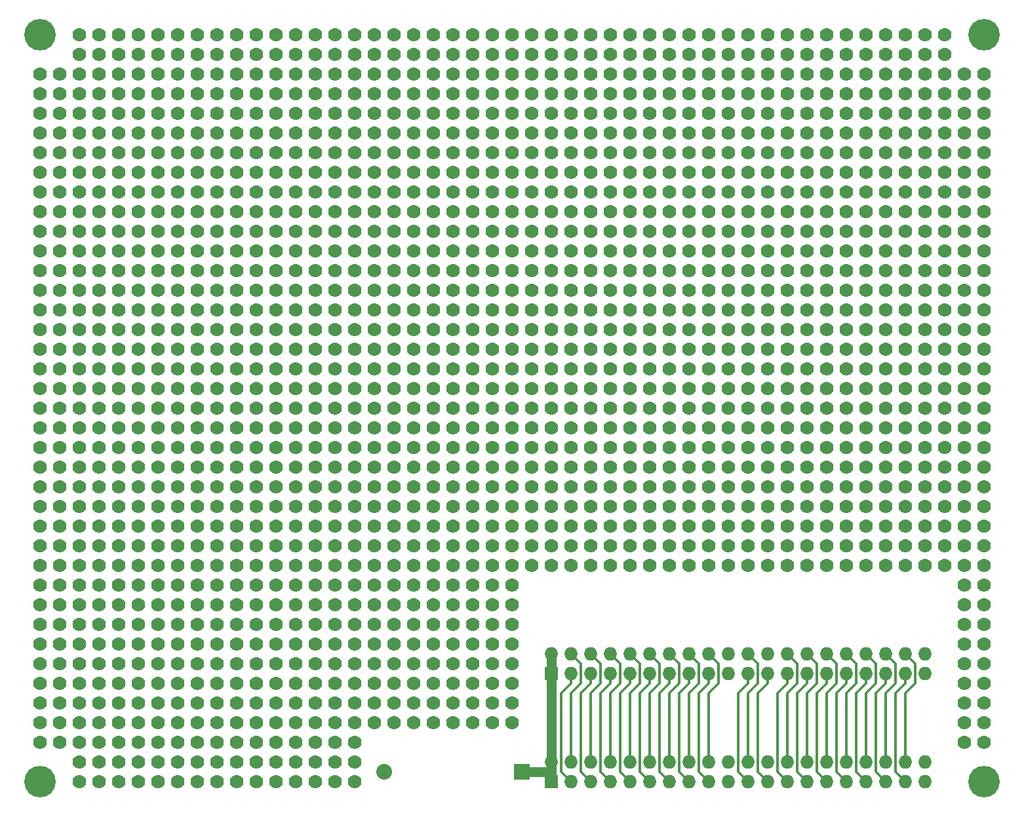
<source format=gbr>
G04 #@! TF.GenerationSoftware,KiCad,Pcbnew,(5.0.1-3-g963ef8bb5)*
G04 #@! TF.CreationDate,2024-01-24T15:10:01-05:00*
G04 #@! TF.ProjectId,gw-glitchbus-proto2,67772D676C697463686275732D70726F,rev?*
G04 #@! TF.SameCoordinates,Original*
G04 #@! TF.FileFunction,Copper,L1,Top,Signal*
G04 #@! TF.FilePolarity,Positive*
%FSLAX46Y46*%
G04 Gerber Fmt 4.6, Leading zero omitted, Abs format (unit mm)*
G04 Created by KiCad (PCBNEW (5.0.1-3-g963ef8bb5)) date Wednesday, January 24, 2024 at 03:10:01 PM*
%MOMM*%
%LPD*%
G01*
G04 APERTURE LIST*
G04 #@! TA.AperFunction,ComponentPad*
%ADD10C,4.064000*%
G04 #@! TD*
G04 #@! TA.AperFunction,ComponentPad*
%ADD11C,1.778000*%
G04 #@! TD*
G04 #@! TA.AperFunction,ComponentPad*
%ADD12R,1.727200X1.727200*%
G04 #@! TD*
G04 #@! TA.AperFunction,ComponentPad*
%ADD13O,1.727200X1.727200*%
G04 #@! TD*
G04 #@! TA.AperFunction,ComponentPad*
%ADD14R,2.032000X2.032000*%
G04 #@! TD*
G04 #@! TA.AperFunction,ComponentPad*
%ADD15C,2.032000*%
G04 #@! TD*
G04 #@! TA.AperFunction,Conductor*
%ADD16C,1.270000*%
G04 #@! TD*
G04 #@! TA.AperFunction,Conductor*
%ADD17C,0.304800*%
G04 #@! TD*
G04 APERTURE END LIST*
D10*
G04 #@! TO.P,W1,1*
G04 #@! TO.N,GND*
X195580000Y-152400000D03*
G04 #@! TD*
G04 #@! TO.P,W2,1*
G04 #@! TO.N,GND*
X73660000Y-152400000D03*
G04 #@! TD*
G04 #@! TO.P,W3,1*
G04 #@! TO.N,GND*
X73660000Y-55880000D03*
G04 #@! TD*
G04 #@! TO.P,W4,1*
G04 #@! TO.N,GND*
X195580000Y-55880000D03*
G04 #@! TD*
D11*
G04 #@! TO.P,REF\002A\002A,1*
G04 #@! TO.N,N/C*
X111760000Y-152400000D03*
G04 #@! TD*
G04 #@! TO.P,REF\002A\002A,1*
G04 #@! TO.N,N/C*
X96520000Y-149860000D03*
G04 #@! TD*
G04 #@! TO.P,REF\002A\002A,1*
G04 #@! TO.N,N/C*
X86360000Y-152400000D03*
G04 #@! TD*
G04 #@! TO.P,REF\002A\002A,1*
G04 #@! TO.N,N/C*
X104140000Y-149860000D03*
G04 #@! TD*
G04 #@! TO.P,REF\002A\002A,1*
G04 #@! TO.N,N/C*
X104140000Y-152400000D03*
G04 #@! TD*
G04 #@! TO.P,REF\002A\002A,1*
G04 #@! TO.N,N/C*
X106680000Y-152400000D03*
G04 #@! TD*
G04 #@! TO.P,REF\002A\002A,1*
G04 #@! TO.N,N/C*
X81280000Y-149860000D03*
G04 #@! TD*
G04 #@! TO.P,REF\002A\002A,1*
G04 #@! TO.N,N/C*
X114300000Y-152400000D03*
G04 #@! TD*
G04 #@! TO.P,REF\002A\002A,1*
G04 #@! TO.N,N/C*
X93980000Y-149860000D03*
G04 #@! TD*
G04 #@! TO.P,REF\002A\002A,1*
G04 #@! TO.N,N/C*
X91440000Y-149860000D03*
G04 #@! TD*
G04 #@! TO.P,REF\002A\002A,1*
G04 #@! TO.N,N/C*
X109220000Y-152400000D03*
G04 #@! TD*
G04 #@! TO.P,REF\002A\002A,1*
G04 #@! TO.N,N/C*
X106680000Y-149860000D03*
G04 #@! TD*
G04 #@! TO.P,REF\002A\002A,1*
G04 #@! TO.N,N/C*
X99060000Y-152400000D03*
G04 #@! TD*
G04 #@! TO.P,REF\002A\002A,1*
G04 #@! TO.N,N/C*
X109220000Y-149860000D03*
G04 #@! TD*
G04 #@! TO.P,REF\002A\002A,1*
G04 #@! TO.N,N/C*
X88900000Y-152400000D03*
G04 #@! TD*
G04 #@! TO.P,REF\002A\002A,1*
G04 #@! TO.N,N/C*
X83820000Y-149860000D03*
G04 #@! TD*
G04 #@! TO.P,REF\002A\002A,1*
G04 #@! TO.N,N/C*
X78740000Y-149860000D03*
G04 #@! TD*
G04 #@! TO.P,REF\002A\002A,1*
G04 #@! TO.N,N/C*
X101600000Y-152400000D03*
G04 #@! TD*
G04 #@! TO.P,REF\002A\002A,1*
G04 #@! TO.N,N/C*
X81280000Y-152400000D03*
G04 #@! TD*
G04 #@! TO.P,REF\002A\002A,1*
G04 #@! TO.N,N/C*
X99060000Y-149860000D03*
G04 #@! TD*
G04 #@! TO.P,REF\002A\002A,1*
G04 #@! TO.N,N/C*
X93980000Y-152400000D03*
G04 #@! TD*
G04 #@! TO.P,REF\002A\002A,1*
G04 #@! TO.N,N/C*
X111760000Y-149860000D03*
G04 #@! TD*
G04 #@! TO.P,REF\002A\002A,1*
G04 #@! TO.N,N/C*
X114300000Y-149860000D03*
G04 #@! TD*
G04 #@! TO.P,REF\002A\002A,1*
G04 #@! TO.N,N/C*
X91440000Y-152400000D03*
G04 #@! TD*
G04 #@! TO.P,REF\002A\002A,1*
G04 #@! TO.N,N/C*
X88900000Y-149860000D03*
G04 #@! TD*
G04 #@! TO.P,REF\002A\002A,1*
G04 #@! TO.N,N/C*
X86360000Y-149860000D03*
G04 #@! TD*
G04 #@! TO.P,REF\002A\002A,1*
G04 #@! TO.N,N/C*
X96520000Y-152400000D03*
G04 #@! TD*
G04 #@! TO.P,REF\002A\002A,1*
G04 #@! TO.N,N/C*
X83820000Y-152400000D03*
G04 #@! TD*
G04 #@! TO.P,REF\002A\002A,1*
G04 #@! TO.N,N/C*
X78740000Y-152400000D03*
G04 #@! TD*
G04 #@! TO.P,REF\002A\002A,1*
G04 #@! TO.N,N/C*
X101600000Y-149860000D03*
G04 #@! TD*
G04 #@! TO.P,REF\002A\002A,1*
G04 #@! TO.N,N/C*
X193040000Y-144780000D03*
G04 #@! TD*
G04 #@! TO.P,REF\002A\002A,1*
G04 #@! TO.N,N/C*
X195580000Y-147320000D03*
G04 #@! TD*
G04 #@! TO.P,REF\002A\002A,1*
G04 #@! TO.N,N/C*
X193040000Y-142240000D03*
G04 #@! TD*
G04 #@! TO.P,REF\002A\002A,1*
G04 #@! TO.N,N/C*
X193040000Y-139700000D03*
G04 #@! TD*
G04 #@! TO.P,REF\002A\002A,1*
G04 #@! TO.N,N/C*
X195580000Y-144780000D03*
G04 #@! TD*
G04 #@! TO.P,REF\002A\002A,1*
G04 #@! TO.N,N/C*
X195580000Y-142240000D03*
G04 #@! TD*
G04 #@! TO.P,REF\002A\002A,1*
G04 #@! TO.N,N/C*
X195580000Y-139700000D03*
G04 #@! TD*
G04 #@! TO.P,REF\002A\002A,1*
G04 #@! TO.N,N/C*
X193040000Y-147320000D03*
G04 #@! TD*
G04 #@! TO.P,REF\002A\002A,1*
G04 #@! TO.N,N/C*
X88900000Y-144780000D03*
G04 #@! TD*
G04 #@! TO.P,REF\002A\002A,1*
G04 #@! TO.N,N/C*
X91440000Y-147320000D03*
G04 #@! TD*
G04 #@! TO.P,REF\002A\002A,1*
G04 #@! TO.N,N/C*
X114300000Y-144780000D03*
G04 #@! TD*
G04 #@! TO.P,REF\002A\002A,1*
G04 #@! TO.N,N/C*
X114300000Y-147320000D03*
G04 #@! TD*
G04 #@! TO.P,REF\002A\002A,1*
G04 #@! TO.N,N/C*
X121920000Y-144780000D03*
G04 #@! TD*
G04 #@! TO.P,REF\002A\002A,1*
G04 #@! TO.N,N/C*
X81280000Y-144780000D03*
G04 #@! TD*
G04 #@! TO.P,REF\002A\002A,1*
G04 #@! TO.N,N/C*
X78740000Y-142240000D03*
G04 #@! TD*
G04 #@! TO.P,REF\002A\002A,1*
G04 #@! TO.N,N/C*
X109220000Y-144780000D03*
G04 #@! TD*
G04 #@! TO.P,REF\002A\002A,1*
G04 #@! TO.N,N/C*
X99060000Y-147320000D03*
G04 #@! TD*
G04 #@! TO.P,REF\002A\002A,1*
G04 #@! TO.N,N/C*
X99060000Y-142240000D03*
G04 #@! TD*
G04 #@! TO.P,REF\002A\002A,1*
G04 #@! TO.N,N/C*
X134620000Y-139700000D03*
G04 #@! TD*
G04 #@! TO.P,REF\002A\002A,1*
G04 #@! TO.N,N/C*
X111760000Y-139700000D03*
G04 #@! TD*
G04 #@! TO.P,REF\002A\002A,1*
G04 #@! TO.N,N/C*
X121920000Y-139700000D03*
G04 #@! TD*
G04 #@! TO.P,REF\002A\002A,1*
G04 #@! TO.N,N/C*
X119380000Y-139700000D03*
G04 #@! TD*
G04 #@! TO.P,REF\002A\002A,1*
G04 #@! TO.N,N/C*
X76200000Y-139700000D03*
G04 #@! TD*
G04 #@! TO.P,REF\002A\002A,1*
G04 #@! TO.N,N/C*
X96520000Y-147320000D03*
G04 #@! TD*
G04 #@! TO.P,REF\002A\002A,1*
G04 #@! TO.N,N/C*
X86360000Y-144780000D03*
G04 #@! TD*
G04 #@! TO.P,REF\002A\002A,1*
G04 #@! TO.N,N/C*
X78740000Y-139700000D03*
G04 #@! TD*
G04 #@! TO.P,REF\002A\002A,1*
G04 #@! TO.N,N/C*
X83820000Y-139700000D03*
G04 #@! TD*
G04 #@! TO.P,REF\002A\002A,1*
G04 #@! TO.N,N/C*
X111760000Y-147320000D03*
G04 #@! TD*
G04 #@! TO.P,REF\002A\002A,1*
G04 #@! TO.N,N/C*
X81280000Y-142240000D03*
G04 #@! TD*
G04 #@! TO.P,REF\002A\002A,1*
G04 #@! TO.N,N/C*
X134620000Y-144780000D03*
G04 #@! TD*
G04 #@! TO.P,REF\002A\002A,1*
G04 #@! TO.N,N/C*
X96520000Y-144780000D03*
G04 #@! TD*
G04 #@! TO.P,REF\002A\002A,1*
G04 #@! TO.N,N/C*
X127000000Y-142240000D03*
G04 #@! TD*
G04 #@! TO.P,REF\002A\002A,1*
G04 #@! TO.N,N/C*
X129540000Y-142240000D03*
G04 #@! TD*
G04 #@! TO.P,REF\002A\002A,1*
G04 #@! TO.N,N/C*
X129540000Y-144780000D03*
G04 #@! TD*
G04 #@! TO.P,REF\002A\002A,1*
G04 #@! TO.N,N/C*
X134620000Y-142240000D03*
G04 #@! TD*
G04 #@! TO.P,REF\002A\002A,1*
G04 #@! TO.N,N/C*
X132080000Y-139700000D03*
G04 #@! TD*
G04 #@! TO.P,REF\002A\002A,1*
G04 #@! TO.N,N/C*
X129540000Y-139700000D03*
G04 #@! TD*
G04 #@! TO.P,REF\002A\002A,1*
G04 #@! TO.N,N/C*
X73660000Y-147320000D03*
G04 #@! TD*
G04 #@! TO.P,REF\002A\002A,1*
G04 #@! TO.N,N/C*
X93980000Y-147320000D03*
G04 #@! TD*
G04 #@! TO.P,REF\002A\002A,1*
G04 #@! TO.N,N/C*
X132080000Y-142240000D03*
G04 #@! TD*
G04 #@! TO.P,REF\002A\002A,1*
G04 #@! TO.N,N/C*
X114300000Y-142240000D03*
G04 #@! TD*
G04 #@! TO.P,REF\002A\002A,1*
G04 #@! TO.N,N/C*
X132080000Y-144780000D03*
G04 #@! TD*
G04 #@! TO.P,REF\002A\002A,1*
G04 #@! TO.N,N/C*
X93980000Y-144780000D03*
G04 #@! TD*
G04 #@! TO.P,REF\002A\002A,1*
G04 #@! TO.N,N/C*
X86360000Y-147320000D03*
G04 #@! TD*
G04 #@! TO.P,REF\002A\002A,1*
G04 #@! TO.N,N/C*
X96520000Y-142240000D03*
G04 #@! TD*
G04 #@! TO.P,REF\002A\002A,1*
G04 #@! TO.N,N/C*
X86360000Y-139700000D03*
G04 #@! TD*
G04 #@! TO.P,REF\002A\002A,1*
G04 #@! TO.N,N/C*
X101600000Y-139700000D03*
G04 #@! TD*
G04 #@! TO.P,REF\002A\002A,1*
G04 #@! TO.N,N/C*
X104140000Y-139700000D03*
G04 #@! TD*
G04 #@! TO.P,REF\002A\002A,1*
G04 #@! TO.N,N/C*
X99060000Y-139700000D03*
G04 #@! TD*
G04 #@! TO.P,REF\002A\002A,1*
G04 #@! TO.N,N/C*
X106680000Y-147320000D03*
G04 #@! TD*
G04 #@! TO.P,REF\002A\002A,1*
G04 #@! TO.N,N/C*
X127000000Y-144780000D03*
G04 #@! TD*
G04 #@! TO.P,REF\002A\002A,1*
G04 #@! TO.N,N/C*
X73660000Y-139700000D03*
G04 #@! TD*
G04 #@! TO.P,REF\002A\002A,1*
G04 #@! TO.N,N/C*
X76200000Y-144780000D03*
G04 #@! TD*
G04 #@! TO.P,REF\002A\002A,1*
G04 #@! TO.N,N/C*
X106680000Y-144780000D03*
G04 #@! TD*
G04 #@! TO.P,REF\002A\002A,1*
G04 #@! TO.N,N/C*
X109220000Y-147320000D03*
G04 #@! TD*
G04 #@! TO.P,REF\002A\002A,1*
G04 #@! TO.N,N/C*
X91440000Y-144780000D03*
G04 #@! TD*
G04 #@! TO.P,REF\002A\002A,1*
G04 #@! TO.N,N/C*
X88900000Y-142240000D03*
G04 #@! TD*
G04 #@! TO.P,REF\002A\002A,1*
G04 #@! TO.N,N/C*
X99060000Y-144780000D03*
G04 #@! TD*
G04 #@! TO.P,REF\002A\002A,1*
G04 #@! TO.N,N/C*
X81280000Y-147320000D03*
G04 #@! TD*
G04 #@! TO.P,REF\002A\002A,1*
G04 #@! TO.N,N/C*
X124460000Y-139700000D03*
G04 #@! TD*
G04 #@! TO.P,REF\002A\002A,1*
G04 #@! TO.N,N/C*
X91440000Y-139700000D03*
G04 #@! TD*
G04 #@! TO.P,REF\002A\002A,1*
G04 #@! TO.N,N/C*
X111760000Y-142240000D03*
G04 #@! TD*
G04 #@! TO.P,REF\002A\002A,1*
G04 #@! TO.N,N/C*
X119380000Y-144780000D03*
G04 #@! TD*
G04 #@! TO.P,REF\002A\002A,1*
G04 #@! TO.N,N/C*
X104140000Y-142240000D03*
G04 #@! TD*
G04 #@! TO.P,REF\002A\002A,1*
G04 #@! TO.N,N/C*
X78740000Y-147320000D03*
G04 #@! TD*
G04 #@! TO.P,REF\002A\002A,1*
G04 #@! TO.N,N/C*
X83820000Y-147320000D03*
G04 #@! TD*
G04 #@! TO.P,REF\002A\002A,1*
G04 #@! TO.N,N/C*
X86360000Y-142240000D03*
G04 #@! TD*
G04 #@! TO.P,REF\002A\002A,1*
G04 #@! TO.N,N/C*
X114300000Y-139700000D03*
G04 #@! TD*
G04 #@! TO.P,REF\002A\002A,1*
G04 #@! TO.N,N/C*
X109220000Y-139700000D03*
G04 #@! TD*
G04 #@! TO.P,REF\002A\002A,1*
G04 #@! TO.N,N/C*
X101600000Y-147320000D03*
G04 #@! TD*
G04 #@! TO.P,REF\002A\002A,1*
G04 #@! TO.N,N/C*
X78740000Y-144780000D03*
G04 #@! TD*
G04 #@! TO.P,REF\002A\002A,1*
G04 #@! TO.N,N/C*
X83820000Y-144780000D03*
G04 #@! TD*
G04 #@! TO.P,REF\002A\002A,1*
G04 #@! TO.N,N/C*
X106680000Y-142240000D03*
G04 #@! TD*
G04 #@! TO.P,REF\002A\002A,1*
G04 #@! TO.N,N/C*
X104140000Y-147320000D03*
G04 #@! TD*
G04 #@! TO.P,REF\002A\002A,1*
G04 #@! TO.N,N/C*
X109220000Y-142240000D03*
G04 #@! TD*
G04 #@! TO.P,REF\002A\002A,1*
G04 #@! TO.N,N/C*
X73660000Y-144780000D03*
G04 #@! TD*
G04 #@! TO.P,REF\002A\002A,1*
G04 #@! TO.N,N/C*
X76200000Y-147320000D03*
G04 #@! TD*
G04 #@! TO.P,REF\002A\002A,1*
G04 #@! TO.N,N/C*
X73660000Y-142240000D03*
G04 #@! TD*
G04 #@! TO.P,REF\002A\002A,1*
G04 #@! TO.N,N/C*
X88900000Y-139700000D03*
G04 #@! TD*
G04 #@! TO.P,REF\002A\002A,1*
G04 #@! TO.N,N/C*
X93980000Y-139700000D03*
G04 #@! TD*
G04 #@! TO.P,REF\002A\002A,1*
G04 #@! TO.N,N/C*
X106680000Y-139700000D03*
G04 #@! TD*
G04 #@! TO.P,REF\002A\002A,1*
G04 #@! TO.N,N/C*
X96520000Y-139700000D03*
G04 #@! TD*
G04 #@! TO.P,REF\002A\002A,1*
G04 #@! TO.N,N/C*
X127000000Y-139700000D03*
G04 #@! TD*
G04 #@! TO.P,REF\002A\002A,1*
G04 #@! TO.N,N/C*
X116840000Y-139700000D03*
G04 #@! TD*
G04 #@! TO.P,REF\002A\002A,1*
G04 #@! TO.N,N/C*
X91440000Y-142240000D03*
G04 #@! TD*
G04 #@! TO.P,REF\002A\002A,1*
G04 #@! TO.N,N/C*
X101600000Y-144780000D03*
G04 #@! TD*
G04 #@! TO.P,REF\002A\002A,1*
G04 #@! TO.N,N/C*
X83820000Y-142240000D03*
G04 #@! TD*
G04 #@! TO.P,REF\002A\002A,1*
G04 #@! TO.N,N/C*
X116840000Y-142240000D03*
G04 #@! TD*
G04 #@! TO.P,REF\002A\002A,1*
G04 #@! TO.N,N/C*
X121920000Y-142240000D03*
G04 #@! TD*
G04 #@! TO.P,REF\002A\002A,1*
G04 #@! TO.N,N/C*
X116840000Y-144780000D03*
G04 #@! TD*
G04 #@! TO.P,REF\002A\002A,1*
G04 #@! TO.N,N/C*
X101600000Y-142240000D03*
G04 #@! TD*
G04 #@! TO.P,REF\002A\002A,1*
G04 #@! TO.N,N/C*
X119380000Y-142240000D03*
G04 #@! TD*
G04 #@! TO.P,REF\002A\002A,1*
G04 #@! TO.N,N/C*
X111760000Y-144780000D03*
G04 #@! TD*
G04 #@! TO.P,REF\002A\002A,1*
G04 #@! TO.N,N/C*
X93980000Y-142240000D03*
G04 #@! TD*
G04 #@! TO.P,REF\002A\002A,1*
G04 #@! TO.N,N/C*
X76200000Y-142240000D03*
G04 #@! TD*
G04 #@! TO.P,REF\002A\002A,1*
G04 #@! TO.N,N/C*
X124460000Y-142240000D03*
G04 #@! TD*
G04 #@! TO.P,REF\002A\002A,1*
G04 #@! TO.N,N/C*
X104140000Y-144780000D03*
G04 #@! TD*
G04 #@! TO.P,REF\002A\002A,1*
G04 #@! TO.N,N/C*
X88900000Y-147320000D03*
G04 #@! TD*
G04 #@! TO.P,REF\002A\002A,1*
G04 #@! TO.N,N/C*
X124460000Y-144780000D03*
G04 #@! TD*
G04 #@! TO.P,REF\002A\002A,1*
G04 #@! TO.N,N/C*
X81280000Y-139700000D03*
G04 #@! TD*
G04 #@! TO.P,REF\002A\002A,1*
G04 #@! TO.N,N/C*
X73660000Y-60960000D03*
G04 #@! TD*
G04 #@! TO.P,REF\002A\002A,1*
G04 #@! TO.N,N/C*
X76200000Y-63500000D03*
G04 #@! TD*
G04 #@! TO.P,REF\002A\002A,1*
G04 #@! TO.N,N/C*
X76200000Y-66040000D03*
G04 #@! TD*
G04 #@! TO.P,REF\002A\002A,1*
G04 #@! TO.N,N/C*
X76200000Y-93980000D03*
G04 #@! TD*
G04 #@! TO.P,REF\002A\002A,1*
G04 #@! TO.N,N/C*
X73660000Y-114300000D03*
G04 #@! TD*
G04 #@! TO.P,REF\002A\002A,1*
G04 #@! TO.N,N/C*
X73660000Y-109220000D03*
G04 #@! TD*
G04 #@! TO.P,REF\002A\002A,1*
G04 #@! TO.N,N/C*
X76200000Y-60960000D03*
G04 #@! TD*
G04 #@! TO.P,REF\002A\002A,1*
G04 #@! TO.N,N/C*
X76200000Y-96520000D03*
G04 #@! TD*
G04 #@! TO.P,REF\002A\002A,1*
G04 #@! TO.N,N/C*
X73660000Y-76200000D03*
G04 #@! TD*
G04 #@! TO.P,REF\002A\002A,1*
G04 #@! TO.N,N/C*
X73660000Y-104140000D03*
G04 #@! TD*
G04 #@! TO.P,REF\002A\002A,1*
G04 #@! TO.N,N/C*
X76200000Y-116840000D03*
G04 #@! TD*
G04 #@! TO.P,REF\002A\002A,1*
G04 #@! TO.N,N/C*
X73660000Y-78740000D03*
G04 #@! TD*
G04 #@! TO.P,REF\002A\002A,1*
G04 #@! TO.N,N/C*
X73660000Y-91440000D03*
G04 #@! TD*
G04 #@! TO.P,REF\002A\002A,1*
G04 #@! TO.N,N/C*
X76200000Y-104140000D03*
G04 #@! TD*
G04 #@! TO.P,REF\002A\002A,1*
G04 #@! TO.N,N/C*
X76200000Y-76200000D03*
G04 #@! TD*
G04 #@! TO.P,REF\002A\002A,1*
G04 #@! TO.N,N/C*
X73660000Y-134620000D03*
G04 #@! TD*
G04 #@! TO.P,REF\002A\002A,1*
G04 #@! TO.N,N/C*
X76200000Y-137160000D03*
G04 #@! TD*
G04 #@! TO.P,REF\002A\002A,1*
G04 #@! TO.N,N/C*
X73660000Y-132080000D03*
G04 #@! TD*
G04 #@! TO.P,REF\002A\002A,1*
G04 #@! TO.N,N/C*
X73660000Y-121920000D03*
G04 #@! TD*
G04 #@! TO.P,REF\002A\002A,1*
G04 #@! TO.N,N/C*
X73660000Y-111760000D03*
G04 #@! TD*
G04 #@! TO.P,REF\002A\002A,1*
G04 #@! TO.N,N/C*
X76200000Y-114300000D03*
G04 #@! TD*
G04 #@! TO.P,REF\002A\002A,1*
G04 #@! TO.N,N/C*
X73660000Y-81280000D03*
G04 #@! TD*
G04 #@! TO.P,REF\002A\002A,1*
G04 #@! TO.N,N/C*
X76200000Y-127000000D03*
G04 #@! TD*
G04 #@! TO.P,REF\002A\002A,1*
G04 #@! TO.N,N/C*
X76200000Y-119380000D03*
G04 #@! TD*
G04 #@! TO.P,REF\002A\002A,1*
G04 #@! TO.N,N/C*
X73660000Y-129540000D03*
G04 #@! TD*
G04 #@! TO.P,REF\002A\002A,1*
G04 #@! TO.N,N/C*
X76200000Y-134620000D03*
G04 #@! TD*
G04 #@! TO.P,REF\002A\002A,1*
G04 #@! TO.N,N/C*
X76200000Y-132080000D03*
G04 #@! TD*
G04 #@! TO.P,REF\002A\002A,1*
G04 #@! TO.N,N/C*
X73660000Y-66040000D03*
G04 #@! TD*
G04 #@! TO.P,REF\002A\002A,1*
G04 #@! TO.N,N/C*
X76200000Y-78740000D03*
G04 #@! TD*
G04 #@! TO.P,REF\002A\002A,1*
G04 #@! TO.N,N/C*
X73660000Y-63500000D03*
G04 #@! TD*
G04 #@! TO.P,REF\002A\002A,1*
G04 #@! TO.N,N/C*
X73660000Y-99060000D03*
G04 #@! TD*
G04 #@! TO.P,REF\002A\002A,1*
G04 #@! TO.N,N/C*
X73660000Y-93980000D03*
G04 #@! TD*
G04 #@! TO.P,REF\002A\002A,1*
G04 #@! TO.N,N/C*
X73660000Y-88900000D03*
G04 #@! TD*
G04 #@! TO.P,REF\002A\002A,1*
G04 #@! TO.N,N/C*
X76200000Y-91440000D03*
G04 #@! TD*
G04 #@! TO.P,REF\002A\002A,1*
G04 #@! TO.N,N/C*
X76200000Y-71120000D03*
G04 #@! TD*
G04 #@! TO.P,REF\002A\002A,1*
G04 #@! TO.N,N/C*
X76200000Y-68580000D03*
G04 #@! TD*
G04 #@! TO.P,REF\002A\002A,1*
G04 #@! TO.N,N/C*
X76200000Y-73660000D03*
G04 #@! TD*
G04 #@! TO.P,REF\002A\002A,1*
G04 #@! TO.N,N/C*
X73660000Y-101600000D03*
G04 #@! TD*
G04 #@! TO.P,REF\002A\002A,1*
G04 #@! TO.N,N/C*
X76200000Y-88900000D03*
G04 #@! TD*
G04 #@! TO.P,REF\002A\002A,1*
G04 #@! TO.N,N/C*
X73660000Y-73660000D03*
G04 #@! TD*
G04 #@! TO.P,REF\002A\002A,1*
G04 #@! TO.N,N/C*
X76200000Y-101600000D03*
G04 #@! TD*
G04 #@! TO.P,REF\002A\002A,1*
G04 #@! TO.N,N/C*
X73660000Y-86360000D03*
G04 #@! TD*
G04 #@! TO.P,REF\002A\002A,1*
G04 #@! TO.N,N/C*
X73660000Y-83820000D03*
G04 #@! TD*
G04 #@! TO.P,REF\002A\002A,1*
G04 #@! TO.N,N/C*
X73660000Y-106680000D03*
G04 #@! TD*
G04 #@! TO.P,REF\002A\002A,1*
G04 #@! TO.N,N/C*
X76200000Y-111760000D03*
G04 #@! TD*
G04 #@! TO.P,REF\002A\002A,1*
G04 #@! TO.N,N/C*
X73660000Y-116840000D03*
G04 #@! TD*
G04 #@! TO.P,REF\002A\002A,1*
G04 #@! TO.N,N/C*
X76200000Y-83820000D03*
G04 #@! TD*
G04 #@! TO.P,REF\002A\002A,1*
G04 #@! TO.N,N/C*
X76200000Y-109220000D03*
G04 #@! TD*
G04 #@! TO.P,REF\002A\002A,1*
G04 #@! TO.N,N/C*
X73660000Y-71120000D03*
G04 #@! TD*
G04 #@! TO.P,REF\002A\002A,1*
G04 #@! TO.N,N/C*
X73660000Y-127000000D03*
G04 #@! TD*
G04 #@! TO.P,REF\002A\002A,1*
G04 #@! TO.N,N/C*
X76200000Y-129540000D03*
G04 #@! TD*
G04 #@! TO.P,REF\002A\002A,1*
G04 #@! TO.N,N/C*
X76200000Y-121920000D03*
G04 #@! TD*
G04 #@! TO.P,REF\002A\002A,1*
G04 #@! TO.N,N/C*
X76200000Y-106680000D03*
G04 #@! TD*
G04 #@! TO.P,REF\002A\002A,1*
G04 #@! TO.N,N/C*
X73660000Y-137160000D03*
G04 #@! TD*
G04 #@! TO.P,REF\002A\002A,1*
G04 #@! TO.N,N/C*
X73660000Y-68580000D03*
G04 #@! TD*
G04 #@! TO.P,REF\002A\002A,1*
G04 #@! TO.N,N/C*
X76200000Y-86360000D03*
G04 #@! TD*
G04 #@! TO.P,REF\002A\002A,1*
G04 #@! TO.N,N/C*
X76200000Y-81280000D03*
G04 #@! TD*
G04 #@! TO.P,REF\002A\002A,1*
G04 #@! TO.N,N/C*
X76200000Y-99060000D03*
G04 #@! TD*
G04 #@! TO.P,REF\002A\002A,1*
G04 #@! TO.N,N/C*
X76200000Y-124460000D03*
G04 #@! TD*
G04 #@! TO.P,REF\002A\002A,1*
G04 #@! TO.N,N/C*
X73660000Y-96520000D03*
G04 #@! TD*
G04 #@! TO.P,REF\002A\002A,1*
G04 #@! TO.N,N/C*
X73660000Y-124460000D03*
G04 #@! TD*
G04 #@! TO.P,REF\002A\002A,1*
G04 #@! TO.N,N/C*
X73660000Y-119380000D03*
G04 #@! TD*
G04 #@! TO.P,REF\002A\002A,1*
G04 #@! TO.N,N/C*
X193040000Y-132080000D03*
G04 #@! TD*
G04 #@! TO.P,REF\002A\002A,1*
G04 #@! TO.N,N/C*
X193040000Y-121920000D03*
G04 #@! TD*
G04 #@! TO.P,REF\002A\002A,1*
G04 #@! TO.N,N/C*
X193040000Y-111760000D03*
G04 #@! TD*
G04 #@! TO.P,REF\002A\002A,1*
G04 #@! TO.N,N/C*
X195580000Y-114300000D03*
G04 #@! TD*
G04 #@! TO.P,REF\002A\002A,1*
G04 #@! TO.N,N/C*
X195580000Y-116840000D03*
G04 #@! TD*
G04 #@! TO.P,REF\002A\002A,1*
G04 #@! TO.N,N/C*
X193040000Y-78740000D03*
G04 #@! TD*
G04 #@! TO.P,REF\002A\002A,1*
G04 #@! TO.N,N/C*
X193040000Y-91440000D03*
G04 #@! TD*
G04 #@! TO.P,REF\002A\002A,1*
G04 #@! TO.N,N/C*
X195580000Y-104140000D03*
G04 #@! TD*
G04 #@! TO.P,REF\002A\002A,1*
G04 #@! TO.N,N/C*
X195580000Y-76200000D03*
G04 #@! TD*
G04 #@! TO.P,REF\002A\002A,1*
G04 #@! TO.N,N/C*
X193040000Y-134620000D03*
G04 #@! TD*
G04 #@! TO.P,REF\002A\002A,1*
G04 #@! TO.N,N/C*
X195580000Y-137160000D03*
G04 #@! TD*
G04 #@! TO.P,REF\002A\002A,1*
G04 #@! TO.N,N/C*
X193040000Y-73660000D03*
G04 #@! TD*
G04 #@! TO.P,REF\002A\002A,1*
G04 #@! TO.N,N/C*
X195580000Y-101600000D03*
G04 #@! TD*
G04 #@! TO.P,REF\002A\002A,1*
G04 #@! TO.N,N/C*
X193040000Y-86360000D03*
G04 #@! TD*
G04 #@! TO.P,REF\002A\002A,1*
G04 #@! TO.N,N/C*
X193040000Y-83820000D03*
G04 #@! TD*
G04 #@! TO.P,REF\002A\002A,1*
G04 #@! TO.N,N/C*
X193040000Y-106680000D03*
G04 #@! TD*
G04 #@! TO.P,REF\002A\002A,1*
G04 #@! TO.N,N/C*
X195580000Y-111760000D03*
G04 #@! TD*
G04 #@! TO.P,REF\002A\002A,1*
G04 #@! TO.N,N/C*
X193040000Y-116840000D03*
G04 #@! TD*
G04 #@! TO.P,REF\002A\002A,1*
G04 #@! TO.N,N/C*
X195580000Y-127000000D03*
G04 #@! TD*
G04 #@! TO.P,REF\002A\002A,1*
G04 #@! TO.N,N/C*
X195580000Y-119380000D03*
G04 #@! TD*
G04 #@! TO.P,REF\002A\002A,1*
G04 #@! TO.N,N/C*
X193040000Y-129540000D03*
G04 #@! TD*
G04 #@! TO.P,REF\002A\002A,1*
G04 #@! TO.N,N/C*
X195580000Y-134620000D03*
G04 #@! TD*
G04 #@! TO.P,REF\002A\002A,1*
G04 #@! TO.N,N/C*
X195580000Y-132080000D03*
G04 #@! TD*
G04 #@! TO.P,REF\002A\002A,1*
G04 #@! TO.N,N/C*
X193040000Y-127000000D03*
G04 #@! TD*
G04 #@! TO.P,REF\002A\002A,1*
G04 #@! TO.N,N/C*
X195580000Y-129540000D03*
G04 #@! TD*
G04 #@! TO.P,REF\002A\002A,1*
G04 #@! TO.N,N/C*
X195580000Y-121920000D03*
G04 #@! TD*
G04 #@! TO.P,REF\002A\002A,1*
G04 #@! TO.N,N/C*
X195580000Y-106680000D03*
G04 #@! TD*
G04 #@! TO.P,REF\002A\002A,1*
G04 #@! TO.N,N/C*
X193040000Y-137160000D03*
G04 #@! TD*
G04 #@! TO.P,REF\002A\002A,1*
G04 #@! TO.N,N/C*
X193040000Y-66040000D03*
G04 #@! TD*
G04 #@! TO.P,REF\002A\002A,1*
G04 #@! TO.N,N/C*
X195580000Y-78740000D03*
G04 #@! TD*
G04 #@! TO.P,REF\002A\002A,1*
G04 #@! TO.N,N/C*
X193040000Y-63500000D03*
G04 #@! TD*
G04 #@! TO.P,REF\002A\002A,1*
G04 #@! TO.N,N/C*
X193040000Y-99060000D03*
G04 #@! TD*
G04 #@! TO.P,REF\002A\002A,1*
G04 #@! TO.N,N/C*
X193040000Y-93980000D03*
G04 #@! TD*
G04 #@! TO.P,REF\002A\002A,1*
G04 #@! TO.N,N/C*
X193040000Y-88900000D03*
G04 #@! TD*
G04 #@! TO.P,REF\002A\002A,1*
G04 #@! TO.N,N/C*
X195580000Y-91440000D03*
G04 #@! TD*
G04 #@! TO.P,REF\002A\002A,1*
G04 #@! TO.N,N/C*
X195580000Y-71120000D03*
G04 #@! TD*
G04 #@! TO.P,REF\002A\002A,1*
G04 #@! TO.N,N/C*
X195580000Y-68580000D03*
G04 #@! TD*
G04 #@! TO.P,REF\002A\002A,1*
G04 #@! TO.N,N/C*
X195580000Y-66040000D03*
G04 #@! TD*
G04 #@! TO.P,REF\002A\002A,1*
G04 #@! TO.N,N/C*
X195580000Y-93980000D03*
G04 #@! TD*
G04 #@! TO.P,REF\002A\002A,1*
G04 #@! TO.N,N/C*
X193040000Y-114300000D03*
G04 #@! TD*
G04 #@! TO.P,REF\002A\002A,1*
G04 #@! TO.N,N/C*
X195580000Y-96520000D03*
G04 #@! TD*
G04 #@! TO.P,REF\002A\002A,1*
G04 #@! TO.N,N/C*
X193040000Y-76200000D03*
G04 #@! TD*
G04 #@! TO.P,REF\002A\002A,1*
G04 #@! TO.N,N/C*
X193040000Y-104140000D03*
G04 #@! TD*
G04 #@! TO.P,REF\002A\002A,1*
G04 #@! TO.N,N/C*
X195580000Y-83820000D03*
G04 #@! TD*
G04 #@! TO.P,REF\002A\002A,1*
G04 #@! TO.N,N/C*
X195580000Y-109220000D03*
G04 #@! TD*
G04 #@! TO.P,REF\002A\002A,1*
G04 #@! TO.N,N/C*
X193040000Y-71120000D03*
G04 #@! TD*
G04 #@! TO.P,REF\002A\002A,1*
G04 #@! TO.N,N/C*
X195580000Y-86360000D03*
G04 #@! TD*
G04 #@! TO.P,REF\002A\002A,1*
G04 #@! TO.N,N/C*
X195580000Y-81280000D03*
G04 #@! TD*
G04 #@! TO.P,REF\002A\002A,1*
G04 #@! TO.N,N/C*
X195580000Y-99060000D03*
G04 #@! TD*
G04 #@! TO.P,REF\002A\002A,1*
G04 #@! TO.N,N/C*
X193040000Y-124460000D03*
G04 #@! TD*
G04 #@! TO.P,REF\002A\002A,1*
G04 #@! TO.N,N/C*
X193040000Y-119380000D03*
G04 #@! TD*
G04 #@! TO.P,REF\002A\002A,1*
G04 #@! TO.N,N/C*
X195580000Y-124460000D03*
G04 #@! TD*
G04 #@! TO.P,REF\002A\002A,1*
G04 #@! TO.N,N/C*
X193040000Y-96520000D03*
G04 #@! TD*
G04 #@! TO.P,REF\002A\002A,1*
G04 #@! TO.N,N/C*
X195580000Y-73660000D03*
G04 #@! TD*
G04 #@! TO.P,REF\002A\002A,1*
G04 #@! TO.N,N/C*
X193040000Y-101600000D03*
G04 #@! TD*
G04 #@! TO.P,REF\002A\002A,1*
G04 #@! TO.N,N/C*
X193040000Y-109220000D03*
G04 #@! TD*
G04 #@! TO.P,REF\002A\002A,1*
G04 #@! TO.N,N/C*
X195580000Y-60960000D03*
G04 #@! TD*
G04 #@! TO.P,REF\002A\002A,1*
G04 #@! TO.N,N/C*
X193040000Y-60960000D03*
G04 #@! TD*
G04 #@! TO.P,REF\002A\002A,1*
G04 #@! TO.N,N/C*
X195580000Y-63500000D03*
G04 #@! TD*
G04 #@! TO.P,REF\002A\002A,1*
G04 #@! TO.N,N/C*
X193040000Y-81280000D03*
G04 #@! TD*
G04 #@! TO.P,REF\002A\002A,1*
G04 #@! TO.N,N/C*
X193040000Y-68580000D03*
G04 #@! TD*
G04 #@! TO.P,REF\002A\002A,1*
G04 #@! TO.N,N/C*
X195580000Y-88900000D03*
G04 #@! TD*
G04 #@! TO.P,REF\002A\002A,1*
G04 #@! TO.N,N/C*
X124460000Y-132080000D03*
G04 #@! TD*
G04 #@! TO.P,REF\002A\002A,1*
G04 #@! TO.N,N/C*
X91440000Y-132080000D03*
G04 #@! TD*
G04 #@! TO.P,REF\002A\002A,1*
G04 #@! TO.N,N/C*
X134620000Y-137160000D03*
G04 #@! TD*
G04 #@! TO.P,REF\002A\002A,1*
G04 #@! TO.N,N/C*
X101600000Y-134620000D03*
G04 #@! TD*
G04 #@! TO.P,REF\002A\002A,1*
G04 #@! TO.N,N/C*
X83820000Y-132080000D03*
G04 #@! TD*
G04 #@! TO.P,REF\002A\002A,1*
G04 #@! TO.N,N/C*
X116840000Y-132080000D03*
G04 #@! TD*
G04 #@! TO.P,REF\002A\002A,1*
G04 #@! TO.N,N/C*
X121920000Y-132080000D03*
G04 #@! TD*
G04 #@! TO.P,REF\002A\002A,1*
G04 #@! TO.N,N/C*
X116840000Y-134620000D03*
G04 #@! TD*
G04 #@! TO.P,REF\002A\002A,1*
G04 #@! TO.N,N/C*
X101600000Y-132080000D03*
G04 #@! TD*
G04 #@! TO.P,REF\002A\002A,1*
G04 #@! TO.N,N/C*
X119380000Y-132080000D03*
G04 #@! TD*
G04 #@! TO.P,REF\002A\002A,1*
G04 #@! TO.N,N/C*
X111760000Y-134620000D03*
G04 #@! TD*
G04 #@! TO.P,REF\002A\002A,1*
G04 #@! TO.N,N/C*
X93980000Y-132080000D03*
G04 #@! TD*
G04 #@! TO.P,REF\002A\002A,1*
G04 #@! TO.N,N/C*
X111760000Y-137160000D03*
G04 #@! TD*
G04 #@! TO.P,REF\002A\002A,1*
G04 #@! TO.N,N/C*
X121920000Y-137160000D03*
G04 #@! TD*
G04 #@! TO.P,REF\002A\002A,1*
G04 #@! TO.N,N/C*
X81280000Y-132080000D03*
G04 #@! TD*
G04 #@! TO.P,REF\002A\002A,1*
G04 #@! TO.N,N/C*
X134620000Y-134620000D03*
G04 #@! TD*
G04 #@! TO.P,REF\002A\002A,1*
G04 #@! TO.N,N/C*
X119380000Y-137160000D03*
G04 #@! TD*
G04 #@! TO.P,REF\002A\002A,1*
G04 #@! TO.N,N/C*
X96520000Y-134620000D03*
G04 #@! TD*
G04 #@! TO.P,REF\002A\002A,1*
G04 #@! TO.N,N/C*
X127000000Y-132080000D03*
G04 #@! TD*
G04 #@! TO.P,REF\002A\002A,1*
G04 #@! TO.N,N/C*
X129540000Y-132080000D03*
G04 #@! TD*
G04 #@! TO.P,REF\002A\002A,1*
G04 #@! TO.N,N/C*
X129540000Y-134620000D03*
G04 #@! TD*
G04 #@! TO.P,REF\002A\002A,1*
G04 #@! TO.N,N/C*
X134620000Y-132080000D03*
G04 #@! TD*
G04 #@! TO.P,REF\002A\002A,1*
G04 #@! TO.N,N/C*
X111760000Y-132080000D03*
G04 #@! TD*
G04 #@! TO.P,REF\002A\002A,1*
G04 #@! TO.N,N/C*
X119380000Y-134620000D03*
G04 #@! TD*
G04 #@! TO.P,REF\002A\002A,1*
G04 #@! TO.N,N/C*
X104140000Y-132080000D03*
G04 #@! TD*
G04 #@! TO.P,REF\002A\002A,1*
G04 #@! TO.N,N/C*
X78740000Y-137160000D03*
G04 #@! TD*
G04 #@! TO.P,REF\002A\002A,1*
G04 #@! TO.N,N/C*
X83820000Y-137160000D03*
G04 #@! TD*
G04 #@! TO.P,REF\002A\002A,1*
G04 #@! TO.N,N/C*
X86360000Y-132080000D03*
G04 #@! TD*
G04 #@! TO.P,REF\002A\002A,1*
G04 #@! TO.N,N/C*
X114300000Y-132080000D03*
G04 #@! TD*
G04 #@! TO.P,REF\002A\002A,1*
G04 #@! TO.N,N/C*
X132080000Y-137160000D03*
G04 #@! TD*
G04 #@! TO.P,REF\002A\002A,1*
G04 #@! TO.N,N/C*
X132080000Y-134620000D03*
G04 #@! TD*
G04 #@! TO.P,REF\002A\002A,1*
G04 #@! TO.N,N/C*
X129540000Y-137160000D03*
G04 #@! TD*
G04 #@! TO.P,REF\002A\002A,1*
G04 #@! TO.N,N/C*
X93980000Y-134620000D03*
G04 #@! TD*
G04 #@! TO.P,REF\002A\002A,1*
G04 #@! TO.N,N/C*
X86360000Y-137160000D03*
G04 #@! TD*
G04 #@! TO.P,REF\002A\002A,1*
G04 #@! TO.N,N/C*
X96520000Y-132080000D03*
G04 #@! TD*
G04 #@! TO.P,REF\002A\002A,1*
G04 #@! TO.N,N/C*
X101600000Y-137160000D03*
G04 #@! TD*
G04 #@! TO.P,REF\002A\002A,1*
G04 #@! TO.N,N/C*
X78740000Y-134620000D03*
G04 #@! TD*
G04 #@! TO.P,REF\002A\002A,1*
G04 #@! TO.N,N/C*
X83820000Y-134620000D03*
G04 #@! TD*
G04 #@! TO.P,REF\002A\002A,1*
G04 #@! TO.N,N/C*
X106680000Y-132080000D03*
G04 #@! TD*
G04 #@! TO.P,REF\002A\002A,1*
G04 #@! TO.N,N/C*
X104140000Y-137160000D03*
G04 #@! TD*
G04 #@! TO.P,REF\002A\002A,1*
G04 #@! TO.N,N/C*
X109220000Y-134620000D03*
G04 #@! TD*
G04 #@! TO.P,REF\002A\002A,1*
G04 #@! TO.N,N/C*
X99060000Y-137160000D03*
G04 #@! TD*
G04 #@! TO.P,REF\002A\002A,1*
G04 #@! TO.N,N/C*
X99060000Y-132080000D03*
G04 #@! TD*
G04 #@! TO.P,REF\002A\002A,1*
G04 #@! TO.N,N/C*
X124460000Y-137160000D03*
G04 #@! TD*
G04 #@! TO.P,REF\002A\002A,1*
G04 #@! TO.N,N/C*
X88900000Y-134620000D03*
G04 #@! TD*
G04 #@! TO.P,REF\002A\002A,1*
G04 #@! TO.N,N/C*
X91440000Y-137160000D03*
G04 #@! TD*
G04 #@! TO.P,REF\002A\002A,1*
G04 #@! TO.N,N/C*
X114300000Y-134620000D03*
G04 #@! TD*
G04 #@! TO.P,REF\002A\002A,1*
G04 #@! TO.N,N/C*
X114300000Y-137160000D03*
G04 #@! TD*
G04 #@! TO.P,REF\002A\002A,1*
G04 #@! TO.N,N/C*
X121920000Y-134620000D03*
G04 #@! TD*
G04 #@! TO.P,REF\002A\002A,1*
G04 #@! TO.N,N/C*
X106680000Y-134620000D03*
G04 #@! TD*
G04 #@! TO.P,REF\002A\002A,1*
G04 #@! TO.N,N/C*
X109220000Y-137160000D03*
G04 #@! TD*
G04 #@! TO.P,REF\002A\002A,1*
G04 #@! TO.N,N/C*
X91440000Y-134620000D03*
G04 #@! TD*
G04 #@! TO.P,REF\002A\002A,1*
G04 #@! TO.N,N/C*
X104140000Y-134620000D03*
G04 #@! TD*
G04 #@! TO.P,REF\002A\002A,1*
G04 #@! TO.N,N/C*
X88900000Y-137160000D03*
G04 #@! TD*
G04 #@! TO.P,REF\002A\002A,1*
G04 #@! TO.N,N/C*
X93980000Y-137160000D03*
G04 #@! TD*
G04 #@! TO.P,REF\002A\002A,1*
G04 #@! TO.N,N/C*
X132080000Y-132080000D03*
G04 #@! TD*
G04 #@! TO.P,REF\002A\002A,1*
G04 #@! TO.N,N/C*
X106680000Y-137160000D03*
G04 #@! TD*
G04 #@! TO.P,REF\002A\002A,1*
G04 #@! TO.N,N/C*
X127000000Y-134620000D03*
G04 #@! TD*
G04 #@! TO.P,REF\002A\002A,1*
G04 #@! TO.N,N/C*
X96520000Y-137160000D03*
G04 #@! TD*
G04 #@! TO.P,REF\002A\002A,1*
G04 #@! TO.N,N/C*
X86360000Y-134620000D03*
G04 #@! TD*
G04 #@! TO.P,REF\002A\002A,1*
G04 #@! TO.N,N/C*
X127000000Y-137160000D03*
G04 #@! TD*
G04 #@! TO.P,REF\002A\002A,1*
G04 #@! TO.N,N/C*
X116840000Y-137160000D03*
G04 #@! TD*
G04 #@! TO.P,REF\002A\002A,1*
G04 #@! TO.N,N/C*
X88900000Y-132080000D03*
G04 #@! TD*
G04 #@! TO.P,REF\002A\002A,1*
G04 #@! TO.N,N/C*
X99060000Y-134620000D03*
G04 #@! TD*
G04 #@! TO.P,REF\002A\002A,1*
G04 #@! TO.N,N/C*
X81280000Y-137160000D03*
G04 #@! TD*
G04 #@! TO.P,REF\002A\002A,1*
G04 #@! TO.N,N/C*
X78740000Y-132080000D03*
G04 #@! TD*
G04 #@! TO.P,REF\002A\002A,1*
G04 #@! TO.N,N/C*
X109220000Y-132080000D03*
G04 #@! TD*
G04 #@! TO.P,REF\002A\002A,1*
G04 #@! TO.N,N/C*
X81280000Y-134620000D03*
G04 #@! TD*
G04 #@! TO.P,REF\002A\002A,1*
G04 #@! TO.N,N/C*
X124460000Y-134620000D03*
G04 #@! TD*
G04 #@! TO.P,REF\002A\002A,1*
G04 #@! TO.N,N/C*
X121920000Y-121920000D03*
G04 #@! TD*
G04 #@! TO.P,REF\002A\002A,1*
G04 #@! TO.N,N/C*
X104140000Y-119380000D03*
G04 #@! TD*
G04 #@! TO.P,REF\002A\002A,1*
G04 #@! TO.N,N/C*
X106680000Y-127000000D03*
G04 #@! TD*
G04 #@! TO.P,REF\002A\002A,1*
G04 #@! TO.N,N/C*
X142240000Y-119380000D03*
G04 #@! TD*
G04 #@! TO.P,REF\002A\002A,1*
G04 #@! TO.N,N/C*
X109220000Y-129540000D03*
G04 #@! TD*
G04 #@! TO.P,REF\002A\002A,1*
G04 #@! TO.N,N/C*
X127000000Y-119380000D03*
G04 #@! TD*
G04 #@! TO.P,REF\002A\002A,1*
G04 #@! TO.N,N/C*
X96520000Y-127000000D03*
G04 #@! TD*
G04 #@! TO.P,REF\002A\002A,1*
G04 #@! TO.N,N/C*
X127000000Y-124460000D03*
G04 #@! TD*
G04 #@! TO.P,REF\002A\002A,1*
G04 #@! TO.N,N/C*
X129540000Y-124460000D03*
G04 #@! TD*
G04 #@! TO.P,REF\002A\002A,1*
G04 #@! TO.N,N/C*
X116840000Y-119380000D03*
G04 #@! TD*
G04 #@! TO.P,REF\002A\002A,1*
G04 #@! TO.N,N/C*
X129540000Y-127000000D03*
G04 #@! TD*
G04 #@! TO.P,REF\002A\002A,1*
G04 #@! TO.N,N/C*
X134620000Y-124460000D03*
G04 #@! TD*
G04 #@! TO.P,REF\002A\002A,1*
G04 #@! TO.N,N/C*
X157480000Y-124460000D03*
G04 #@! TD*
G04 #@! TO.P,REF\002A\002A,1*
G04 #@! TO.N,N/C*
X111760000Y-124460000D03*
G04 #@! TD*
G04 #@! TO.P,REF\002A\002A,1*
G04 #@! TO.N,N/C*
X162560000Y-119380000D03*
G04 #@! TD*
G04 #@! TO.P,REF\002A\002A,1*
G04 #@! TO.N,N/C*
X86360000Y-121920000D03*
G04 #@! TD*
G04 #@! TO.P,REF\002A\002A,1*
G04 #@! TO.N,N/C*
X119380000Y-127000000D03*
G04 #@! TD*
G04 #@! TO.P,REF\002A\002A,1*
G04 #@! TO.N,N/C*
X99060000Y-121920000D03*
G04 #@! TD*
G04 #@! TO.P,REF\002A\002A,1*
G04 #@! TO.N,N/C*
X81280000Y-129540000D03*
G04 #@! TD*
G04 #@! TO.P,REF\002A\002A,1*
G04 #@! TO.N,N/C*
X78740000Y-124460000D03*
G04 #@! TD*
G04 #@! TO.P,REF\002A\002A,1*
G04 #@! TO.N,N/C*
X119380000Y-121920000D03*
G04 #@! TD*
G04 #@! TO.P,REF\002A\002A,1*
G04 #@! TO.N,N/C*
X157480000Y-119380000D03*
G04 #@! TD*
G04 #@! TO.P,REF\002A\002A,1*
G04 #@! TO.N,N/C*
X129540000Y-119380000D03*
G04 #@! TD*
G04 #@! TO.P,REF\002A\002A,1*
G04 #@! TO.N,N/C*
X111760000Y-119380000D03*
G04 #@! TD*
G04 #@! TO.P,REF\002A\002A,1*
G04 #@! TO.N,N/C*
X144780000Y-119380000D03*
G04 #@! TD*
G04 #@! TO.P,REF\002A\002A,1*
G04 #@! TO.N,N/C*
X187960000Y-124460000D03*
G04 #@! TD*
G04 #@! TO.P,REF\002A\002A,1*
G04 #@! TO.N,N/C*
X152400000Y-121920000D03*
G04 #@! TD*
G04 #@! TO.P,REF\002A\002A,1*
G04 #@! TO.N,N/C*
X182880000Y-121920000D03*
G04 #@! TD*
G04 #@! TO.P,REF\002A\002A,1*
G04 #@! TO.N,N/C*
X177800000Y-121920000D03*
G04 #@! TD*
G04 #@! TO.P,REF\002A\002A,1*
G04 #@! TO.N,N/C*
X137160000Y-119380000D03*
G04 #@! TD*
G04 #@! TO.P,REF\002A\002A,1*
G04 #@! TO.N,N/C*
X162560000Y-124460000D03*
G04 #@! TD*
G04 #@! TO.P,REF\002A\002A,1*
G04 #@! TO.N,N/C*
X165100000Y-124460000D03*
G04 #@! TD*
G04 #@! TO.P,REF\002A\002A,1*
G04 #@! TO.N,N/C*
X119380000Y-119380000D03*
G04 #@! TD*
G04 #@! TO.P,REF\002A\002A,1*
G04 #@! TO.N,N/C*
X129540000Y-121920000D03*
G04 #@! TD*
G04 #@! TO.P,REF\002A\002A,1*
G04 #@! TO.N,N/C*
X185420000Y-124460000D03*
G04 #@! TD*
G04 #@! TO.P,REF\002A\002A,1*
G04 #@! TO.N,N/C*
X96520000Y-119380000D03*
G04 #@! TD*
G04 #@! TO.P,REF\002A\002A,1*
G04 #@! TO.N,N/C*
X109220000Y-127000000D03*
G04 #@! TD*
G04 #@! TO.P,REF\002A\002A,1*
G04 #@! TO.N,N/C*
X99060000Y-129540000D03*
G04 #@! TD*
G04 #@! TO.P,REF\002A\002A,1*
G04 #@! TO.N,N/C*
X114300000Y-119380000D03*
G04 #@! TD*
G04 #@! TO.P,REF\002A\002A,1*
G04 #@! TO.N,N/C*
X99060000Y-124460000D03*
G04 #@! TD*
G04 #@! TO.P,REF\002A\002A,1*
G04 #@! TO.N,N/C*
X93980000Y-129540000D03*
G04 #@! TD*
G04 #@! TO.P,REF\002A\002A,1*
G04 #@! TO.N,N/C*
X132080000Y-124460000D03*
G04 #@! TD*
G04 #@! TO.P,REF\002A\002A,1*
G04 #@! TO.N,N/C*
X106680000Y-129540000D03*
G04 #@! TD*
G04 #@! TO.P,REF\002A\002A,1*
G04 #@! TO.N,N/C*
X106680000Y-121920000D03*
G04 #@! TD*
G04 #@! TO.P,REF\002A\002A,1*
G04 #@! TO.N,N/C*
X160020000Y-121920000D03*
G04 #@! TD*
G04 #@! TO.P,REF\002A\002A,1*
G04 #@! TO.N,N/C*
X93980000Y-119380000D03*
G04 #@! TD*
G04 #@! TO.P,REF\002A\002A,1*
G04 #@! TO.N,N/C*
X177800000Y-119380000D03*
G04 #@! TD*
G04 #@! TO.P,REF\002A\002A,1*
G04 #@! TO.N,N/C*
X154940000Y-124460000D03*
G04 #@! TD*
G04 #@! TO.P,REF\002A\002A,1*
G04 #@! TO.N,N/C*
X139700000Y-121920000D03*
G04 #@! TD*
G04 #@! TO.P,REF\002A\002A,1*
G04 #@! TO.N,N/C*
X172720000Y-121920000D03*
G04 #@! TD*
G04 #@! TO.P,REF\002A\002A,1*
G04 #@! TO.N,N/C*
X111760000Y-121920000D03*
G04 #@! TD*
G04 #@! TO.P,REF\002A\002A,1*
G04 #@! TO.N,N/C*
X121920000Y-129540000D03*
G04 #@! TD*
G04 #@! TO.P,REF\002A\002A,1*
G04 #@! TO.N,N/C*
X142240000Y-121920000D03*
G04 #@! TD*
G04 #@! TO.P,REF\002A\002A,1*
G04 #@! TO.N,N/C*
X81280000Y-124460000D03*
G04 #@! TD*
G04 #@! TO.P,REF\002A\002A,1*
G04 #@! TO.N,N/C*
X101600000Y-119380000D03*
G04 #@! TD*
G04 #@! TO.P,REF\002A\002A,1*
G04 #@! TO.N,N/C*
X134620000Y-127000000D03*
G04 #@! TD*
G04 #@! TO.P,REF\002A\002A,1*
G04 #@! TO.N,N/C*
X119380000Y-129540000D03*
G04 #@! TD*
G04 #@! TO.P,REF\002A\002A,1*
G04 #@! TO.N,N/C*
X167640000Y-124460000D03*
G04 #@! TD*
G04 #@! TO.P,REF\002A\002A,1*
G04 #@! TO.N,N/C*
X147320000Y-124460000D03*
G04 #@! TD*
G04 #@! TO.P,REF\002A\002A,1*
G04 #@! TO.N,N/C*
X104140000Y-121920000D03*
G04 #@! TD*
G04 #@! TO.P,REF\002A\002A,1*
G04 #@! TO.N,N/C*
X93980000Y-124460000D03*
G04 #@! TD*
G04 #@! TO.P,REF\002A\002A,1*
G04 #@! TO.N,N/C*
X165100000Y-121920000D03*
G04 #@! TD*
G04 #@! TO.P,REF\002A\002A,1*
G04 #@! TO.N,N/C*
X172720000Y-124460000D03*
G04 #@! TD*
G04 #@! TO.P,REF\002A\002A,1*
G04 #@! TO.N,N/C*
X149860000Y-124460000D03*
G04 #@! TD*
G04 #@! TO.P,REF\002A\002A,1*
G04 #@! TO.N,N/C*
X78740000Y-121920000D03*
G04 #@! TD*
G04 #@! TO.P,REF\002A\002A,1*
G04 #@! TO.N,N/C*
X132080000Y-121920000D03*
G04 #@! TD*
G04 #@! TO.P,REF\002A\002A,1*
G04 #@! TO.N,N/C*
X111760000Y-129540000D03*
G04 #@! TD*
G04 #@! TO.P,REF\002A\002A,1*
G04 #@! TO.N,N/C*
X81280000Y-121920000D03*
G04 #@! TD*
G04 #@! TO.P,REF\002A\002A,1*
G04 #@! TO.N,N/C*
X104140000Y-124460000D03*
G04 #@! TD*
G04 #@! TO.P,REF\002A\002A,1*
G04 #@! TO.N,N/C*
X78740000Y-129540000D03*
G04 #@! TD*
G04 #@! TO.P,REF\002A\002A,1*
G04 #@! TO.N,N/C*
X137160000Y-124460000D03*
G04 #@! TD*
G04 #@! TO.P,REF\002A\002A,1*
G04 #@! TO.N,N/C*
X93980000Y-121920000D03*
G04 #@! TD*
G04 #@! TO.P,REF\002A\002A,1*
G04 #@! TO.N,N/C*
X83820000Y-129540000D03*
G04 #@! TD*
G04 #@! TO.P,REF\002A\002A,1*
G04 #@! TO.N,N/C*
X109220000Y-119380000D03*
G04 #@! TD*
G04 #@! TO.P,REF\002A\002A,1*
G04 #@! TO.N,N/C*
X170180000Y-119380000D03*
G04 #@! TD*
G04 #@! TO.P,REF\002A\002A,1*
G04 #@! TO.N,N/C*
X147320000Y-119380000D03*
G04 #@! TD*
G04 #@! TO.P,REF\002A\002A,1*
G04 #@! TO.N,N/C*
X134620000Y-119380000D03*
G04 #@! TD*
G04 #@! TO.P,REF\002A\002A,1*
G04 #@! TO.N,N/C*
X127000000Y-129540000D03*
G04 #@! TD*
G04 #@! TO.P,REF\002A\002A,1*
G04 #@! TO.N,N/C*
X144780000Y-121920000D03*
G04 #@! TD*
G04 #@! TO.P,REF\002A\002A,1*
G04 #@! TO.N,N/C*
X116840000Y-121920000D03*
G04 #@! TD*
G04 #@! TO.P,REF\002A\002A,1*
G04 #@! TO.N,N/C*
X147320000Y-121920000D03*
G04 #@! TD*
G04 #@! TO.P,REF\002A\002A,1*
G04 #@! TO.N,N/C*
X116840000Y-129540000D03*
G04 #@! TD*
G04 #@! TO.P,REF\002A\002A,1*
G04 #@! TO.N,N/C*
X83820000Y-119380000D03*
G04 #@! TD*
G04 #@! TO.P,REF\002A\002A,1*
G04 #@! TO.N,N/C*
X144780000Y-124460000D03*
G04 #@! TD*
G04 #@! TO.P,REF\002A\002A,1*
G04 #@! TO.N,N/C*
X88900000Y-124460000D03*
G04 #@! TD*
G04 #@! TO.P,REF\002A\002A,1*
G04 #@! TO.N,N/C*
X78740000Y-119380000D03*
G04 #@! TD*
G04 #@! TO.P,REF\002A\002A,1*
G04 #@! TO.N,N/C*
X99060000Y-127000000D03*
G04 #@! TD*
G04 #@! TO.P,REF\002A\002A,1*
G04 #@! TO.N,N/C*
X185420000Y-121920000D03*
G04 #@! TD*
G04 #@! TO.P,REF\002A\002A,1*
G04 #@! TO.N,N/C*
X149860000Y-121920000D03*
G04 #@! TD*
G04 #@! TO.P,REF\002A\002A,1*
G04 #@! TO.N,N/C*
X165100000Y-119380000D03*
G04 #@! TD*
G04 #@! TO.P,REF\002A\002A,1*
G04 #@! TO.N,N/C*
X134620000Y-121920000D03*
G04 #@! TD*
G04 #@! TO.P,REF\002A\002A,1*
G04 #@! TO.N,N/C*
X175260000Y-119380000D03*
G04 #@! TD*
G04 #@! TO.P,REF\002A\002A,1*
G04 #@! TO.N,N/C*
X101600000Y-121920000D03*
G04 #@! TD*
G04 #@! TO.P,REF\002A\002A,1*
G04 #@! TO.N,N/C*
X132080000Y-127000000D03*
G04 #@! TD*
G04 #@! TO.P,REF\002A\002A,1*
G04 #@! TO.N,N/C*
X129540000Y-129540000D03*
G04 #@! TD*
G04 #@! TO.P,REF\002A\002A,1*
G04 #@! TO.N,N/C*
X182880000Y-124460000D03*
G04 #@! TD*
G04 #@! TO.P,REF\002A\002A,1*
G04 #@! TO.N,N/C*
X124460000Y-119380000D03*
G04 #@! TD*
G04 #@! TO.P,REF\002A\002A,1*
G04 #@! TO.N,N/C*
X187960000Y-119380000D03*
G04 #@! TD*
G04 #@! TO.P,REF\002A\002A,1*
G04 #@! TO.N,N/C*
X109220000Y-124460000D03*
G04 #@! TD*
G04 #@! TO.P,REF\002A\002A,1*
G04 #@! TO.N,N/C*
X81280000Y-127000000D03*
G04 #@! TD*
G04 #@! TO.P,REF\002A\002A,1*
G04 #@! TO.N,N/C*
X190500000Y-124460000D03*
G04 #@! TD*
G04 #@! TO.P,REF\002A\002A,1*
G04 #@! TO.N,N/C*
X124460000Y-127000000D03*
G04 #@! TD*
G04 #@! TO.P,REF\002A\002A,1*
G04 #@! TO.N,N/C*
X177800000Y-124460000D03*
G04 #@! TD*
G04 #@! TO.P,REF\002A\002A,1*
G04 #@! TO.N,N/C*
X86360000Y-124460000D03*
G04 #@! TD*
G04 #@! TO.P,REF\002A\002A,1*
G04 #@! TO.N,N/C*
X142240000Y-124460000D03*
G04 #@! TD*
G04 #@! TO.P,REF\002A\002A,1*
G04 #@! TO.N,N/C*
X180340000Y-121920000D03*
G04 #@! TD*
G04 #@! TO.P,REF\002A\002A,1*
G04 #@! TO.N,N/C*
X127000000Y-121920000D03*
G04 #@! TD*
G04 #@! TO.P,REF\002A\002A,1*
G04 #@! TO.N,N/C*
X170180000Y-124460000D03*
G04 #@! TD*
G04 #@! TO.P,REF\002A\002A,1*
G04 #@! TO.N,N/C*
X114300000Y-124460000D03*
G04 #@! TD*
G04 #@! TO.P,REF\002A\002A,1*
G04 #@! TO.N,N/C*
X132080000Y-129540000D03*
G04 #@! TD*
G04 #@! TO.P,REF\002A\002A,1*
G04 #@! TO.N,N/C*
X167640000Y-119380000D03*
G04 #@! TD*
G04 #@! TO.P,REF\002A\002A,1*
G04 #@! TO.N,N/C*
X160020000Y-119380000D03*
G04 #@! TD*
G04 #@! TO.P,REF\002A\002A,1*
G04 #@! TO.N,N/C*
X104140000Y-127000000D03*
G04 #@! TD*
G04 #@! TO.P,REF\002A\002A,1*
G04 #@! TO.N,N/C*
X109220000Y-121920000D03*
G04 #@! TD*
G04 #@! TO.P,REF\002A\002A,1*
G04 #@! TO.N,N/C*
X180340000Y-124460000D03*
G04 #@! TD*
G04 #@! TO.P,REF\002A\002A,1*
G04 #@! TO.N,N/C*
X91440000Y-127000000D03*
G04 #@! TD*
G04 #@! TO.P,REF\002A\002A,1*
G04 #@! TO.N,N/C*
X157480000Y-121920000D03*
G04 #@! TD*
G04 #@! TO.P,REF\002A\002A,1*
G04 #@! TO.N,N/C*
X172720000Y-119380000D03*
G04 #@! TD*
G04 #@! TO.P,REF\002A\002A,1*
G04 #@! TO.N,N/C*
X149860000Y-119380000D03*
G04 #@! TD*
G04 #@! TO.P,REF\002A\002A,1*
G04 #@! TO.N,N/C*
X114300000Y-121920000D03*
G04 #@! TD*
G04 #@! TO.P,REF\002A\002A,1*
G04 #@! TO.N,N/C*
X93980000Y-127000000D03*
G04 #@! TD*
G04 #@! TO.P,REF\002A\002A,1*
G04 #@! TO.N,N/C*
X139700000Y-124460000D03*
G04 #@! TD*
G04 #@! TO.P,REF\002A\002A,1*
G04 #@! TO.N,N/C*
X86360000Y-129540000D03*
G04 #@! TD*
G04 #@! TO.P,REF\002A\002A,1*
G04 #@! TO.N,N/C*
X91440000Y-124460000D03*
G04 #@! TD*
G04 #@! TO.P,REF\002A\002A,1*
G04 #@! TO.N,N/C*
X91440000Y-121920000D03*
G04 #@! TD*
G04 #@! TO.P,REF\002A\002A,1*
G04 #@! TO.N,N/C*
X106680000Y-119380000D03*
G04 #@! TD*
G04 #@! TO.P,REF\002A\002A,1*
G04 #@! TO.N,N/C*
X134620000Y-129540000D03*
G04 #@! TD*
G04 #@! TO.P,REF\002A\002A,1*
G04 #@! TO.N,N/C*
X101600000Y-127000000D03*
G04 #@! TD*
G04 #@! TO.P,REF\002A\002A,1*
G04 #@! TO.N,N/C*
X96520000Y-124460000D03*
G04 #@! TD*
G04 #@! TO.P,REF\002A\002A,1*
G04 #@! TO.N,N/C*
X101600000Y-129540000D03*
G04 #@! TD*
G04 #@! TO.P,REF\002A\002A,1*
G04 #@! TO.N,N/C*
X78740000Y-127000000D03*
G04 #@! TD*
G04 #@! TO.P,REF\002A\002A,1*
G04 #@! TO.N,N/C*
X154940000Y-119380000D03*
G04 #@! TD*
G04 #@! TO.P,REF\002A\002A,1*
G04 #@! TO.N,N/C*
X124460000Y-121920000D03*
G04 #@! TD*
G04 #@! TO.P,REF\002A\002A,1*
G04 #@! TO.N,N/C*
X182880000Y-119380000D03*
G04 #@! TD*
G04 #@! TO.P,REF\002A\002A,1*
G04 #@! TO.N,N/C*
X104140000Y-129540000D03*
G04 #@! TD*
G04 #@! TO.P,REF\002A\002A,1*
G04 #@! TO.N,N/C*
X175260000Y-124460000D03*
G04 #@! TD*
G04 #@! TO.P,REF\002A\002A,1*
G04 #@! TO.N,N/C*
X185420000Y-119380000D03*
G04 #@! TD*
G04 #@! TO.P,REF\002A\002A,1*
G04 #@! TO.N,N/C*
X124460000Y-129540000D03*
G04 #@! TD*
G04 #@! TO.P,REF\002A\002A,1*
G04 #@! TO.N,N/C*
X88900000Y-127000000D03*
G04 #@! TD*
G04 #@! TO.P,REF\002A\002A,1*
G04 #@! TO.N,N/C*
X91440000Y-129540000D03*
G04 #@! TD*
G04 #@! TO.P,REF\002A\002A,1*
G04 #@! TO.N,N/C*
X190500000Y-119380000D03*
G04 #@! TD*
G04 #@! TO.P,REF\002A\002A,1*
G04 #@! TO.N,N/C*
X91440000Y-119380000D03*
G04 #@! TD*
G04 #@! TO.P,REF\002A\002A,1*
G04 #@! TO.N,N/C*
X175260000Y-121920000D03*
G04 #@! TD*
G04 #@! TO.P,REF\002A\002A,1*
G04 #@! TO.N,N/C*
X88900000Y-119380000D03*
G04 #@! TD*
G04 #@! TO.P,REF\002A\002A,1*
G04 #@! TO.N,N/C*
X121920000Y-124460000D03*
G04 #@! TD*
G04 #@! TO.P,REF\002A\002A,1*
G04 #@! TO.N,N/C*
X124460000Y-124460000D03*
G04 #@! TD*
G04 #@! TO.P,REF\002A\002A,1*
G04 #@! TO.N,N/C*
X160020000Y-124460000D03*
G04 #@! TD*
G04 #@! TO.P,REF\002A\002A,1*
G04 #@! TO.N,N/C*
X96520000Y-121920000D03*
G04 #@! TD*
G04 #@! TO.P,REF\002A\002A,1*
G04 #@! TO.N,N/C*
X88900000Y-121920000D03*
G04 #@! TD*
G04 #@! TO.P,REF\002A\002A,1*
G04 #@! TO.N,N/C*
X152400000Y-124460000D03*
G04 #@! TD*
G04 #@! TO.P,REF\002A\002A,1*
G04 #@! TO.N,N/C*
X116840000Y-127000000D03*
G04 #@! TD*
G04 #@! TO.P,REF\002A\002A,1*
G04 #@! TO.N,N/C*
X101600000Y-124460000D03*
G04 #@! TD*
G04 #@! TO.P,REF\002A\002A,1*
G04 #@! TO.N,N/C*
X119380000Y-124460000D03*
G04 #@! TD*
G04 #@! TO.P,REF\002A\002A,1*
G04 #@! TO.N,N/C*
X111760000Y-127000000D03*
G04 #@! TD*
G04 #@! TO.P,REF\002A\002A,1*
G04 #@! TO.N,N/C*
X180340000Y-119380000D03*
G04 #@! TD*
G04 #@! TO.P,REF\002A\002A,1*
G04 #@! TO.N,N/C*
X167640000Y-121920000D03*
G04 #@! TD*
G04 #@! TO.P,REF\002A\002A,1*
G04 #@! TO.N,N/C*
X88900000Y-129540000D03*
G04 #@! TD*
G04 #@! TO.P,REF\002A\002A,1*
G04 #@! TO.N,N/C*
X114300000Y-129540000D03*
G04 #@! TD*
G04 #@! TO.P,REF\002A\002A,1*
G04 #@! TO.N,N/C*
X121920000Y-127000000D03*
G04 #@! TD*
G04 #@! TO.P,REF\002A\002A,1*
G04 #@! TO.N,N/C*
X96520000Y-129540000D03*
G04 #@! TD*
G04 #@! TO.P,REF\002A\002A,1*
G04 #@! TO.N,N/C*
X86360000Y-127000000D03*
G04 #@! TD*
G04 #@! TO.P,REF\002A\002A,1*
G04 #@! TO.N,N/C*
X152400000Y-119380000D03*
G04 #@! TD*
G04 #@! TO.P,REF\002A\002A,1*
G04 #@! TO.N,N/C*
X190500000Y-121920000D03*
G04 #@! TD*
G04 #@! TO.P,REF\002A\002A,1*
G04 #@! TO.N,N/C*
X127000000Y-127000000D03*
G04 #@! TD*
G04 #@! TO.P,REF\002A\002A,1*
G04 #@! TO.N,N/C*
X114300000Y-127000000D03*
G04 #@! TD*
G04 #@! TO.P,REF\002A\002A,1*
G04 #@! TO.N,N/C*
X170180000Y-121920000D03*
G04 #@! TD*
G04 #@! TO.P,REF\002A\002A,1*
G04 #@! TO.N,N/C*
X83820000Y-127000000D03*
G04 #@! TD*
G04 #@! TO.P,REF\002A\002A,1*
G04 #@! TO.N,N/C*
X83820000Y-121920000D03*
G04 #@! TD*
G04 #@! TO.P,REF\002A\002A,1*
G04 #@! TO.N,N/C*
X137160000Y-121920000D03*
G04 #@! TD*
G04 #@! TO.P,REF\002A\002A,1*
G04 #@! TO.N,N/C*
X187960000Y-121920000D03*
G04 #@! TD*
G04 #@! TO.P,REF\002A\002A,1*
G04 #@! TO.N,N/C*
X132080000Y-119380000D03*
G04 #@! TD*
G04 #@! TO.P,REF\002A\002A,1*
G04 #@! TO.N,N/C*
X86360000Y-119380000D03*
G04 #@! TD*
G04 #@! TO.P,REF\002A\002A,1*
G04 #@! TO.N,N/C*
X99060000Y-119380000D03*
G04 #@! TD*
G04 #@! TO.P,REF\002A\002A,1*
G04 #@! TO.N,N/C*
X162560000Y-121920000D03*
G04 #@! TD*
G04 #@! TO.P,REF\002A\002A,1*
G04 #@! TO.N,N/C*
X116840000Y-124460000D03*
G04 #@! TD*
G04 #@! TO.P,REF\002A\002A,1*
G04 #@! TO.N,N/C*
X154940000Y-121920000D03*
G04 #@! TD*
G04 #@! TO.P,REF\002A\002A,1*
G04 #@! TO.N,N/C*
X106680000Y-124460000D03*
G04 #@! TD*
G04 #@! TO.P,REF\002A\002A,1*
G04 #@! TO.N,N/C*
X139700000Y-119380000D03*
G04 #@! TD*
G04 #@! TO.P,REF\002A\002A,1*
G04 #@! TO.N,N/C*
X121920000Y-119380000D03*
G04 #@! TD*
G04 #@! TO.P,REF\002A\002A,1*
G04 #@! TO.N,N/C*
X83820000Y-124460000D03*
G04 #@! TD*
G04 #@! TO.P,REF\002A\002A,1*
G04 #@! TO.N,N/C*
X81280000Y-119380000D03*
G04 #@! TD*
G04 #@! TO.P,REF\002A\002A,1*
G04 #@! TO.N,N/C*
X185420000Y-106680000D03*
G04 #@! TD*
G04 #@! TO.P,REF\002A\002A,1*
G04 #@! TO.N,N/C*
X149860000Y-116840000D03*
G04 #@! TD*
G04 #@! TO.P,REF\002A\002A,1*
G04 #@! TO.N,N/C*
X124460000Y-116840000D03*
G04 #@! TD*
G04 #@! TO.P,REF\002A\002A,1*
G04 #@! TO.N,N/C*
X116840000Y-106680000D03*
G04 #@! TD*
G04 #@! TO.P,REF\002A\002A,1*
G04 #@! TO.N,N/C*
X129540000Y-114300000D03*
G04 #@! TD*
G04 #@! TO.P,REF\002A\002A,1*
G04 #@! TO.N,N/C*
X134620000Y-111760000D03*
G04 #@! TD*
G04 #@! TO.P,REF\002A\002A,1*
G04 #@! TO.N,N/C*
X157480000Y-111760000D03*
G04 #@! TD*
G04 #@! TO.P,REF\002A\002A,1*
G04 #@! TO.N,N/C*
X111760000Y-111760000D03*
G04 #@! TD*
G04 #@! TO.P,REF\002A\002A,1*
G04 #@! TO.N,N/C*
X154940000Y-111760000D03*
G04 #@! TD*
G04 #@! TO.P,REF\002A\002A,1*
G04 #@! TO.N,N/C*
X139700000Y-109220000D03*
G04 #@! TD*
G04 #@! TO.P,REF\002A\002A,1*
G04 #@! TO.N,N/C*
X172720000Y-109220000D03*
G04 #@! TD*
G04 #@! TO.P,REF\002A\002A,1*
G04 #@! TO.N,N/C*
X111760000Y-109220000D03*
G04 #@! TD*
G04 #@! TO.P,REF\002A\002A,1*
G04 #@! TO.N,N/C*
X121920000Y-116840000D03*
G04 #@! TD*
G04 #@! TO.P,REF\002A\002A,1*
G04 #@! TO.N,N/C*
X114300000Y-106680000D03*
G04 #@! TD*
G04 #@! TO.P,REF\002A\002A,1*
G04 #@! TO.N,N/C*
X162560000Y-114300000D03*
G04 #@! TD*
G04 #@! TO.P,REF\002A\002A,1*
G04 #@! TO.N,N/C*
X99060000Y-111760000D03*
G04 #@! TD*
G04 #@! TO.P,REF\002A\002A,1*
G04 #@! TO.N,N/C*
X190500000Y-116840000D03*
G04 #@! TD*
G04 #@! TO.P,REF\002A\002A,1*
G04 #@! TO.N,N/C*
X93980000Y-116840000D03*
G04 #@! TD*
G04 #@! TO.P,REF\002A\002A,1*
G04 #@! TO.N,N/C*
X96520000Y-111760000D03*
G04 #@! TD*
G04 #@! TO.P,REF\002A\002A,1*
G04 #@! TO.N,N/C*
X101600000Y-116840000D03*
G04 #@! TD*
G04 #@! TO.P,REF\002A\002A,1*
G04 #@! TO.N,N/C*
X78740000Y-114300000D03*
G04 #@! TD*
G04 #@! TO.P,REF\002A\002A,1*
G04 #@! TO.N,N/C*
X154940000Y-106680000D03*
G04 #@! TD*
G04 #@! TO.P,REF\002A\002A,1*
G04 #@! TO.N,N/C*
X124460000Y-109220000D03*
G04 #@! TD*
G04 #@! TO.P,REF\002A\002A,1*
G04 #@! TO.N,N/C*
X91440000Y-111760000D03*
G04 #@! TD*
G04 #@! TO.P,REF\002A\002A,1*
G04 #@! TO.N,N/C*
X91440000Y-109220000D03*
G04 #@! TD*
G04 #@! TO.P,REF\002A\002A,1*
G04 #@! TO.N,N/C*
X106680000Y-106680000D03*
G04 #@! TD*
G04 #@! TO.P,REF\002A\002A,1*
G04 #@! TO.N,N/C*
X134620000Y-116840000D03*
G04 #@! TD*
G04 #@! TO.P,REF\002A\002A,1*
G04 #@! TO.N,N/C*
X101600000Y-114300000D03*
G04 #@! TD*
G04 #@! TO.P,REF\002A\002A,1*
G04 #@! TO.N,N/C*
X137160000Y-106680000D03*
G04 #@! TD*
G04 #@! TO.P,REF\002A\002A,1*
G04 #@! TO.N,N/C*
X190500000Y-114300000D03*
G04 #@! TD*
G04 #@! TO.P,REF\002A\002A,1*
G04 #@! TO.N,N/C*
X185420000Y-114300000D03*
G04 #@! TD*
G04 #@! TO.P,REF\002A\002A,1*
G04 #@! TO.N,N/C*
X162560000Y-111760000D03*
G04 #@! TD*
G04 #@! TO.P,REF\002A\002A,1*
G04 #@! TO.N,N/C*
X165100000Y-111760000D03*
G04 #@! TD*
G04 #@! TO.P,REF\002A\002A,1*
G04 #@! TO.N,N/C*
X83820000Y-116840000D03*
G04 #@! TD*
G04 #@! TO.P,REF\002A\002A,1*
G04 #@! TO.N,N/C*
X139700000Y-116840000D03*
G04 #@! TD*
G04 #@! TO.P,REF\002A\002A,1*
G04 #@! TO.N,N/C*
X109220000Y-106680000D03*
G04 #@! TD*
G04 #@! TO.P,REF\002A\002A,1*
G04 #@! TO.N,N/C*
X170180000Y-106680000D03*
G04 #@! TD*
G04 #@! TO.P,REF\002A\002A,1*
G04 #@! TO.N,N/C*
X160020000Y-106680000D03*
G04 #@! TD*
G04 #@! TO.P,REF\002A\002A,1*
G04 #@! TO.N,N/C*
X104140000Y-114300000D03*
G04 #@! TD*
G04 #@! TO.P,REF\002A\002A,1*
G04 #@! TO.N,N/C*
X175260000Y-114300000D03*
G04 #@! TD*
G04 #@! TO.P,REF\002A\002A,1*
G04 #@! TO.N,N/C*
X109220000Y-109220000D03*
G04 #@! TD*
G04 #@! TO.P,REF\002A\002A,1*
G04 #@! TO.N,N/C*
X106680000Y-109220000D03*
G04 #@! TD*
G04 #@! TO.P,REF\002A\002A,1*
G04 #@! TO.N,N/C*
X160020000Y-109220000D03*
G04 #@! TD*
G04 #@! TO.P,REF\002A\002A,1*
G04 #@! TO.N,N/C*
X93980000Y-106680000D03*
G04 #@! TD*
G04 #@! TO.P,REF\002A\002A,1*
G04 #@! TO.N,N/C*
X177800000Y-106680000D03*
G04 #@! TD*
G04 #@! TO.P,REF\002A\002A,1*
G04 #@! TO.N,N/C*
X78740000Y-106680000D03*
G04 #@! TD*
G04 #@! TO.P,REF\002A\002A,1*
G04 #@! TO.N,N/C*
X99060000Y-114300000D03*
G04 #@! TD*
G04 #@! TO.P,REF\002A\002A,1*
G04 #@! TO.N,N/C*
X144780000Y-114300000D03*
G04 #@! TD*
G04 #@! TO.P,REF\002A\002A,1*
G04 #@! TO.N,N/C*
X185420000Y-109220000D03*
G04 #@! TD*
G04 #@! TO.P,REF\002A\002A,1*
G04 #@! TO.N,N/C*
X127000000Y-116840000D03*
G04 #@! TD*
G04 #@! TO.P,REF\002A\002A,1*
G04 #@! TO.N,N/C*
X144780000Y-109220000D03*
G04 #@! TD*
G04 #@! TO.P,REF\002A\002A,1*
G04 #@! TO.N,N/C*
X116840000Y-109220000D03*
G04 #@! TD*
G04 #@! TO.P,REF\002A\002A,1*
G04 #@! TO.N,N/C*
X147320000Y-109220000D03*
G04 #@! TD*
G04 #@! TO.P,REF\002A\002A,1*
G04 #@! TO.N,N/C*
X119380000Y-109220000D03*
G04 #@! TD*
G04 #@! TO.P,REF\002A\002A,1*
G04 #@! TO.N,N/C*
X157480000Y-106680000D03*
G04 #@! TD*
G04 #@! TO.P,REF\002A\002A,1*
G04 #@! TO.N,N/C*
X129540000Y-106680000D03*
G04 #@! TD*
G04 #@! TO.P,REF\002A\002A,1*
G04 #@! TO.N,N/C*
X111760000Y-106680000D03*
G04 #@! TD*
G04 #@! TO.P,REF\002A\002A,1*
G04 #@! TO.N,N/C*
X111760000Y-116840000D03*
G04 #@! TD*
G04 #@! TO.P,REF\002A\002A,1*
G04 #@! TO.N,N/C*
X81280000Y-109220000D03*
G04 #@! TD*
G04 #@! TO.P,REF\002A\002A,1*
G04 #@! TO.N,N/C*
X104140000Y-111760000D03*
G04 #@! TD*
G04 #@! TO.P,REF\002A\002A,1*
G04 #@! TO.N,N/C*
X78740000Y-116840000D03*
G04 #@! TD*
G04 #@! TO.P,REF\002A\002A,1*
G04 #@! TO.N,N/C*
X96520000Y-114300000D03*
G04 #@! TD*
G04 #@! TO.P,REF\002A\002A,1*
G04 #@! TO.N,N/C*
X127000000Y-111760000D03*
G04 #@! TD*
G04 #@! TO.P,REF\002A\002A,1*
G04 #@! TO.N,N/C*
X137160000Y-114300000D03*
G04 #@! TD*
G04 #@! TO.P,REF\002A\002A,1*
G04 #@! TO.N,N/C*
X172720000Y-106680000D03*
G04 #@! TD*
G04 #@! TO.P,REF\002A\002A,1*
G04 #@! TO.N,N/C*
X149860000Y-106680000D03*
G04 #@! TD*
G04 #@! TO.P,REF\002A\002A,1*
G04 #@! TO.N,N/C*
X114300000Y-109220000D03*
G04 #@! TD*
G04 #@! TO.P,REF\002A\002A,1*
G04 #@! TO.N,N/C*
X93980000Y-114300000D03*
G04 #@! TD*
G04 #@! TO.P,REF\002A\002A,1*
G04 #@! TO.N,N/C*
X83820000Y-109220000D03*
G04 #@! TD*
G04 #@! TO.P,REF\002A\002A,1*
G04 #@! TO.N,N/C*
X149860000Y-114300000D03*
G04 #@! TD*
G04 #@! TO.P,REF\002A\002A,1*
G04 #@! TO.N,N/C*
X167640000Y-116840000D03*
G04 #@! TD*
G04 #@! TO.P,REF\002A\002A,1*
G04 #@! TO.N,N/C*
X149860000Y-111760000D03*
G04 #@! TD*
G04 #@! TO.P,REF\002A\002A,1*
G04 #@! TO.N,N/C*
X78740000Y-109220000D03*
G04 #@! TD*
G04 #@! TO.P,REF\002A\002A,1*
G04 #@! TO.N,N/C*
X132080000Y-109220000D03*
G04 #@! TD*
G04 #@! TO.P,REF\002A\002A,1*
G04 #@! TO.N,N/C*
X177800000Y-114300000D03*
G04 #@! TD*
G04 #@! TO.P,REF\002A\002A,1*
G04 #@! TO.N,N/C*
X101600000Y-106680000D03*
G04 #@! TD*
G04 #@! TO.P,REF\002A\002A,1*
G04 #@! TO.N,N/C*
X134620000Y-114300000D03*
G04 #@! TD*
G04 #@! TO.P,REF\002A\002A,1*
G04 #@! TO.N,N/C*
X119380000Y-116840000D03*
G04 #@! TD*
G04 #@! TO.P,REF\002A\002A,1*
G04 #@! TO.N,N/C*
X167640000Y-111760000D03*
G04 #@! TD*
G04 #@! TO.P,REF\002A\002A,1*
G04 #@! TO.N,N/C*
X132080000Y-116840000D03*
G04 #@! TD*
G04 #@! TO.P,REF\002A\002A,1*
G04 #@! TO.N,N/C*
X167640000Y-106680000D03*
G04 #@! TD*
G04 #@! TO.P,REF\002A\002A,1*
G04 #@! TO.N,N/C*
X172720000Y-114300000D03*
G04 #@! TD*
G04 #@! TO.P,REF\002A\002A,1*
G04 #@! TO.N,N/C*
X106680000Y-111760000D03*
G04 #@! TD*
G04 #@! TO.P,REF\002A\002A,1*
G04 #@! TO.N,N/C*
X139700000Y-106680000D03*
G04 #@! TD*
G04 #@! TO.P,REF\002A\002A,1*
G04 #@! TO.N,N/C*
X121920000Y-106680000D03*
G04 #@! TD*
G04 #@! TO.P,REF\002A\002A,1*
G04 #@! TO.N,N/C*
X114300000Y-116840000D03*
G04 #@! TD*
G04 #@! TO.P,REF\002A\002A,1*
G04 #@! TO.N,N/C*
X121920000Y-114300000D03*
G04 #@! TD*
G04 #@! TO.P,REF\002A\002A,1*
G04 #@! TO.N,N/C*
X177800000Y-116840000D03*
G04 #@! TD*
G04 #@! TO.P,REF\002A\002A,1*
G04 #@! TO.N,N/C*
X152400000Y-114300000D03*
G04 #@! TD*
G04 #@! TO.P,REF\002A\002A,1*
G04 #@! TO.N,N/C*
X165100000Y-109220000D03*
G04 #@! TD*
G04 #@! TO.P,REF\002A\002A,1*
G04 #@! TO.N,N/C*
X172720000Y-111760000D03*
G04 #@! TD*
G04 #@! TO.P,REF\002A\002A,1*
G04 #@! TO.N,N/C*
X180340000Y-109220000D03*
G04 #@! TD*
G04 #@! TO.P,REF\002A\002A,1*
G04 #@! TO.N,N/C*
X127000000Y-109220000D03*
G04 #@! TD*
G04 #@! TO.P,REF\002A\002A,1*
G04 #@! TO.N,N/C*
X170180000Y-111760000D03*
G04 #@! TD*
G04 #@! TO.P,REF\002A\002A,1*
G04 #@! TO.N,N/C*
X180340000Y-111760000D03*
G04 #@! TD*
G04 #@! TO.P,REF\002A\002A,1*
G04 #@! TO.N,N/C*
X91440000Y-114300000D03*
G04 #@! TD*
G04 #@! TO.P,REF\002A\002A,1*
G04 #@! TO.N,N/C*
X157480000Y-109220000D03*
G04 #@! TD*
G04 #@! TO.P,REF\002A\002A,1*
G04 #@! TO.N,N/C*
X182880000Y-109220000D03*
G04 #@! TD*
G04 #@! TO.P,REF\002A\002A,1*
G04 #@! TO.N,N/C*
X177800000Y-109220000D03*
G04 #@! TD*
G04 #@! TO.P,REF\002A\002A,1*
G04 #@! TO.N,N/C*
X154940000Y-116840000D03*
G04 #@! TD*
G04 #@! TO.P,REF\002A\002A,1*
G04 #@! TO.N,N/C*
X152400000Y-116840000D03*
G04 #@! TD*
G04 #@! TO.P,REF\002A\002A,1*
G04 #@! TO.N,N/C*
X147320000Y-111760000D03*
G04 #@! TD*
G04 #@! TO.P,REF\002A\002A,1*
G04 #@! TO.N,N/C*
X104140000Y-109220000D03*
G04 #@! TD*
G04 #@! TO.P,REF\002A\002A,1*
G04 #@! TO.N,N/C*
X182880000Y-114300000D03*
G04 #@! TD*
G04 #@! TO.P,REF\002A\002A,1*
G04 #@! TO.N,N/C*
X147320000Y-116840000D03*
G04 #@! TD*
G04 #@! TO.P,REF\002A\002A,1*
G04 #@! TO.N,N/C*
X127000000Y-106680000D03*
G04 #@! TD*
G04 #@! TO.P,REF\002A\002A,1*
G04 #@! TO.N,N/C*
X144780000Y-106680000D03*
G04 #@! TD*
G04 #@! TO.P,REF\002A\002A,1*
G04 #@! TO.N,N/C*
X187960000Y-111760000D03*
G04 #@! TD*
G04 #@! TO.P,REF\002A\002A,1*
G04 #@! TO.N,N/C*
X152400000Y-109220000D03*
G04 #@! TD*
G04 #@! TO.P,REF\002A\002A,1*
G04 #@! TO.N,N/C*
X187960000Y-106680000D03*
G04 #@! TD*
G04 #@! TO.P,REF\002A\002A,1*
G04 #@! TO.N,N/C*
X109220000Y-111760000D03*
G04 #@! TD*
G04 #@! TO.P,REF\002A\002A,1*
G04 #@! TO.N,N/C*
X160020000Y-114300000D03*
G04 #@! TD*
G04 #@! TO.P,REF\002A\002A,1*
G04 #@! TO.N,N/C*
X185420000Y-116840000D03*
G04 #@! TD*
G04 #@! TO.P,REF\002A\002A,1*
G04 #@! TO.N,N/C*
X139700000Y-111760000D03*
G04 #@! TD*
G04 #@! TO.P,REF\002A\002A,1*
G04 #@! TO.N,N/C*
X86360000Y-116840000D03*
G04 #@! TD*
G04 #@! TO.P,REF\002A\002A,1*
G04 #@! TO.N,N/C*
X177800000Y-111760000D03*
G04 #@! TD*
G04 #@! TO.P,REF\002A\002A,1*
G04 #@! TO.N,N/C*
X86360000Y-111760000D03*
G04 #@! TD*
G04 #@! TO.P,REF\002A\002A,1*
G04 #@! TO.N,N/C*
X142240000Y-111760000D03*
G04 #@! TD*
G04 #@! TO.P,REF\002A\002A,1*
G04 #@! TO.N,N/C*
X147320000Y-106680000D03*
G04 #@! TD*
G04 #@! TO.P,REF\002A\002A,1*
G04 #@! TO.N,N/C*
X134620000Y-106680000D03*
G04 #@! TD*
G04 #@! TO.P,REF\002A\002A,1*
G04 #@! TO.N,N/C*
X154940000Y-114300000D03*
G04 #@! TD*
G04 #@! TO.P,REF\002A\002A,1*
G04 #@! TO.N,N/C*
X170180000Y-109220000D03*
G04 #@! TD*
G04 #@! TO.P,REF\002A\002A,1*
G04 #@! TO.N,N/C*
X83820000Y-114300000D03*
G04 #@! TD*
G04 #@! TO.P,REF\002A\002A,1*
G04 #@! TO.N,N/C*
X157480000Y-114300000D03*
G04 #@! TD*
G04 #@! TO.P,REF\002A\002A,1*
G04 #@! TO.N,N/C*
X162560000Y-109220000D03*
G04 #@! TD*
G04 #@! TO.P,REF\002A\002A,1*
G04 #@! TO.N,N/C*
X116840000Y-111760000D03*
G04 #@! TD*
G04 #@! TO.P,REF\002A\002A,1*
G04 #@! TO.N,N/C*
X154940000Y-109220000D03*
G04 #@! TD*
G04 #@! TO.P,REF\002A\002A,1*
G04 #@! TO.N,N/C*
X165100000Y-114300000D03*
G04 #@! TD*
G04 #@! TO.P,REF\002A\002A,1*
G04 #@! TO.N,N/C*
X144780000Y-116840000D03*
G04 #@! TD*
G04 #@! TO.P,REF\002A\002A,1*
G04 #@! TO.N,N/C*
X93980000Y-111760000D03*
G04 #@! TD*
G04 #@! TO.P,REF\002A\002A,1*
G04 #@! TO.N,N/C*
X182880000Y-116840000D03*
G04 #@! TD*
G04 #@! TO.P,REF\002A\002A,1*
G04 #@! TO.N,N/C*
X182880000Y-111760000D03*
G04 #@! TD*
G04 #@! TO.P,REF\002A\002A,1*
G04 #@! TO.N,N/C*
X124460000Y-106680000D03*
G04 #@! TD*
G04 #@! TO.P,REF\002A\002A,1*
G04 #@! TO.N,N/C*
X83820000Y-106680000D03*
G04 #@! TD*
G04 #@! TO.P,REF\002A\002A,1*
G04 #@! TO.N,N/C*
X144780000Y-111760000D03*
G04 #@! TD*
G04 #@! TO.P,REF\002A\002A,1*
G04 #@! TO.N,N/C*
X88900000Y-111760000D03*
G04 #@! TD*
G04 #@! TO.P,REF\002A\002A,1*
G04 #@! TO.N,N/C*
X137160000Y-109220000D03*
G04 #@! TD*
G04 #@! TO.P,REF\002A\002A,1*
G04 #@! TO.N,N/C*
X139700000Y-114300000D03*
G04 #@! TD*
G04 #@! TO.P,REF\002A\002A,1*
G04 #@! TO.N,N/C*
X180340000Y-114300000D03*
G04 #@! TD*
G04 #@! TO.P,REF\002A\002A,1*
G04 #@! TO.N,N/C*
X160020000Y-116840000D03*
G04 #@! TD*
G04 #@! TO.P,REF\002A\002A,1*
G04 #@! TO.N,N/C*
X106680000Y-116840000D03*
G04 #@! TD*
G04 #@! TO.P,REF\002A\002A,1*
G04 #@! TO.N,N/C*
X149860000Y-109220000D03*
G04 #@! TD*
G04 #@! TO.P,REF\002A\002A,1*
G04 #@! TO.N,N/C*
X165100000Y-106680000D03*
G04 #@! TD*
G04 #@! TO.P,REF\002A\002A,1*
G04 #@! TO.N,N/C*
X134620000Y-109220000D03*
G04 #@! TD*
G04 #@! TO.P,REF\002A\002A,1*
G04 #@! TO.N,N/C*
X175260000Y-106680000D03*
G04 #@! TD*
G04 #@! TO.P,REF\002A\002A,1*
G04 #@! TO.N,N/C*
X101600000Y-109220000D03*
G04 #@! TD*
G04 #@! TO.P,REF\002A\002A,1*
G04 #@! TO.N,N/C*
X119380000Y-114300000D03*
G04 #@! TD*
G04 #@! TO.P,REF\002A\002A,1*
G04 #@! TO.N,N/C*
X99060000Y-109220000D03*
G04 #@! TD*
G04 #@! TO.P,REF\002A\002A,1*
G04 #@! TO.N,N/C*
X142240000Y-106680000D03*
G04 #@! TD*
G04 #@! TO.P,REF\002A\002A,1*
G04 #@! TO.N,N/C*
X109220000Y-116840000D03*
G04 #@! TD*
G04 #@! TO.P,REF\002A\002A,1*
G04 #@! TO.N,N/C*
X182880000Y-106680000D03*
G04 #@! TD*
G04 #@! TO.P,REF\002A\002A,1*
G04 #@! TO.N,N/C*
X162560000Y-116840000D03*
G04 #@! TD*
G04 #@! TO.P,REF\002A\002A,1*
G04 #@! TO.N,N/C*
X142240000Y-116840000D03*
G04 #@! TD*
G04 #@! TO.P,REF\002A\002A,1*
G04 #@! TO.N,N/C*
X167640000Y-114300000D03*
G04 #@! TD*
G04 #@! TO.P,REF\002A\002A,1*
G04 #@! TO.N,N/C*
X142240000Y-109220000D03*
G04 #@! TD*
G04 #@! TO.P,REF\002A\002A,1*
G04 #@! TO.N,N/C*
X81280000Y-111760000D03*
G04 #@! TD*
G04 #@! TO.P,REF\002A\002A,1*
G04 #@! TO.N,N/C*
X185420000Y-111760000D03*
G04 #@! TD*
G04 #@! TO.P,REF\002A\002A,1*
G04 #@! TO.N,N/C*
X96520000Y-106680000D03*
G04 #@! TD*
G04 #@! TO.P,REF\002A\002A,1*
G04 #@! TO.N,N/C*
X137160000Y-111760000D03*
G04 #@! TD*
G04 #@! TO.P,REF\002A\002A,1*
G04 #@! TO.N,N/C*
X93980000Y-109220000D03*
G04 #@! TD*
G04 #@! TO.P,REF\002A\002A,1*
G04 #@! TO.N,N/C*
X114300000Y-111760000D03*
G04 #@! TD*
G04 #@! TO.P,REF\002A\002A,1*
G04 #@! TO.N,N/C*
X175260000Y-116840000D03*
G04 #@! TD*
G04 #@! TO.P,REF\002A\002A,1*
G04 #@! TO.N,N/C*
X190500000Y-106680000D03*
G04 #@! TD*
G04 #@! TO.P,REF\002A\002A,1*
G04 #@! TO.N,N/C*
X91440000Y-106680000D03*
G04 #@! TD*
G04 #@! TO.P,REF\002A\002A,1*
G04 #@! TO.N,N/C*
X152400000Y-106680000D03*
G04 #@! TD*
G04 #@! TO.P,REF\002A\002A,1*
G04 #@! TO.N,N/C*
X190500000Y-109220000D03*
G04 #@! TD*
G04 #@! TO.P,REF\002A\002A,1*
G04 #@! TO.N,N/C*
X88900000Y-114300000D03*
G04 #@! TD*
G04 #@! TO.P,REF\002A\002A,1*
G04 #@! TO.N,N/C*
X91440000Y-116840000D03*
G04 #@! TD*
G04 #@! TO.P,REF\002A\002A,1*
G04 #@! TO.N,N/C*
X162560000Y-106680000D03*
G04 #@! TD*
G04 #@! TO.P,REF\002A\002A,1*
G04 #@! TO.N,N/C*
X86360000Y-109220000D03*
G04 #@! TD*
G04 #@! TO.P,REF\002A\002A,1*
G04 #@! TO.N,N/C*
X104140000Y-116840000D03*
G04 #@! TD*
G04 #@! TO.P,REF\002A\002A,1*
G04 #@! TO.N,N/C*
X175260000Y-111760000D03*
G04 #@! TD*
G04 #@! TO.P,REF\002A\002A,1*
G04 #@! TO.N,N/C*
X137160000Y-116840000D03*
G04 #@! TD*
G04 #@! TO.P,REF\002A\002A,1*
G04 #@! TO.N,N/C*
X187960000Y-116840000D03*
G04 #@! TD*
G04 #@! TO.P,REF\002A\002A,1*
G04 #@! TO.N,N/C*
X99060000Y-106680000D03*
G04 #@! TD*
G04 #@! TO.P,REF\002A\002A,1*
G04 #@! TO.N,N/C*
X157480000Y-116840000D03*
G04 #@! TD*
G04 #@! TO.P,REF\002A\002A,1*
G04 #@! TO.N,N/C*
X180340000Y-116840000D03*
G04 #@! TD*
G04 #@! TO.P,REF\002A\002A,1*
G04 #@! TO.N,N/C*
X116840000Y-114300000D03*
G04 #@! TD*
G04 #@! TO.P,REF\002A\002A,1*
G04 #@! TO.N,N/C*
X167640000Y-109220000D03*
G04 #@! TD*
G04 #@! TO.P,REF\002A\002A,1*
G04 #@! TO.N,N/C*
X88900000Y-116840000D03*
G04 #@! TD*
G04 #@! TO.P,REF\002A\002A,1*
G04 #@! TO.N,N/C*
X83820000Y-111760000D03*
G04 #@! TD*
G04 #@! TO.P,REF\002A\002A,1*
G04 #@! TO.N,N/C*
X81280000Y-106680000D03*
G04 #@! TD*
G04 #@! TO.P,REF\002A\002A,1*
G04 #@! TO.N,N/C*
X132080000Y-114300000D03*
G04 #@! TD*
G04 #@! TO.P,REF\002A\002A,1*
G04 #@! TO.N,N/C*
X129540000Y-116840000D03*
G04 #@! TD*
G04 #@! TO.P,REF\002A\002A,1*
G04 #@! TO.N,N/C*
X127000000Y-114300000D03*
G04 #@! TD*
G04 #@! TO.P,REF\002A\002A,1*
G04 #@! TO.N,N/C*
X165100000Y-116840000D03*
G04 #@! TD*
G04 #@! TO.P,REF\002A\002A,1*
G04 #@! TO.N,N/C*
X109220000Y-114300000D03*
G04 #@! TD*
G04 #@! TO.P,REF\002A\002A,1*
G04 #@! TO.N,N/C*
X99060000Y-116840000D03*
G04 #@! TD*
G04 #@! TO.P,REF\002A\002A,1*
G04 #@! TO.N,N/C*
X104140000Y-106680000D03*
G04 #@! TD*
G04 #@! TO.P,REF\002A\002A,1*
G04 #@! TO.N,N/C*
X106680000Y-114300000D03*
G04 #@! TD*
G04 #@! TO.P,REF\002A\002A,1*
G04 #@! TO.N,N/C*
X132080000Y-106680000D03*
G04 #@! TD*
G04 #@! TO.P,REF\002A\002A,1*
G04 #@! TO.N,N/C*
X170180000Y-114300000D03*
G04 #@! TD*
G04 #@! TO.P,REF\002A\002A,1*
G04 #@! TO.N,N/C*
X81280000Y-114300000D03*
G04 #@! TD*
G04 #@! TO.P,REF\002A\002A,1*
G04 #@! TO.N,N/C*
X190500000Y-111760000D03*
G04 #@! TD*
G04 #@! TO.P,REF\002A\002A,1*
G04 #@! TO.N,N/C*
X119380000Y-106680000D03*
G04 #@! TD*
G04 #@! TO.P,REF\002A\002A,1*
G04 #@! TO.N,N/C*
X129540000Y-109220000D03*
G04 #@! TD*
G04 #@! TO.P,REF\002A\002A,1*
G04 #@! TO.N,N/C*
X81280000Y-116840000D03*
G04 #@! TD*
G04 #@! TO.P,REF\002A\002A,1*
G04 #@! TO.N,N/C*
X78740000Y-111760000D03*
G04 #@! TD*
G04 #@! TO.P,REF\002A\002A,1*
G04 #@! TO.N,N/C*
X86360000Y-106680000D03*
G04 #@! TD*
G04 #@! TO.P,REF\002A\002A,1*
G04 #@! TO.N,N/C*
X172720000Y-116840000D03*
G04 #@! TD*
G04 #@! TO.P,REF\002A\002A,1*
G04 #@! TO.N,N/C*
X121920000Y-111760000D03*
G04 #@! TD*
G04 #@! TO.P,REF\002A\002A,1*
G04 #@! TO.N,N/C*
X119380000Y-111760000D03*
G04 #@! TD*
G04 #@! TO.P,REF\002A\002A,1*
G04 #@! TO.N,N/C*
X187960000Y-109220000D03*
G04 #@! TD*
G04 #@! TO.P,REF\002A\002A,1*
G04 #@! TO.N,N/C*
X152400000Y-111760000D03*
G04 #@! TD*
G04 #@! TO.P,REF\002A\002A,1*
G04 #@! TO.N,N/C*
X142240000Y-114300000D03*
G04 #@! TD*
G04 #@! TO.P,REF\002A\002A,1*
G04 #@! TO.N,N/C*
X88900000Y-109220000D03*
G04 #@! TD*
G04 #@! TO.P,REF\002A\002A,1*
G04 #@! TO.N,N/C*
X114300000Y-114300000D03*
G04 #@! TD*
G04 #@! TO.P,REF\002A\002A,1*
G04 #@! TO.N,N/C*
X96520000Y-109220000D03*
G04 #@! TD*
G04 #@! TO.P,REF\002A\002A,1*
G04 #@! TO.N,N/C*
X96520000Y-116840000D03*
G04 #@! TD*
G04 #@! TO.P,REF\002A\002A,1*
G04 #@! TO.N,N/C*
X132080000Y-111760000D03*
G04 #@! TD*
G04 #@! TO.P,REF\002A\002A,1*
G04 #@! TO.N,N/C*
X147320000Y-114300000D03*
G04 #@! TD*
G04 #@! TO.P,REF\002A\002A,1*
G04 #@! TO.N,N/C*
X187960000Y-114300000D03*
G04 #@! TD*
G04 #@! TO.P,REF\002A\002A,1*
G04 #@! TO.N,N/C*
X180340000Y-106680000D03*
G04 #@! TD*
G04 #@! TO.P,REF\002A\002A,1*
G04 #@! TO.N,N/C*
X170180000Y-116840000D03*
G04 #@! TD*
G04 #@! TO.P,REF\002A\002A,1*
G04 #@! TO.N,N/C*
X124460000Y-111760000D03*
G04 #@! TD*
G04 #@! TO.P,REF\002A\002A,1*
G04 #@! TO.N,N/C*
X86360000Y-114300000D03*
G04 #@! TD*
G04 #@! TO.P,REF\002A\002A,1*
G04 #@! TO.N,N/C*
X129540000Y-111760000D03*
G04 #@! TD*
G04 #@! TO.P,REF\002A\002A,1*
G04 #@! TO.N,N/C*
X101600000Y-111760000D03*
G04 #@! TD*
G04 #@! TO.P,REF\002A\002A,1*
G04 #@! TO.N,N/C*
X175260000Y-109220000D03*
G04 #@! TD*
G04 #@! TO.P,REF\002A\002A,1*
G04 #@! TO.N,N/C*
X121920000Y-109220000D03*
G04 #@! TD*
G04 #@! TO.P,REF\002A\002A,1*
G04 #@! TO.N,N/C*
X160020000Y-111760000D03*
G04 #@! TD*
G04 #@! TO.P,REF\002A\002A,1*
G04 #@! TO.N,N/C*
X124460000Y-114300000D03*
G04 #@! TD*
G04 #@! TO.P,REF\002A\002A,1*
G04 #@! TO.N,N/C*
X111760000Y-114300000D03*
G04 #@! TD*
G04 #@! TO.P,REF\002A\002A,1*
G04 #@! TO.N,N/C*
X88900000Y-106680000D03*
G04 #@! TD*
G04 #@! TO.P,REF\002A\002A,1*
G04 #@! TO.N,N/C*
X116840000Y-116840000D03*
G04 #@! TD*
G04 #@! TO.P,REF\002A\002A,1*
G04 #@! TO.N,N/C*
X185420000Y-93980000D03*
G04 #@! TD*
G04 #@! TO.P,REF\002A\002A,1*
G04 #@! TO.N,N/C*
X185420000Y-101600000D03*
G04 #@! TD*
G04 #@! TO.P,REF\002A\002A,1*
G04 #@! TO.N,N/C*
X162560000Y-99060000D03*
G04 #@! TD*
G04 #@! TO.P,REF\002A\002A,1*
G04 #@! TO.N,N/C*
X165100000Y-99060000D03*
G04 #@! TD*
G04 #@! TO.P,REF\002A\002A,1*
G04 #@! TO.N,N/C*
X134620000Y-96520000D03*
G04 #@! TD*
G04 #@! TO.P,REF\002A\002A,1*
G04 #@! TO.N,N/C*
X175260000Y-93980000D03*
G04 #@! TD*
G04 #@! TO.P,REF\002A\002A,1*
G04 #@! TO.N,N/C*
X109220000Y-101600000D03*
G04 #@! TD*
G04 #@! TO.P,REF\002A\002A,1*
G04 #@! TO.N,N/C*
X99060000Y-104140000D03*
G04 #@! TD*
G04 #@! TO.P,REF\002A\002A,1*
G04 #@! TO.N,N/C*
X132080000Y-104140000D03*
G04 #@! TD*
G04 #@! TO.P,REF\002A\002A,1*
G04 #@! TO.N,N/C*
X167640000Y-93980000D03*
G04 #@! TD*
G04 #@! TO.P,REF\002A\002A,1*
G04 #@! TO.N,N/C*
X137160000Y-104140000D03*
G04 #@! TD*
G04 #@! TO.P,REF\002A\002A,1*
G04 #@! TO.N,N/C*
X187960000Y-104140000D03*
G04 #@! TD*
G04 #@! TO.P,REF\002A\002A,1*
G04 #@! TO.N,N/C*
X106680000Y-101600000D03*
G04 #@! TD*
G04 #@! TO.P,REF\002A\002A,1*
G04 #@! TO.N,N/C*
X132080000Y-93980000D03*
G04 #@! TD*
G04 #@! TO.P,REF\002A\002A,1*
G04 #@! TO.N,N/C*
X185420000Y-99060000D03*
G04 #@! TD*
G04 #@! TO.P,REF\002A\002A,1*
G04 #@! TO.N,N/C*
X96520000Y-93980000D03*
G04 #@! TD*
G04 #@! TO.P,REF\002A\002A,1*
G04 #@! TO.N,N/C*
X167640000Y-96520000D03*
G04 #@! TD*
G04 #@! TO.P,REF\002A\002A,1*
G04 #@! TO.N,N/C*
X88900000Y-104140000D03*
G04 #@! TD*
G04 #@! TO.P,REF\002A\002A,1*
G04 #@! TO.N,N/C*
X144780000Y-93980000D03*
G04 #@! TD*
G04 #@! TO.P,REF\002A\002A,1*
G04 #@! TO.N,N/C*
X187960000Y-99060000D03*
G04 #@! TD*
G04 #@! TO.P,REF\002A\002A,1*
G04 #@! TO.N,N/C*
X119380000Y-99060000D03*
G04 #@! TD*
G04 #@! TO.P,REF\002A\002A,1*
G04 #@! TO.N,N/C*
X187960000Y-96520000D03*
G04 #@! TD*
G04 #@! TO.P,REF\002A\002A,1*
G04 #@! TO.N,N/C*
X177800000Y-99060000D03*
G04 #@! TD*
G04 #@! TO.P,REF\002A\002A,1*
G04 #@! TO.N,N/C*
X86360000Y-99060000D03*
G04 #@! TD*
G04 #@! TO.P,REF\002A\002A,1*
G04 #@! TO.N,N/C*
X96520000Y-104140000D03*
G04 #@! TD*
G04 #@! TO.P,REF\002A\002A,1*
G04 #@! TO.N,N/C*
X132080000Y-99060000D03*
G04 #@! TD*
G04 #@! TO.P,REF\002A\002A,1*
G04 #@! TO.N,N/C*
X129540000Y-96520000D03*
G04 #@! TD*
G04 #@! TO.P,REF\002A\002A,1*
G04 #@! TO.N,N/C*
X81280000Y-104140000D03*
G04 #@! TD*
G04 #@! TO.P,REF\002A\002A,1*
G04 #@! TO.N,N/C*
X127000000Y-101600000D03*
G04 #@! TD*
G04 #@! TO.P,REF\002A\002A,1*
G04 #@! TO.N,N/C*
X165100000Y-104140000D03*
G04 #@! TD*
G04 #@! TO.P,REF\002A\002A,1*
G04 #@! TO.N,N/C*
X177800000Y-101600000D03*
G04 #@! TD*
G04 #@! TO.P,REF\002A\002A,1*
G04 #@! TO.N,N/C*
X101600000Y-93980000D03*
G04 #@! TD*
G04 #@! TO.P,REF\002A\002A,1*
G04 #@! TO.N,N/C*
X170180000Y-93980000D03*
G04 #@! TD*
G04 #@! TO.P,REF\002A\002A,1*
G04 #@! TO.N,N/C*
X160020000Y-93980000D03*
G04 #@! TD*
G04 #@! TO.P,REF\002A\002A,1*
G04 #@! TO.N,N/C*
X86360000Y-93980000D03*
G04 #@! TD*
G04 #@! TO.P,REF\002A\002A,1*
G04 #@! TO.N,N/C*
X172720000Y-104140000D03*
G04 #@! TD*
G04 #@! TO.P,REF\002A\002A,1*
G04 #@! TO.N,N/C*
X124460000Y-96520000D03*
G04 #@! TD*
G04 #@! TO.P,REF\002A\002A,1*
G04 #@! TO.N,N/C*
X91440000Y-99060000D03*
G04 #@! TD*
G04 #@! TO.P,REF\002A\002A,1*
G04 #@! TO.N,N/C*
X149860000Y-96520000D03*
G04 #@! TD*
G04 #@! TO.P,REF\002A\002A,1*
G04 #@! TO.N,N/C*
X165100000Y-93980000D03*
G04 #@! TD*
G04 #@! TO.P,REF\002A\002A,1*
G04 #@! TO.N,N/C*
X121920000Y-101600000D03*
G04 #@! TD*
G04 #@! TO.P,REF\002A\002A,1*
G04 #@! TO.N,N/C*
X177800000Y-104140000D03*
G04 #@! TD*
G04 #@! TO.P,REF\002A\002A,1*
G04 #@! TO.N,N/C*
X144780000Y-99060000D03*
G04 #@! TD*
G04 #@! TO.P,REF\002A\002A,1*
G04 #@! TO.N,N/C*
X88900000Y-99060000D03*
G04 #@! TD*
G04 #@! TO.P,REF\002A\002A,1*
G04 #@! TO.N,N/C*
X144780000Y-96520000D03*
G04 #@! TD*
G04 #@! TO.P,REF\002A\002A,1*
G04 #@! TO.N,N/C*
X116840000Y-96520000D03*
G04 #@! TD*
G04 #@! TO.P,REF\002A\002A,1*
G04 #@! TO.N,N/C*
X124460000Y-104140000D03*
G04 #@! TD*
G04 #@! TO.P,REF\002A\002A,1*
G04 #@! TO.N,N/C*
X116840000Y-93980000D03*
G04 #@! TD*
G04 #@! TO.P,REF\002A\002A,1*
G04 #@! TO.N,N/C*
X129540000Y-101600000D03*
G04 #@! TD*
G04 #@! TO.P,REF\002A\002A,1*
G04 #@! TO.N,N/C*
X134620000Y-99060000D03*
G04 #@! TD*
G04 #@! TO.P,REF\002A\002A,1*
G04 #@! TO.N,N/C*
X96520000Y-101600000D03*
G04 #@! TD*
G04 #@! TO.P,REF\002A\002A,1*
G04 #@! TO.N,N/C*
X127000000Y-99060000D03*
G04 #@! TD*
G04 #@! TO.P,REF\002A\002A,1*
G04 #@! TO.N,N/C*
X147320000Y-93980000D03*
G04 #@! TD*
G04 #@! TO.P,REF\002A\002A,1*
G04 #@! TO.N,N/C*
X134620000Y-93980000D03*
G04 #@! TD*
G04 #@! TO.P,REF\002A\002A,1*
G04 #@! TO.N,N/C*
X78740000Y-93980000D03*
G04 #@! TD*
G04 #@! TO.P,REF\002A\002A,1*
G04 #@! TO.N,N/C*
X99060000Y-101600000D03*
G04 #@! TD*
G04 #@! TO.P,REF\002A\002A,1*
G04 #@! TO.N,N/C*
X172720000Y-93980000D03*
G04 #@! TD*
G04 #@! TO.P,REF\002A\002A,1*
G04 #@! TO.N,N/C*
X149860000Y-93980000D03*
G04 #@! TD*
G04 #@! TO.P,REF\002A\002A,1*
G04 #@! TO.N,N/C*
X96520000Y-99060000D03*
G04 #@! TD*
G04 #@! TO.P,REF\002A\002A,1*
G04 #@! TO.N,N/C*
X101600000Y-104140000D03*
G04 #@! TD*
G04 #@! TO.P,REF\002A\002A,1*
G04 #@! TO.N,N/C*
X78740000Y-101600000D03*
G04 #@! TD*
G04 #@! TO.P,REF\002A\002A,1*
G04 #@! TO.N,N/C*
X154940000Y-93980000D03*
G04 #@! TD*
G04 #@! TO.P,REF\002A\002A,1*
G04 #@! TO.N,N/C*
X104140000Y-99060000D03*
G04 #@! TD*
G04 #@! TO.P,REF\002A\002A,1*
G04 #@! TO.N,N/C*
X78740000Y-104140000D03*
G04 #@! TD*
G04 #@! TO.P,REF\002A\002A,1*
G04 #@! TO.N,N/C*
X139700000Y-101600000D03*
G04 #@! TD*
G04 #@! TO.P,REF\002A\002A,1*
G04 #@! TO.N,N/C*
X180340000Y-101600000D03*
G04 #@! TD*
G04 #@! TO.P,REF\002A\002A,1*
G04 #@! TO.N,N/C*
X187960000Y-101600000D03*
G04 #@! TD*
G04 #@! TO.P,REF\002A\002A,1*
G04 #@! TO.N,N/C*
X180340000Y-93980000D03*
G04 #@! TD*
G04 #@! TO.P,REF\002A\002A,1*
G04 #@! TO.N,N/C*
X124460000Y-101600000D03*
G04 #@! TD*
G04 #@! TO.P,REF\002A\002A,1*
G04 #@! TO.N,N/C*
X111760000Y-101600000D03*
G04 #@! TD*
G04 #@! TO.P,REF\002A\002A,1*
G04 #@! TO.N,N/C*
X124460000Y-99060000D03*
G04 #@! TD*
G04 #@! TO.P,REF\002A\002A,1*
G04 #@! TO.N,N/C*
X86360000Y-101600000D03*
G04 #@! TD*
G04 #@! TO.P,REF\002A\002A,1*
G04 #@! TO.N,N/C*
X152400000Y-99060000D03*
G04 #@! TD*
G04 #@! TO.P,REF\002A\002A,1*
G04 #@! TO.N,N/C*
X142240000Y-101600000D03*
G04 #@! TD*
G04 #@! TO.P,REF\002A\002A,1*
G04 #@! TO.N,N/C*
X88900000Y-96520000D03*
G04 #@! TD*
G04 #@! TO.P,REF\002A\002A,1*
G04 #@! TO.N,N/C*
X114300000Y-101600000D03*
G04 #@! TD*
G04 #@! TO.P,REF\002A\002A,1*
G04 #@! TO.N,N/C*
X99060000Y-99060000D03*
G04 #@! TD*
G04 #@! TO.P,REF\002A\002A,1*
G04 #@! TO.N,N/C*
X190500000Y-104140000D03*
G04 #@! TD*
G04 #@! TO.P,REF\002A\002A,1*
G04 #@! TO.N,N/C*
X116840000Y-99060000D03*
G04 #@! TD*
G04 #@! TO.P,REF\002A\002A,1*
G04 #@! TO.N,N/C*
X154940000Y-96520000D03*
G04 #@! TD*
G04 #@! TO.P,REF\002A\002A,1*
G04 #@! TO.N,N/C*
X165100000Y-101600000D03*
G04 #@! TD*
G04 #@! TO.P,REF\002A\002A,1*
G04 #@! TO.N,N/C*
X144780000Y-104140000D03*
G04 #@! TD*
G04 #@! TO.P,REF\002A\002A,1*
G04 #@! TO.N,N/C*
X119380000Y-101600000D03*
G04 #@! TD*
G04 #@! TO.P,REF\002A\002A,1*
G04 #@! TO.N,N/C*
X99060000Y-96520000D03*
G04 #@! TD*
G04 #@! TO.P,REF\002A\002A,1*
G04 #@! TO.N,N/C*
X160020000Y-104140000D03*
G04 #@! TD*
G04 #@! TO.P,REF\002A\002A,1*
G04 #@! TO.N,N/C*
X106680000Y-104140000D03*
G04 #@! TD*
G04 #@! TO.P,REF\002A\002A,1*
G04 #@! TO.N,N/C*
X149860000Y-101600000D03*
G04 #@! TD*
G04 #@! TO.P,REF\002A\002A,1*
G04 #@! TO.N,N/C*
X167640000Y-104140000D03*
G04 #@! TD*
G04 #@! TO.P,REF\002A\002A,1*
G04 #@! TO.N,N/C*
X139700000Y-93980000D03*
G04 #@! TD*
G04 #@! TO.P,REF\002A\002A,1*
G04 #@! TO.N,N/C*
X121920000Y-93980000D03*
G04 #@! TD*
G04 #@! TO.P,REF\002A\002A,1*
G04 #@! TO.N,N/C*
X142240000Y-96520000D03*
G04 #@! TD*
G04 #@! TO.P,REF\002A\002A,1*
G04 #@! TO.N,N/C*
X81280000Y-99060000D03*
G04 #@! TD*
G04 #@! TO.P,REF\002A\002A,1*
G04 #@! TO.N,N/C*
X162560000Y-104140000D03*
G04 #@! TD*
G04 #@! TO.P,REF\002A\002A,1*
G04 #@! TO.N,N/C*
X142240000Y-104140000D03*
G04 #@! TD*
G04 #@! TO.P,REF\002A\002A,1*
G04 #@! TO.N,N/C*
X111760000Y-96520000D03*
G04 #@! TD*
G04 #@! TO.P,REF\002A\002A,1*
G04 #@! TO.N,N/C*
X121920000Y-104140000D03*
G04 #@! TD*
G04 #@! TO.P,REF\002A\002A,1*
G04 #@! TO.N,N/C*
X104140000Y-104140000D03*
G04 #@! TD*
G04 #@! TO.P,REF\002A\002A,1*
G04 #@! TO.N,N/C*
X175260000Y-99060000D03*
G04 #@! TD*
G04 #@! TO.P,REF\002A\002A,1*
G04 #@! TO.N,N/C*
X81280000Y-96520000D03*
G04 #@! TD*
G04 #@! TO.P,REF\002A\002A,1*
G04 #@! TO.N,N/C*
X157480000Y-99060000D03*
G04 #@! TD*
G04 #@! TO.P,REF\002A\002A,1*
G04 #@! TO.N,N/C*
X111760000Y-93980000D03*
G04 #@! TD*
G04 #@! TO.P,REF\002A\002A,1*
G04 #@! TO.N,N/C*
X170180000Y-104140000D03*
G04 #@! TD*
G04 #@! TO.P,REF\002A\002A,1*
G04 #@! TO.N,N/C*
X91440000Y-104140000D03*
G04 #@! TD*
G04 #@! TO.P,REF\002A\002A,1*
G04 #@! TO.N,N/C*
X129540000Y-93980000D03*
G04 #@! TD*
G04 #@! TO.P,REF\002A\002A,1*
G04 #@! TO.N,N/C*
X139700000Y-104140000D03*
G04 #@! TD*
G04 #@! TO.P,REF\002A\002A,1*
G04 #@! TO.N,N/C*
X91440000Y-96520000D03*
G04 #@! TD*
G04 #@! TO.P,REF\002A\002A,1*
G04 #@! TO.N,N/C*
X109220000Y-93980000D03*
G04 #@! TD*
G04 #@! TO.P,REF\002A\002A,1*
G04 #@! TO.N,N/C*
X139700000Y-96520000D03*
G04 #@! TD*
G04 #@! TO.P,REF\002A\002A,1*
G04 #@! TO.N,N/C*
X177800000Y-93980000D03*
G04 #@! TD*
G04 #@! TO.P,REF\002A\002A,1*
G04 #@! TO.N,N/C*
X106680000Y-99060000D03*
G04 #@! TD*
G04 #@! TO.P,REF\002A\002A,1*
G04 #@! TO.N,N/C*
X106680000Y-93980000D03*
G04 #@! TD*
G04 #@! TO.P,REF\002A\002A,1*
G04 #@! TO.N,N/C*
X144780000Y-101600000D03*
G04 #@! TD*
G04 #@! TO.P,REF\002A\002A,1*
G04 #@! TO.N,N/C*
X162560000Y-96520000D03*
G04 #@! TD*
G04 #@! TO.P,REF\002A\002A,1*
G04 #@! TO.N,N/C*
X154940000Y-99060000D03*
G04 #@! TD*
G04 #@! TO.P,REF\002A\002A,1*
G04 #@! TO.N,N/C*
X93980000Y-93980000D03*
G04 #@! TD*
G04 #@! TO.P,REF\002A\002A,1*
G04 #@! TO.N,N/C*
X114300000Y-96520000D03*
G04 #@! TD*
G04 #@! TO.P,REF\002A\002A,1*
G04 #@! TO.N,N/C*
X91440000Y-93980000D03*
G04 #@! TD*
G04 #@! TO.P,REF\002A\002A,1*
G04 #@! TO.N,N/C*
X78740000Y-96520000D03*
G04 #@! TD*
G04 #@! TO.P,REF\002A\002A,1*
G04 #@! TO.N,N/C*
X177800000Y-96520000D03*
G04 #@! TD*
G04 #@! TO.P,REF\002A\002A,1*
G04 #@! TO.N,N/C*
X127000000Y-93980000D03*
G04 #@! TD*
G04 #@! TO.P,REF\002A\002A,1*
G04 #@! TO.N,N/C*
X132080000Y-96520000D03*
G04 #@! TD*
G04 #@! TO.P,REF\002A\002A,1*
G04 #@! TO.N,N/C*
X157480000Y-101600000D03*
G04 #@! TD*
G04 #@! TO.P,REF\002A\002A,1*
G04 #@! TO.N,N/C*
X134620000Y-104140000D03*
G04 #@! TD*
G04 #@! TO.P,REF\002A\002A,1*
G04 #@! TO.N,N/C*
X109220000Y-96520000D03*
G04 #@! TD*
G04 #@! TO.P,REF\002A\002A,1*
G04 #@! TO.N,N/C*
X185420000Y-96520000D03*
G04 #@! TD*
G04 #@! TO.P,REF\002A\002A,1*
G04 #@! TO.N,N/C*
X175260000Y-101600000D03*
G04 #@! TD*
G04 #@! TO.P,REF\002A\002A,1*
G04 #@! TO.N,N/C*
X157480000Y-96520000D03*
G04 #@! TD*
G04 #@! TO.P,REF\002A\002A,1*
G04 #@! TO.N,N/C*
X162560000Y-101600000D03*
G04 #@! TD*
G04 #@! TO.P,REF\002A\002A,1*
G04 #@! TO.N,N/C*
X157480000Y-93980000D03*
G04 #@! TD*
G04 #@! TO.P,REF\002A\002A,1*
G04 #@! TO.N,N/C*
X162560000Y-93980000D03*
G04 #@! TD*
G04 #@! TO.P,REF\002A\002A,1*
G04 #@! TO.N,N/C*
X147320000Y-101600000D03*
G04 #@! TD*
G04 #@! TO.P,REF\002A\002A,1*
G04 #@! TO.N,N/C*
X93980000Y-101600000D03*
G04 #@! TD*
G04 #@! TO.P,REF\002A\002A,1*
G04 #@! TO.N,N/C*
X170180000Y-99060000D03*
G04 #@! TD*
G04 #@! TO.P,REF\002A\002A,1*
G04 #@! TO.N,N/C*
X96520000Y-96520000D03*
G04 #@! TD*
G04 #@! TO.P,REF\002A\002A,1*
G04 #@! TO.N,N/C*
X129540000Y-104140000D03*
G04 #@! TD*
G04 #@! TO.P,REF\002A\002A,1*
G04 #@! TO.N,N/C*
X160020000Y-99060000D03*
G04 #@! TD*
G04 #@! TO.P,REF\002A\002A,1*
G04 #@! TO.N,N/C*
X111760000Y-99060000D03*
G04 #@! TD*
G04 #@! TO.P,REF\002A\002A,1*
G04 #@! TO.N,N/C*
X83820000Y-104140000D03*
G04 #@! TD*
G04 #@! TO.P,REF\002A\002A,1*
G04 #@! TO.N,N/C*
X172720000Y-96520000D03*
G04 #@! TD*
G04 #@! TO.P,REF\002A\002A,1*
G04 #@! TO.N,N/C*
X127000000Y-104140000D03*
G04 #@! TD*
G04 #@! TO.P,REF\002A\002A,1*
G04 #@! TO.N,N/C*
X78740000Y-99060000D03*
G04 #@! TD*
G04 #@! TO.P,REF\002A\002A,1*
G04 #@! TO.N,N/C*
X182880000Y-104140000D03*
G04 #@! TD*
G04 #@! TO.P,REF\002A\002A,1*
G04 #@! TO.N,N/C*
X111760000Y-104140000D03*
G04 #@! TD*
G04 #@! TO.P,REF\002A\002A,1*
G04 #@! TO.N,N/C*
X160020000Y-96520000D03*
G04 #@! TD*
G04 #@! TO.P,REF\002A\002A,1*
G04 #@! TO.N,N/C*
X93980000Y-104140000D03*
G04 #@! TD*
G04 #@! TO.P,REF\002A\002A,1*
G04 #@! TO.N,N/C*
X182880000Y-93980000D03*
G04 #@! TD*
G04 #@! TO.P,REF\002A\002A,1*
G04 #@! TO.N,N/C*
X147320000Y-96520000D03*
G04 #@! TD*
G04 #@! TO.P,REF\002A\002A,1*
G04 #@! TO.N,N/C*
X106680000Y-96520000D03*
G04 #@! TD*
G04 #@! TO.P,REF\002A\002A,1*
G04 #@! TO.N,N/C*
X114300000Y-93980000D03*
G04 #@! TD*
G04 #@! TO.P,REF\002A\002A,1*
G04 #@! TO.N,N/C*
X190500000Y-96520000D03*
G04 #@! TD*
G04 #@! TO.P,REF\002A\002A,1*
G04 #@! TO.N,N/C*
X119380000Y-96520000D03*
G04 #@! TD*
G04 #@! TO.P,REF\002A\002A,1*
G04 #@! TO.N,N/C*
X137160000Y-101600000D03*
G04 #@! TD*
G04 #@! TO.P,REF\002A\002A,1*
G04 #@! TO.N,N/C*
X116840000Y-101600000D03*
G04 #@! TD*
G04 #@! TO.P,REF\002A\002A,1*
G04 #@! TO.N,N/C*
X99060000Y-93980000D03*
G04 #@! TD*
G04 #@! TO.P,REF\002A\002A,1*
G04 #@! TO.N,N/C*
X121920000Y-99060000D03*
G04 #@! TD*
G04 #@! TO.P,REF\002A\002A,1*
G04 #@! TO.N,N/C*
X137160000Y-93980000D03*
G04 #@! TD*
G04 #@! TO.P,REF\002A\002A,1*
G04 #@! TO.N,N/C*
X121920000Y-96520000D03*
G04 #@! TD*
G04 #@! TO.P,REF\002A\002A,1*
G04 #@! TO.N,N/C*
X134620000Y-101600000D03*
G04 #@! TD*
G04 #@! TO.P,REF\002A\002A,1*
G04 #@! TO.N,N/C*
X109220000Y-99060000D03*
G04 #@! TD*
G04 #@! TO.P,REF\002A\002A,1*
G04 #@! TO.N,N/C*
X152400000Y-96520000D03*
G04 #@! TD*
G04 #@! TO.P,REF\002A\002A,1*
G04 #@! TO.N,N/C*
X147320000Y-104140000D03*
G04 #@! TD*
G04 #@! TO.P,REF\002A\002A,1*
G04 #@! TO.N,N/C*
X185420000Y-104140000D03*
G04 #@! TD*
G04 #@! TO.P,REF\002A\002A,1*
G04 #@! TO.N,N/C*
X83820000Y-101600000D03*
G04 #@! TD*
G04 #@! TO.P,REF\002A\002A,1*
G04 #@! TO.N,N/C*
X149860000Y-104140000D03*
G04 #@! TD*
G04 #@! TO.P,REF\002A\002A,1*
G04 #@! TO.N,N/C*
X127000000Y-96520000D03*
G04 #@! TD*
G04 #@! TO.P,REF\002A\002A,1*
G04 #@! TO.N,N/C*
X104140000Y-93980000D03*
G04 #@! TD*
G04 #@! TO.P,REF\002A\002A,1*
G04 #@! TO.N,N/C*
X139700000Y-99060000D03*
G04 #@! TD*
G04 #@! TO.P,REF\002A\002A,1*
G04 #@! TO.N,N/C*
X154940000Y-101600000D03*
G04 #@! TD*
G04 #@! TO.P,REF\002A\002A,1*
G04 #@! TO.N,N/C*
X182880000Y-99060000D03*
G04 #@! TD*
G04 #@! TO.P,REF\002A\002A,1*
G04 #@! TO.N,N/C*
X165100000Y-96520000D03*
G04 #@! TD*
G04 #@! TO.P,REF\002A\002A,1*
G04 #@! TO.N,N/C*
X86360000Y-96520000D03*
G04 #@! TD*
G04 #@! TO.P,REF\002A\002A,1*
G04 #@! TO.N,N/C*
X180340000Y-104140000D03*
G04 #@! TD*
G04 #@! TO.P,REF\002A\002A,1*
G04 #@! TO.N,N/C*
X86360000Y-104140000D03*
G04 #@! TD*
G04 #@! TO.P,REF\002A\002A,1*
G04 #@! TO.N,N/C*
X180340000Y-96520000D03*
G04 #@! TD*
G04 #@! TO.P,REF\002A\002A,1*
G04 #@! TO.N,N/C*
X160020000Y-101600000D03*
G04 #@! TD*
G04 #@! TO.P,REF\002A\002A,1*
G04 #@! TO.N,N/C*
X190500000Y-99060000D03*
G04 #@! TD*
G04 #@! TO.P,REF\002A\002A,1*
G04 #@! TO.N,N/C*
X170180000Y-101600000D03*
G04 #@! TD*
G04 #@! TO.P,REF\002A\002A,1*
G04 #@! TO.N,N/C*
X180340000Y-99060000D03*
G04 #@! TD*
G04 #@! TO.P,REF\002A\002A,1*
G04 #@! TO.N,N/C*
X137160000Y-99060000D03*
G04 #@! TD*
G04 #@! TO.P,REF\002A\002A,1*
G04 #@! TO.N,N/C*
X175260000Y-96520000D03*
G04 #@! TD*
G04 #@! TO.P,REF\002A\002A,1*
G04 #@! TO.N,N/C*
X157480000Y-104140000D03*
G04 #@! TD*
G04 #@! TO.P,REF\002A\002A,1*
G04 #@! TO.N,N/C*
X114300000Y-99060000D03*
G04 #@! TD*
G04 #@! TO.P,REF\002A\002A,1*
G04 #@! TO.N,N/C*
X81280000Y-93980000D03*
G04 #@! TD*
G04 #@! TO.P,REF\002A\002A,1*
G04 #@! TO.N,N/C*
X119380000Y-93980000D03*
G04 #@! TD*
G04 #@! TO.P,REF\002A\002A,1*
G04 #@! TO.N,N/C*
X129540000Y-99060000D03*
G04 #@! TD*
G04 #@! TO.P,REF\002A\002A,1*
G04 #@! TO.N,N/C*
X190500000Y-93980000D03*
G04 #@! TD*
G04 #@! TO.P,REF\002A\002A,1*
G04 #@! TO.N,N/C*
X152400000Y-93980000D03*
G04 #@! TD*
G04 #@! TO.P,REF\002A\002A,1*
G04 #@! TO.N,N/C*
X109220000Y-104140000D03*
G04 #@! TD*
G04 #@! TO.P,REF\002A\002A,1*
G04 #@! TO.N,N/C*
X83820000Y-96520000D03*
G04 #@! TD*
G04 #@! TO.P,REF\002A\002A,1*
G04 #@! TO.N,N/C*
X124460000Y-93980000D03*
G04 #@! TD*
G04 #@! TO.P,REF\002A\002A,1*
G04 #@! TO.N,N/C*
X101600000Y-99060000D03*
G04 #@! TD*
G04 #@! TO.P,REF\002A\002A,1*
G04 #@! TO.N,N/C*
X142240000Y-93980000D03*
G04 #@! TD*
G04 #@! TO.P,REF\002A\002A,1*
G04 #@! TO.N,N/C*
X152400000Y-104140000D03*
G04 #@! TD*
G04 #@! TO.P,REF\002A\002A,1*
G04 #@! TO.N,N/C*
X104140000Y-96520000D03*
G04 #@! TD*
G04 #@! TO.P,REF\002A\002A,1*
G04 #@! TO.N,N/C*
X142240000Y-99060000D03*
G04 #@! TD*
G04 #@! TO.P,REF\002A\002A,1*
G04 #@! TO.N,N/C*
X175260000Y-104140000D03*
G04 #@! TD*
G04 #@! TO.P,REF\002A\002A,1*
G04 #@! TO.N,N/C*
X83820000Y-99060000D03*
G04 #@! TD*
G04 #@! TO.P,REF\002A\002A,1*
G04 #@! TO.N,N/C*
X149860000Y-99060000D03*
G04 #@! TD*
G04 #@! TO.P,REF\002A\002A,1*
G04 #@! TO.N,N/C*
X187960000Y-93980000D03*
G04 #@! TD*
G04 #@! TO.P,REF\002A\002A,1*
G04 #@! TO.N,N/C*
X116840000Y-104140000D03*
G04 #@! TD*
G04 #@! TO.P,REF\002A\002A,1*
G04 #@! TO.N,N/C*
X93980000Y-96520000D03*
G04 #@! TD*
G04 #@! TO.P,REF\002A\002A,1*
G04 #@! TO.N,N/C*
X147320000Y-99060000D03*
G04 #@! TD*
G04 #@! TO.P,REF\002A\002A,1*
G04 #@! TO.N,N/C*
X132080000Y-101600000D03*
G04 #@! TD*
G04 #@! TO.P,REF\002A\002A,1*
G04 #@! TO.N,N/C*
X104140000Y-101600000D03*
G04 #@! TD*
G04 #@! TO.P,REF\002A\002A,1*
G04 #@! TO.N,N/C*
X83820000Y-93980000D03*
G04 #@! TD*
G04 #@! TO.P,REF\002A\002A,1*
G04 #@! TO.N,N/C*
X154940000Y-104140000D03*
G04 #@! TD*
G04 #@! TO.P,REF\002A\002A,1*
G04 #@! TO.N,N/C*
X114300000Y-104140000D03*
G04 #@! TD*
G04 #@! TO.P,REF\002A\002A,1*
G04 #@! TO.N,N/C*
X137160000Y-96520000D03*
G04 #@! TD*
G04 #@! TO.P,REF\002A\002A,1*
G04 #@! TO.N,N/C*
X167640000Y-99060000D03*
G04 #@! TD*
G04 #@! TO.P,REF\002A\002A,1*
G04 #@! TO.N,N/C*
X101600000Y-96520000D03*
G04 #@! TD*
G04 #@! TO.P,REF\002A\002A,1*
G04 #@! TO.N,N/C*
X93980000Y-99060000D03*
G04 #@! TD*
G04 #@! TO.P,REF\002A\002A,1*
G04 #@! TO.N,N/C*
X172720000Y-101600000D03*
G04 #@! TD*
G04 #@! TO.P,REF\002A\002A,1*
G04 #@! TO.N,N/C*
X182880000Y-101600000D03*
G04 #@! TD*
G04 #@! TO.P,REF\002A\002A,1*
G04 #@! TO.N,N/C*
X91440000Y-101600000D03*
G04 #@! TD*
G04 #@! TO.P,REF\002A\002A,1*
G04 #@! TO.N,N/C*
X172720000Y-99060000D03*
G04 #@! TD*
G04 #@! TO.P,REF\002A\002A,1*
G04 #@! TO.N,N/C*
X167640000Y-101600000D03*
G04 #@! TD*
G04 #@! TO.P,REF\002A\002A,1*
G04 #@! TO.N,N/C*
X119380000Y-104140000D03*
G04 #@! TD*
G04 #@! TO.P,REF\002A\002A,1*
G04 #@! TO.N,N/C*
X152400000Y-101600000D03*
G04 #@! TD*
G04 #@! TO.P,REF\002A\002A,1*
G04 #@! TO.N,N/C*
X88900000Y-101600000D03*
G04 #@! TD*
G04 #@! TO.P,REF\002A\002A,1*
G04 #@! TO.N,N/C*
X182880000Y-96520000D03*
G04 #@! TD*
G04 #@! TO.P,REF\002A\002A,1*
G04 #@! TO.N,N/C*
X88900000Y-93980000D03*
G04 #@! TD*
G04 #@! TO.P,REF\002A\002A,1*
G04 #@! TO.N,N/C*
X81280000Y-101600000D03*
G04 #@! TD*
G04 #@! TO.P,REF\002A\002A,1*
G04 #@! TO.N,N/C*
X190500000Y-101600000D03*
G04 #@! TD*
G04 #@! TO.P,REF\002A\002A,1*
G04 #@! TO.N,N/C*
X101600000Y-101600000D03*
G04 #@! TD*
G04 #@! TO.P,REF\002A\002A,1*
G04 #@! TO.N,N/C*
X170180000Y-96520000D03*
G04 #@! TD*
G04 #@! TO.P,REF\002A\002A,1*
G04 #@! TO.N,N/C*
X127000000Y-88900000D03*
G04 #@! TD*
G04 #@! TO.P,REF\002A\002A,1*
G04 #@! TO.N,N/C*
X99060000Y-88900000D03*
G04 #@! TD*
G04 #@! TO.P,REF\002A\002A,1*
G04 #@! TO.N,N/C*
X172720000Y-81280000D03*
G04 #@! TD*
G04 #@! TO.P,REF\002A\002A,1*
G04 #@! TO.N,N/C*
X99060000Y-83820000D03*
G04 #@! TD*
G04 #@! TO.P,REF\002A\002A,1*
G04 #@! TO.N,N/C*
X160020000Y-91440000D03*
G04 #@! TD*
G04 #@! TO.P,REF\002A\002A,1*
G04 #@! TO.N,N/C*
X86360000Y-81280000D03*
G04 #@! TD*
G04 #@! TO.P,REF\002A\002A,1*
G04 #@! TO.N,N/C*
X172720000Y-91440000D03*
G04 #@! TD*
G04 #@! TO.P,REF\002A\002A,1*
G04 #@! TO.N,N/C*
X187960000Y-91440000D03*
G04 #@! TD*
G04 #@! TO.P,REF\002A\002A,1*
G04 #@! TO.N,N/C*
X106680000Y-88900000D03*
G04 #@! TD*
G04 #@! TO.P,REF\002A\002A,1*
G04 #@! TO.N,N/C*
X165100000Y-91440000D03*
G04 #@! TD*
G04 #@! TO.P,REF\002A\002A,1*
G04 #@! TO.N,N/C*
X177800000Y-88900000D03*
G04 #@! TD*
G04 #@! TO.P,REF\002A\002A,1*
G04 #@! TO.N,N/C*
X83820000Y-86360000D03*
G04 #@! TD*
G04 #@! TO.P,REF\002A\002A,1*
G04 #@! TO.N,N/C*
X149860000Y-86360000D03*
G04 #@! TD*
G04 #@! TO.P,REF\002A\002A,1*
G04 #@! TO.N,N/C*
X93980000Y-83820000D03*
G04 #@! TD*
G04 #@! TO.P,REF\002A\002A,1*
G04 #@! TO.N,N/C*
X147320000Y-86360000D03*
G04 #@! TD*
G04 #@! TO.P,REF\002A\002A,1*
G04 #@! TO.N,N/C*
X167640000Y-83820000D03*
G04 #@! TD*
G04 #@! TO.P,REF\002A\002A,1*
G04 #@! TO.N,N/C*
X88900000Y-91440000D03*
G04 #@! TD*
G04 #@! TO.P,REF\002A\002A,1*
G04 #@! TO.N,N/C*
X86360000Y-86360000D03*
G04 #@! TD*
G04 #@! TO.P,REF\002A\002A,1*
G04 #@! TO.N,N/C*
X96520000Y-91440000D03*
G04 #@! TD*
G04 #@! TO.P,REF\002A\002A,1*
G04 #@! TO.N,N/C*
X190500000Y-88900000D03*
G04 #@! TD*
G04 #@! TO.P,REF\002A\002A,1*
G04 #@! TO.N,N/C*
X101600000Y-88900000D03*
G04 #@! TD*
G04 #@! TO.P,REF\002A\002A,1*
G04 #@! TO.N,N/C*
X187960000Y-86360000D03*
G04 #@! TD*
G04 #@! TO.P,REF\002A\002A,1*
G04 #@! TO.N,N/C*
X119380000Y-86360000D03*
G04 #@! TD*
G04 #@! TO.P,REF\002A\002A,1*
G04 #@! TO.N,N/C*
X124460000Y-83820000D03*
G04 #@! TD*
G04 #@! TO.P,REF\002A\002A,1*
G04 #@! TO.N,N/C*
X91440000Y-86360000D03*
G04 #@! TD*
G04 #@! TO.P,REF\002A\002A,1*
G04 #@! TO.N,N/C*
X170180000Y-88900000D03*
G04 #@! TD*
G04 #@! TO.P,REF\002A\002A,1*
G04 #@! TO.N,N/C*
X180340000Y-86360000D03*
G04 #@! TD*
G04 #@! TO.P,REF\002A\002A,1*
G04 #@! TO.N,N/C*
X132080000Y-81280000D03*
G04 #@! TD*
G04 #@! TO.P,REF\002A\002A,1*
G04 #@! TO.N,N/C*
X185420000Y-86360000D03*
G04 #@! TD*
G04 #@! TO.P,REF\002A\002A,1*
G04 #@! TO.N,N/C*
X167640000Y-81280000D03*
G04 #@! TD*
G04 #@! TO.P,REF\002A\002A,1*
G04 #@! TO.N,N/C*
X137160000Y-91440000D03*
G04 #@! TD*
G04 #@! TO.P,REF\002A\002A,1*
G04 #@! TO.N,N/C*
X88900000Y-81280000D03*
G04 #@! TD*
G04 #@! TO.P,REF\002A\002A,1*
G04 #@! TO.N,N/C*
X81280000Y-88900000D03*
G04 #@! TD*
G04 #@! TO.P,REF\002A\002A,1*
G04 #@! TO.N,N/C*
X162560000Y-86360000D03*
G04 #@! TD*
G04 #@! TO.P,REF\002A\002A,1*
G04 #@! TO.N,N/C*
X165100000Y-86360000D03*
G04 #@! TD*
G04 #@! TO.P,REF\002A\002A,1*
G04 #@! TO.N,N/C*
X99060000Y-91440000D03*
G04 #@! TD*
G04 #@! TO.P,REF\002A\002A,1*
G04 #@! TO.N,N/C*
X132080000Y-91440000D03*
G04 #@! TD*
G04 #@! TO.P,REF\002A\002A,1*
G04 #@! TO.N,N/C*
X170180000Y-81280000D03*
G04 #@! TD*
G04 #@! TO.P,REF\002A\002A,1*
G04 #@! TO.N,N/C*
X160020000Y-81280000D03*
G04 #@! TD*
G04 #@! TO.P,REF\002A\002A,1*
G04 #@! TO.N,N/C*
X185420000Y-81280000D03*
G04 #@! TD*
G04 #@! TO.P,REF\002A\002A,1*
G04 #@! TO.N,N/C*
X185420000Y-88900000D03*
G04 #@! TD*
G04 #@! TO.P,REF\002A\002A,1*
G04 #@! TO.N,N/C*
X129540000Y-83820000D03*
G04 #@! TD*
G04 #@! TO.P,REF\002A\002A,1*
G04 #@! TO.N,N/C*
X81280000Y-91440000D03*
G04 #@! TD*
G04 #@! TO.P,REF\002A\002A,1*
G04 #@! TO.N,N/C*
X152400000Y-88900000D03*
G04 #@! TD*
G04 #@! TO.P,REF\002A\002A,1*
G04 #@! TO.N,N/C*
X88900000Y-88900000D03*
G04 #@! TD*
G04 #@! TO.P,REF\002A\002A,1*
G04 #@! TO.N,N/C*
X134620000Y-83820000D03*
G04 #@! TD*
G04 #@! TO.P,REF\002A\002A,1*
G04 #@! TO.N,N/C*
X175260000Y-81280000D03*
G04 #@! TD*
G04 #@! TO.P,REF\002A\002A,1*
G04 #@! TO.N,N/C*
X182880000Y-81280000D03*
G04 #@! TD*
G04 #@! TO.P,REF\002A\002A,1*
G04 #@! TO.N,N/C*
X147320000Y-83820000D03*
G04 #@! TD*
G04 #@! TO.P,REF\002A\002A,1*
G04 #@! TO.N,N/C*
X129540000Y-88900000D03*
G04 #@! TD*
G04 #@! TO.P,REF\002A\002A,1*
G04 #@! TO.N,N/C*
X134620000Y-86360000D03*
G04 #@! TD*
G04 #@! TO.P,REF\002A\002A,1*
G04 #@! TO.N,N/C*
X88900000Y-83820000D03*
G04 #@! TD*
G04 #@! TO.P,REF\002A\002A,1*
G04 #@! TO.N,N/C*
X114300000Y-88900000D03*
G04 #@! TD*
G04 #@! TO.P,REF\002A\002A,1*
G04 #@! TO.N,N/C*
X93980000Y-86360000D03*
G04 #@! TD*
G04 #@! TO.P,REF\002A\002A,1*
G04 #@! TO.N,N/C*
X172720000Y-88900000D03*
G04 #@! TD*
G04 #@! TO.P,REF\002A\002A,1*
G04 #@! TO.N,N/C*
X147320000Y-88900000D03*
G04 #@! TD*
G04 #@! TO.P,REF\002A\002A,1*
G04 #@! TO.N,N/C*
X93980000Y-88900000D03*
G04 #@! TD*
G04 #@! TO.P,REF\002A\002A,1*
G04 #@! TO.N,N/C*
X190500000Y-91440000D03*
G04 #@! TD*
G04 #@! TO.P,REF\002A\002A,1*
G04 #@! TO.N,N/C*
X116840000Y-86360000D03*
G04 #@! TD*
G04 #@! TO.P,REF\002A\002A,1*
G04 #@! TO.N,N/C*
X180340000Y-91440000D03*
G04 #@! TD*
G04 #@! TO.P,REF\002A\002A,1*
G04 #@! TO.N,N/C*
X86360000Y-91440000D03*
G04 #@! TD*
G04 #@! TO.P,REF\002A\002A,1*
G04 #@! TO.N,N/C*
X139700000Y-81280000D03*
G04 #@! TD*
G04 #@! TO.P,REF\002A\002A,1*
G04 #@! TO.N,N/C*
X121920000Y-81280000D03*
G04 #@! TD*
G04 #@! TO.P,REF\002A\002A,1*
G04 #@! TO.N,N/C*
X104140000Y-86360000D03*
G04 #@! TD*
G04 #@! TO.P,REF\002A\002A,1*
G04 #@! TO.N,N/C*
X78740000Y-91440000D03*
G04 #@! TD*
G04 #@! TO.P,REF\002A\002A,1*
G04 #@! TO.N,N/C*
X106680000Y-81280000D03*
G04 #@! TD*
G04 #@! TO.P,REF\002A\002A,1*
G04 #@! TO.N,N/C*
X144780000Y-88900000D03*
G04 #@! TD*
G04 #@! TO.P,REF\002A\002A,1*
G04 #@! TO.N,N/C*
X124460000Y-88900000D03*
G04 #@! TD*
G04 #@! TO.P,REF\002A\002A,1*
G04 #@! TO.N,N/C*
X111760000Y-88900000D03*
G04 #@! TD*
G04 #@! TO.P,REF\002A\002A,1*
G04 #@! TO.N,N/C*
X154940000Y-91440000D03*
G04 #@! TD*
G04 #@! TO.P,REF\002A\002A,1*
G04 #@! TO.N,N/C*
X114300000Y-91440000D03*
G04 #@! TD*
G04 #@! TO.P,REF\002A\002A,1*
G04 #@! TO.N,N/C*
X152400000Y-83820000D03*
G04 #@! TD*
G04 #@! TO.P,REF\002A\002A,1*
G04 #@! TO.N,N/C*
X147320000Y-91440000D03*
G04 #@! TD*
G04 #@! TO.P,REF\002A\002A,1*
G04 #@! TO.N,N/C*
X139700000Y-88900000D03*
G04 #@! TD*
G04 #@! TO.P,REF\002A\002A,1*
G04 #@! TO.N,N/C*
X180340000Y-88900000D03*
G04 #@! TD*
G04 #@! TO.P,REF\002A\002A,1*
G04 #@! TO.N,N/C*
X78740000Y-83820000D03*
G04 #@! TD*
G04 #@! TO.P,REF\002A\002A,1*
G04 #@! TO.N,N/C*
X177800000Y-83820000D03*
G04 #@! TD*
G04 #@! TO.P,REF\002A\002A,1*
G04 #@! TO.N,N/C*
X129540000Y-81280000D03*
G04 #@! TD*
G04 #@! TO.P,REF\002A\002A,1*
G04 #@! TO.N,N/C*
X139700000Y-91440000D03*
G04 #@! TD*
G04 #@! TO.P,REF\002A\002A,1*
G04 #@! TO.N,N/C*
X149860000Y-81280000D03*
G04 #@! TD*
G04 #@! TO.P,REF\002A\002A,1*
G04 #@! TO.N,N/C*
X96520000Y-86360000D03*
G04 #@! TD*
G04 #@! TO.P,REF\002A\002A,1*
G04 #@! TO.N,N/C*
X190500000Y-83820000D03*
G04 #@! TD*
G04 #@! TO.P,REF\002A\002A,1*
G04 #@! TO.N,N/C*
X119380000Y-83820000D03*
G04 #@! TD*
G04 #@! TO.P,REF\002A\002A,1*
G04 #@! TO.N,N/C*
X167640000Y-86360000D03*
G04 #@! TD*
G04 #@! TO.P,REF\002A\002A,1*
G04 #@! TO.N,N/C*
X101600000Y-83820000D03*
G04 #@! TD*
G04 #@! TO.P,REF\002A\002A,1*
G04 #@! TO.N,N/C*
X81280000Y-81280000D03*
G04 #@! TD*
G04 #@! TO.P,REF\002A\002A,1*
G04 #@! TO.N,N/C*
X119380000Y-81280000D03*
G04 #@! TD*
G04 #@! TO.P,REF\002A\002A,1*
G04 #@! TO.N,N/C*
X147320000Y-81280000D03*
G04 #@! TD*
G04 #@! TO.P,REF\002A\002A,1*
G04 #@! TO.N,N/C*
X134620000Y-81280000D03*
G04 #@! TD*
G04 #@! TO.P,REF\002A\002A,1*
G04 #@! TO.N,N/C*
X129540000Y-86360000D03*
G04 #@! TD*
G04 #@! TO.P,REF\002A\002A,1*
G04 #@! TO.N,N/C*
X190500000Y-81280000D03*
G04 #@! TD*
G04 #@! TO.P,REF\002A\002A,1*
G04 #@! TO.N,N/C*
X165100000Y-88900000D03*
G04 #@! TD*
G04 #@! TO.P,REF\002A\002A,1*
G04 #@! TO.N,N/C*
X144780000Y-91440000D03*
G04 #@! TD*
G04 #@! TO.P,REF\002A\002A,1*
G04 #@! TO.N,N/C*
X99060000Y-81280000D03*
G04 #@! TD*
G04 #@! TO.P,REF\002A\002A,1*
G04 #@! TO.N,N/C*
X121920000Y-86360000D03*
G04 #@! TD*
G04 #@! TO.P,REF\002A\002A,1*
G04 #@! TO.N,N/C*
X142240000Y-81280000D03*
G04 #@! TD*
G04 #@! TO.P,REF\002A\002A,1*
G04 #@! TO.N,N/C*
X152400000Y-91440000D03*
G04 #@! TD*
G04 #@! TO.P,REF\002A\002A,1*
G04 #@! TO.N,N/C*
X109220000Y-91440000D03*
G04 #@! TD*
G04 #@! TO.P,REF\002A\002A,1*
G04 #@! TO.N,N/C*
X172720000Y-83820000D03*
G04 #@! TD*
G04 #@! TO.P,REF\002A\002A,1*
G04 #@! TO.N,N/C*
X111760000Y-83820000D03*
G04 #@! TD*
G04 #@! TO.P,REF\002A\002A,1*
G04 #@! TO.N,N/C*
X185420000Y-91440000D03*
G04 #@! TD*
G04 #@! TO.P,REF\002A\002A,1*
G04 #@! TO.N,N/C*
X157480000Y-88900000D03*
G04 #@! TD*
G04 #@! TO.P,REF\002A\002A,1*
G04 #@! TO.N,N/C*
X91440000Y-83820000D03*
G04 #@! TD*
G04 #@! TO.P,REF\002A\002A,1*
G04 #@! TO.N,N/C*
X111760000Y-81280000D03*
G04 #@! TD*
G04 #@! TO.P,REF\002A\002A,1*
G04 #@! TO.N,N/C*
X121920000Y-83820000D03*
G04 #@! TD*
G04 #@! TO.P,REF\002A\002A,1*
G04 #@! TO.N,N/C*
X127000000Y-81280000D03*
G04 #@! TD*
G04 #@! TO.P,REF\002A\002A,1*
G04 #@! TO.N,N/C*
X109220000Y-81280000D03*
G04 #@! TD*
G04 #@! TO.P,REF\002A\002A,1*
G04 #@! TO.N,N/C*
X127000000Y-86360000D03*
G04 #@! TD*
G04 #@! TO.P,REF\002A\002A,1*
G04 #@! TO.N,N/C*
X124460000Y-91440000D03*
G04 #@! TD*
G04 #@! TO.P,REF\002A\002A,1*
G04 #@! TO.N,N/C*
X157480000Y-83820000D03*
G04 #@! TD*
G04 #@! TO.P,REF\002A\002A,1*
G04 #@! TO.N,N/C*
X180340000Y-83820000D03*
G04 #@! TD*
G04 #@! TO.P,REF\002A\002A,1*
G04 #@! TO.N,N/C*
X142240000Y-91440000D03*
G04 #@! TD*
G04 #@! TO.P,REF\002A\002A,1*
G04 #@! TO.N,N/C*
X111760000Y-86360000D03*
G04 #@! TD*
G04 #@! TO.P,REF\002A\002A,1*
G04 #@! TO.N,N/C*
X142240000Y-86360000D03*
G04 #@! TD*
G04 #@! TO.P,REF\002A\002A,1*
G04 #@! TO.N,N/C*
X132080000Y-83820000D03*
G04 #@! TD*
G04 #@! TO.P,REF\002A\002A,1*
G04 #@! TO.N,N/C*
X96520000Y-83820000D03*
G04 #@! TD*
G04 #@! TO.P,REF\002A\002A,1*
G04 #@! TO.N,N/C*
X175260000Y-91440000D03*
G04 #@! TD*
G04 #@! TO.P,REF\002A\002A,1*
G04 #@! TO.N,N/C*
X152400000Y-86360000D03*
G04 #@! TD*
G04 #@! TO.P,REF\002A\002A,1*
G04 #@! TO.N,N/C*
X154940000Y-86360000D03*
G04 #@! TD*
G04 #@! TO.P,REF\002A\002A,1*
G04 #@! TO.N,N/C*
X116840000Y-83820000D03*
G04 #@! TD*
G04 #@! TO.P,REF\002A\002A,1*
G04 #@! TO.N,N/C*
X132080000Y-88900000D03*
G04 #@! TD*
G04 #@! TO.P,REF\002A\002A,1*
G04 #@! TO.N,N/C*
X91440000Y-88900000D03*
G04 #@! TD*
G04 #@! TO.P,REF\002A\002A,1*
G04 #@! TO.N,N/C*
X160020000Y-86360000D03*
G04 #@! TD*
G04 #@! TO.P,REF\002A\002A,1*
G04 #@! TO.N,N/C*
X187960000Y-88900000D03*
G04 #@! TD*
G04 #@! TO.P,REF\002A\002A,1*
G04 #@! TO.N,N/C*
X144780000Y-86360000D03*
G04 #@! TD*
G04 #@! TO.P,REF\002A\002A,1*
G04 #@! TO.N,N/C*
X93980000Y-81280000D03*
G04 #@! TD*
G04 #@! TO.P,REF\002A\002A,1*
G04 #@! TO.N,N/C*
X83820000Y-83820000D03*
G04 #@! TD*
G04 #@! TO.P,REF\002A\002A,1*
G04 #@! TO.N,N/C*
X127000000Y-91440000D03*
G04 #@! TD*
G04 #@! TO.P,REF\002A\002A,1*
G04 #@! TO.N,N/C*
X83820000Y-91440000D03*
G04 #@! TD*
G04 #@! TO.P,REF\002A\002A,1*
G04 #@! TO.N,N/C*
X134620000Y-91440000D03*
G04 #@! TD*
G04 #@! TO.P,REF\002A\002A,1*
G04 #@! TO.N,N/C*
X149860000Y-88900000D03*
G04 #@! TD*
G04 #@! TO.P,REF\002A\002A,1*
G04 #@! TO.N,N/C*
X160020000Y-83820000D03*
G04 #@! TD*
G04 #@! TO.P,REF\002A\002A,1*
G04 #@! TO.N,N/C*
X162560000Y-88900000D03*
G04 #@! TD*
G04 #@! TO.P,REF\002A\002A,1*
G04 #@! TO.N,N/C*
X116840000Y-81280000D03*
G04 #@! TD*
G04 #@! TO.P,REF\002A\002A,1*
G04 #@! TO.N,N/C*
X121920000Y-91440000D03*
G04 #@! TD*
G04 #@! TO.P,REF\002A\002A,1*
G04 #@! TO.N,N/C*
X134620000Y-88900000D03*
G04 #@! TD*
G04 #@! TO.P,REF\002A\002A,1*
G04 #@! TO.N,N/C*
X106680000Y-86360000D03*
G04 #@! TD*
G04 #@! TO.P,REF\002A\002A,1*
G04 #@! TO.N,N/C*
X91440000Y-81280000D03*
G04 #@! TD*
G04 #@! TO.P,REF\002A\002A,1*
G04 #@! TO.N,N/C*
X137160000Y-81280000D03*
G04 #@! TD*
G04 #@! TO.P,REF\002A\002A,1*
G04 #@! TO.N,N/C*
X182880000Y-86360000D03*
G04 #@! TD*
G04 #@! TO.P,REF\002A\002A,1*
G04 #@! TO.N,N/C*
X119380000Y-88900000D03*
G04 #@! TD*
G04 #@! TO.P,REF\002A\002A,1*
G04 #@! TO.N,N/C*
X165100000Y-83820000D03*
G04 #@! TD*
G04 #@! TO.P,REF\002A\002A,1*
G04 #@! TO.N,N/C*
X142240000Y-83820000D03*
G04 #@! TD*
G04 #@! TO.P,REF\002A\002A,1*
G04 #@! TO.N,N/C*
X99060000Y-86360000D03*
G04 #@! TD*
G04 #@! TO.P,REF\002A\002A,1*
G04 #@! TO.N,N/C*
X114300000Y-83820000D03*
G04 #@! TD*
G04 #@! TO.P,REF\002A\002A,1*
G04 #@! TO.N,N/C*
X152400000Y-81280000D03*
G04 #@! TD*
G04 #@! TO.P,REF\002A\002A,1*
G04 #@! TO.N,N/C*
X170180000Y-86360000D03*
G04 #@! TD*
G04 #@! TO.P,REF\002A\002A,1*
G04 #@! TO.N,N/C*
X78740000Y-86360000D03*
G04 #@! TD*
G04 #@! TO.P,REF\002A\002A,1*
G04 #@! TO.N,N/C*
X157480000Y-81280000D03*
G04 #@! TD*
G04 #@! TO.P,REF\002A\002A,1*
G04 #@! TO.N,N/C*
X177800000Y-81280000D03*
G04 #@! TD*
G04 #@! TO.P,REF\002A\002A,1*
G04 #@! TO.N,N/C*
X177800000Y-91440000D03*
G04 #@! TD*
G04 #@! TO.P,REF\002A\002A,1*
G04 #@! TO.N,N/C*
X83820000Y-81280000D03*
G04 #@! TD*
G04 #@! TO.P,REF\002A\002A,1*
G04 #@! TO.N,N/C*
X78740000Y-81280000D03*
G04 #@! TD*
G04 #@! TO.P,REF\002A\002A,1*
G04 #@! TO.N,N/C*
X149860000Y-91440000D03*
G04 #@! TD*
G04 #@! TO.P,REF\002A\002A,1*
G04 #@! TO.N,N/C*
X157480000Y-91440000D03*
G04 #@! TD*
G04 #@! TO.P,REF\002A\002A,1*
G04 #@! TO.N,N/C*
X162560000Y-81280000D03*
G04 #@! TD*
G04 #@! TO.P,REF\002A\002A,1*
G04 #@! TO.N,N/C*
X154940000Y-81280000D03*
G04 #@! TD*
G04 #@! TO.P,REF\002A\002A,1*
G04 #@! TO.N,N/C*
X137160000Y-86360000D03*
G04 #@! TD*
G04 #@! TO.P,REF\002A\002A,1*
G04 #@! TO.N,N/C*
X124460000Y-81280000D03*
G04 #@! TD*
G04 #@! TO.P,REF\002A\002A,1*
G04 #@! TO.N,N/C*
X182880000Y-83820000D03*
G04 #@! TD*
G04 #@! TO.P,REF\002A\002A,1*
G04 #@! TO.N,N/C*
X187960000Y-83820000D03*
G04 #@! TD*
G04 #@! TO.P,REF\002A\002A,1*
G04 #@! TO.N,N/C*
X101600000Y-81280000D03*
G04 #@! TD*
G04 #@! TO.P,REF\002A\002A,1*
G04 #@! TO.N,N/C*
X104140000Y-91440000D03*
G04 #@! TD*
G04 #@! TO.P,REF\002A\002A,1*
G04 #@! TO.N,N/C*
X127000000Y-83820000D03*
G04 #@! TD*
G04 #@! TO.P,REF\002A\002A,1*
G04 #@! TO.N,N/C*
X111760000Y-91440000D03*
G04 #@! TD*
G04 #@! TO.P,REF\002A\002A,1*
G04 #@! TO.N,N/C*
X116840000Y-88900000D03*
G04 #@! TD*
G04 #@! TO.P,REF\002A\002A,1*
G04 #@! TO.N,N/C*
X83820000Y-88900000D03*
G04 #@! TD*
G04 #@! TO.P,REF\002A\002A,1*
G04 #@! TO.N,N/C*
X101600000Y-86360000D03*
G04 #@! TD*
G04 #@! TO.P,REF\002A\002A,1*
G04 #@! TO.N,N/C*
X104140000Y-81280000D03*
G04 #@! TD*
G04 #@! TO.P,REF\002A\002A,1*
G04 #@! TO.N,N/C*
X139700000Y-83820000D03*
G04 #@! TD*
G04 #@! TO.P,REF\002A\002A,1*
G04 #@! TO.N,N/C*
X81280000Y-83820000D03*
G04 #@! TD*
G04 #@! TO.P,REF\002A\002A,1*
G04 #@! TO.N,N/C*
X175260000Y-83820000D03*
G04 #@! TD*
G04 #@! TO.P,REF\002A\002A,1*
G04 #@! TO.N,N/C*
X116840000Y-91440000D03*
G04 #@! TD*
G04 #@! TO.P,REF\002A\002A,1*
G04 #@! TO.N,N/C*
X170180000Y-91440000D03*
G04 #@! TD*
G04 #@! TO.P,REF\002A\002A,1*
G04 #@! TO.N,N/C*
X175260000Y-86360000D03*
G04 #@! TD*
G04 #@! TO.P,REF\002A\002A,1*
G04 #@! TO.N,N/C*
X129540000Y-91440000D03*
G04 #@! TD*
G04 #@! TO.P,REF\002A\002A,1*
G04 #@! TO.N,N/C*
X154940000Y-83820000D03*
G04 #@! TD*
G04 #@! TO.P,REF\002A\002A,1*
G04 #@! TO.N,N/C*
X109220000Y-86360000D03*
G04 #@! TD*
G04 #@! TO.P,REF\002A\002A,1*
G04 #@! TO.N,N/C*
X109220000Y-83820000D03*
G04 #@! TD*
G04 #@! TO.P,REF\002A\002A,1*
G04 #@! TO.N,N/C*
X162560000Y-83820000D03*
G04 #@! TD*
G04 #@! TO.P,REF\002A\002A,1*
G04 #@! TO.N,N/C*
X144780000Y-83820000D03*
G04 #@! TD*
G04 #@! TO.P,REF\002A\002A,1*
G04 #@! TO.N,N/C*
X93980000Y-91440000D03*
G04 #@! TD*
G04 #@! TO.P,REF\002A\002A,1*
G04 #@! TO.N,N/C*
X114300000Y-86360000D03*
G04 #@! TD*
G04 #@! TO.P,REF\002A\002A,1*
G04 #@! TO.N,N/C*
X137160000Y-88900000D03*
G04 #@! TD*
G04 #@! TO.P,REF\002A\002A,1*
G04 #@! TO.N,N/C*
X86360000Y-83820000D03*
G04 #@! TD*
G04 #@! TO.P,REF\002A\002A,1*
G04 #@! TO.N,N/C*
X144780000Y-81280000D03*
G04 #@! TD*
G04 #@! TO.P,REF\002A\002A,1*
G04 #@! TO.N,N/C*
X121920000Y-88900000D03*
G04 #@! TD*
G04 #@! TO.P,REF\002A\002A,1*
G04 #@! TO.N,N/C*
X132080000Y-86360000D03*
G04 #@! TD*
G04 #@! TO.P,REF\002A\002A,1*
G04 #@! TO.N,N/C*
X86360000Y-88900000D03*
G04 #@! TD*
G04 #@! TO.P,REF\002A\002A,1*
G04 #@! TO.N,N/C*
X91440000Y-91440000D03*
G04 #@! TD*
G04 #@! TO.P,REF\002A\002A,1*
G04 #@! TO.N,N/C*
X96520000Y-88900000D03*
G04 #@! TD*
G04 #@! TO.P,REF\002A\002A,1*
G04 #@! TO.N,N/C*
X149860000Y-83820000D03*
G04 #@! TD*
G04 #@! TO.P,REF\002A\002A,1*
G04 #@! TO.N,N/C*
X137160000Y-83820000D03*
G04 #@! TD*
G04 #@! TO.P,REF\002A\002A,1*
G04 #@! TO.N,N/C*
X106680000Y-83820000D03*
G04 #@! TD*
G04 #@! TO.P,REF\002A\002A,1*
G04 #@! TO.N,N/C*
X104140000Y-83820000D03*
G04 #@! TD*
G04 #@! TO.P,REF\002A\002A,1*
G04 #@! TO.N,N/C*
X185420000Y-83820000D03*
G04 #@! TD*
G04 #@! TO.P,REF\002A\002A,1*
G04 #@! TO.N,N/C*
X190500000Y-86360000D03*
G04 #@! TD*
G04 #@! TO.P,REF\002A\002A,1*
G04 #@! TO.N,N/C*
X101600000Y-91440000D03*
G04 #@! TD*
G04 #@! TO.P,REF\002A\002A,1*
G04 #@! TO.N,N/C*
X106680000Y-91440000D03*
G04 #@! TD*
G04 #@! TO.P,REF\002A\002A,1*
G04 #@! TO.N,N/C*
X142240000Y-88900000D03*
G04 #@! TD*
G04 #@! TO.P,REF\002A\002A,1*
G04 #@! TO.N,N/C*
X104140000Y-88900000D03*
G04 #@! TD*
G04 #@! TO.P,REF\002A\002A,1*
G04 #@! TO.N,N/C*
X88900000Y-86360000D03*
G04 #@! TD*
G04 #@! TO.P,REF\002A\002A,1*
G04 #@! TO.N,N/C*
X78740000Y-88900000D03*
G04 #@! TD*
G04 #@! TO.P,REF\002A\002A,1*
G04 #@! TO.N,N/C*
X167640000Y-91440000D03*
G04 #@! TD*
G04 #@! TO.P,REF\002A\002A,1*
G04 #@! TO.N,N/C*
X182880000Y-91440000D03*
G04 #@! TD*
G04 #@! TO.P,REF\002A\002A,1*
G04 #@! TO.N,N/C*
X124460000Y-86360000D03*
G04 #@! TD*
G04 #@! TO.P,REF\002A\002A,1*
G04 #@! TO.N,N/C*
X182880000Y-88900000D03*
G04 #@! TD*
G04 #@! TO.P,REF\002A\002A,1*
G04 #@! TO.N,N/C*
X139700000Y-86360000D03*
G04 #@! TD*
G04 #@! TO.P,REF\002A\002A,1*
G04 #@! TO.N,N/C*
X180340000Y-81280000D03*
G04 #@! TD*
G04 #@! TO.P,REF\002A\002A,1*
G04 #@! TO.N,N/C*
X154940000Y-88900000D03*
G04 #@! TD*
G04 #@! TO.P,REF\002A\002A,1*
G04 #@! TO.N,N/C*
X96520000Y-81280000D03*
G04 #@! TD*
G04 #@! TO.P,REF\002A\002A,1*
G04 #@! TO.N,N/C*
X187960000Y-81280000D03*
G04 #@! TD*
G04 #@! TO.P,REF\002A\002A,1*
G04 #@! TO.N,N/C*
X114300000Y-81280000D03*
G04 #@! TD*
G04 #@! TO.P,REF\002A\002A,1*
G04 #@! TO.N,N/C*
X157480000Y-86360000D03*
G04 #@! TD*
G04 #@! TO.P,REF\002A\002A,1*
G04 #@! TO.N,N/C*
X81280000Y-86360000D03*
G04 #@! TD*
G04 #@! TO.P,REF\002A\002A,1*
G04 #@! TO.N,N/C*
X162560000Y-91440000D03*
G04 #@! TD*
G04 #@! TO.P,REF\002A\002A,1*
G04 #@! TO.N,N/C*
X167640000Y-88900000D03*
G04 #@! TD*
G04 #@! TO.P,REF\002A\002A,1*
G04 #@! TO.N,N/C*
X165100000Y-81280000D03*
G04 #@! TD*
G04 #@! TO.P,REF\002A\002A,1*
G04 #@! TO.N,N/C*
X119380000Y-91440000D03*
G04 #@! TD*
G04 #@! TO.P,REF\002A\002A,1*
G04 #@! TO.N,N/C*
X175260000Y-88900000D03*
G04 #@! TD*
G04 #@! TO.P,REF\002A\002A,1*
G04 #@! TO.N,N/C*
X109220000Y-88900000D03*
G04 #@! TD*
G04 #@! TO.P,REF\002A\002A,1*
G04 #@! TO.N,N/C*
X172720000Y-86360000D03*
G04 #@! TD*
G04 #@! TO.P,REF\002A\002A,1*
G04 #@! TO.N,N/C*
X160020000Y-88900000D03*
G04 #@! TD*
G04 #@! TO.P,REF\002A\002A,1*
G04 #@! TO.N,N/C*
X170180000Y-83820000D03*
G04 #@! TD*
G04 #@! TO.P,REF\002A\002A,1*
G04 #@! TO.N,N/C*
X177800000Y-86360000D03*
G04 #@! TD*
G04 #@! TO.P,REF\002A\002A,1*
G04 #@! TO.N,N/C*
X129540000Y-68580000D03*
G04 #@! TD*
G04 #@! TO.P,REF\002A\002A,1*
G04 #@! TO.N,N/C*
X134620000Y-68580000D03*
G04 #@! TD*
G04 #@! TO.P,REF\002A\002A,1*
G04 #@! TO.N,N/C*
X121920000Y-73660000D03*
G04 #@! TD*
G04 #@! TO.P,REF\002A\002A,1*
G04 #@! TO.N,N/C*
X109220000Y-78740000D03*
G04 #@! TD*
G04 #@! TO.P,REF\002A\002A,1*
G04 #@! TO.N,N/C*
X91440000Y-71120000D03*
G04 #@! TD*
G04 #@! TO.P,REF\002A\002A,1*
G04 #@! TO.N,N/C*
X83820000Y-78740000D03*
G04 #@! TD*
G04 #@! TO.P,REF\002A\002A,1*
G04 #@! TO.N,N/C*
X121920000Y-78740000D03*
G04 #@! TD*
G04 #@! TO.P,REF\002A\002A,1*
G04 #@! TO.N,N/C*
X165100000Y-71120000D03*
G04 #@! TD*
G04 #@! TO.P,REF\002A\002A,1*
G04 #@! TO.N,N/C*
X137160000Y-76200000D03*
G04 #@! TD*
G04 #@! TO.P,REF\002A\002A,1*
G04 #@! TO.N,N/C*
X124460000Y-68580000D03*
G04 #@! TD*
G04 #@! TO.P,REF\002A\002A,1*
G04 #@! TO.N,N/C*
X101600000Y-68580000D03*
G04 #@! TD*
G04 #@! TO.P,REF\002A\002A,1*
G04 #@! TO.N,N/C*
X104140000Y-78740000D03*
G04 #@! TD*
G04 #@! TO.P,REF\002A\002A,1*
G04 #@! TO.N,N/C*
X81280000Y-71120000D03*
G04 #@! TD*
G04 #@! TO.P,REF\002A\002A,1*
G04 #@! TO.N,N/C*
X129540000Y-78740000D03*
G04 #@! TD*
G04 #@! TO.P,REF\002A\002A,1*
G04 #@! TO.N,N/C*
X127000000Y-78740000D03*
G04 #@! TD*
G04 #@! TO.P,REF\002A\002A,1*
G04 #@! TO.N,N/C*
X86360000Y-71120000D03*
G04 #@! TD*
G04 #@! TO.P,REF\002A\002A,1*
G04 #@! TO.N,N/C*
X144780000Y-68580000D03*
G04 #@! TD*
G04 #@! TO.P,REF\002A\002A,1*
G04 #@! TO.N,N/C*
X96520000Y-68580000D03*
G04 #@! TD*
G04 #@! TO.P,REF\002A\002A,1*
G04 #@! TO.N,N/C*
X109220000Y-73660000D03*
G04 #@! TD*
G04 #@! TO.P,REF\002A\002A,1*
G04 #@! TO.N,N/C*
X175260000Y-78740000D03*
G04 #@! TD*
G04 #@! TO.P,REF\002A\002A,1*
G04 #@! TO.N,N/C*
X109220000Y-68580000D03*
G04 #@! TD*
G04 #@! TO.P,REF\002A\002A,1*
G04 #@! TO.N,N/C*
X180340000Y-71120000D03*
G04 #@! TD*
G04 #@! TO.P,REF\002A\002A,1*
G04 #@! TO.N,N/C*
X142240000Y-78740000D03*
G04 #@! TD*
G04 #@! TO.P,REF\002A\002A,1*
G04 #@! TO.N,N/C*
X129540000Y-76200000D03*
G04 #@! TD*
G04 #@! TO.P,REF\002A\002A,1*
G04 #@! TO.N,N/C*
X147320000Y-71120000D03*
G04 #@! TD*
G04 #@! TO.P,REF\002A\002A,1*
G04 #@! TO.N,N/C*
X121920000Y-76200000D03*
G04 #@! TD*
G04 #@! TO.P,REF\002A\002A,1*
G04 #@! TO.N,N/C*
X152400000Y-71120000D03*
G04 #@! TD*
G04 #@! TO.P,REF\002A\002A,1*
G04 #@! TO.N,N/C*
X88900000Y-78740000D03*
G04 #@! TD*
G04 #@! TO.P,REF\002A\002A,1*
G04 #@! TO.N,N/C*
X137160000Y-71120000D03*
G04 #@! TD*
G04 #@! TO.P,REF\002A\002A,1*
G04 #@! TO.N,N/C*
X160020000Y-78740000D03*
G04 #@! TD*
G04 #@! TO.P,REF\002A\002A,1*
G04 #@! TO.N,N/C*
X167640000Y-76200000D03*
G04 #@! TD*
G04 #@! TO.P,REF\002A\002A,1*
G04 #@! TO.N,N/C*
X83820000Y-76200000D03*
G04 #@! TD*
G04 #@! TO.P,REF\002A\002A,1*
G04 #@! TO.N,N/C*
X167640000Y-68580000D03*
G04 #@! TD*
G04 #@! TO.P,REF\002A\002A,1*
G04 #@! TO.N,N/C*
X83820000Y-73660000D03*
G04 #@! TD*
G04 #@! TO.P,REF\002A\002A,1*
G04 #@! TO.N,N/C*
X170180000Y-71120000D03*
G04 #@! TD*
G04 #@! TO.P,REF\002A\002A,1*
G04 #@! TO.N,N/C*
X177800000Y-78740000D03*
G04 #@! TD*
G04 #@! TO.P,REF\002A\002A,1*
G04 #@! TO.N,N/C*
X88900000Y-76200000D03*
G04 #@! TD*
G04 #@! TO.P,REF\002A\002A,1*
G04 #@! TO.N,N/C*
X167640000Y-71120000D03*
G04 #@! TD*
G04 #@! TO.P,REF\002A\002A,1*
G04 #@! TO.N,N/C*
X147320000Y-73660000D03*
G04 #@! TD*
G04 #@! TO.P,REF\002A\002A,1*
G04 #@! TO.N,N/C*
X142240000Y-76200000D03*
G04 #@! TD*
G04 #@! TO.P,REF\002A\002A,1*
G04 #@! TO.N,N/C*
X127000000Y-76200000D03*
G04 #@! TD*
G04 #@! TO.P,REF\002A\002A,1*
G04 #@! TO.N,N/C*
X86360000Y-73660000D03*
G04 #@! TD*
G04 #@! TO.P,REF\002A\002A,1*
G04 #@! TO.N,N/C*
X165100000Y-68580000D03*
G04 #@! TD*
G04 #@! TO.P,REF\002A\002A,1*
G04 #@! TO.N,N/C*
X104140000Y-76200000D03*
G04 #@! TD*
G04 #@! TO.P,REF\002A\002A,1*
G04 #@! TO.N,N/C*
X99060000Y-78740000D03*
G04 #@! TD*
G04 #@! TO.P,REF\002A\002A,1*
G04 #@! TO.N,N/C*
X162560000Y-73660000D03*
G04 #@! TD*
G04 #@! TO.P,REF\002A\002A,1*
G04 #@! TO.N,N/C*
X119380000Y-78740000D03*
G04 #@! TD*
G04 #@! TO.P,REF\002A\002A,1*
G04 #@! TO.N,N/C*
X162560000Y-78740000D03*
G04 #@! TD*
G04 #@! TO.P,REF\002A\002A,1*
G04 #@! TO.N,N/C*
X134620000Y-71120000D03*
G04 #@! TD*
G04 #@! TO.P,REF\002A\002A,1*
G04 #@! TO.N,N/C*
X149860000Y-73660000D03*
G04 #@! TD*
G04 #@! TO.P,REF\002A\002A,1*
G04 #@! TO.N,N/C*
X165100000Y-73660000D03*
G04 #@! TD*
G04 #@! TO.P,REF\002A\002A,1*
G04 #@! TO.N,N/C*
X180340000Y-73660000D03*
G04 #@! TD*
G04 #@! TO.P,REF\002A\002A,1*
G04 #@! TO.N,N/C*
X182880000Y-73660000D03*
G04 #@! TD*
G04 #@! TO.P,REF\002A\002A,1*
G04 #@! TO.N,N/C*
X160020000Y-73660000D03*
G04 #@! TD*
G04 #@! TO.P,REF\002A\002A,1*
G04 #@! TO.N,N/C*
X101600000Y-73660000D03*
G04 #@! TD*
G04 #@! TO.P,REF\002A\002A,1*
G04 #@! TO.N,N/C*
X106680000Y-76200000D03*
G04 #@! TD*
G04 #@! TO.P,REF\002A\002A,1*
G04 #@! TO.N,N/C*
X88900000Y-73660000D03*
G04 #@! TD*
G04 #@! TO.P,REF\002A\002A,1*
G04 #@! TO.N,N/C*
X124460000Y-71120000D03*
G04 #@! TD*
G04 #@! TO.P,REF\002A\002A,1*
G04 #@! TO.N,N/C*
X160020000Y-76200000D03*
G04 #@! TD*
G04 #@! TO.P,REF\002A\002A,1*
G04 #@! TO.N,N/C*
X81280000Y-76200000D03*
G04 #@! TD*
G04 #@! TO.P,REF\002A\002A,1*
G04 #@! TO.N,N/C*
X129540000Y-71120000D03*
G04 #@! TD*
G04 #@! TO.P,REF\002A\002A,1*
G04 #@! TO.N,N/C*
X114300000Y-76200000D03*
G04 #@! TD*
G04 #@! TO.P,REF\002A\002A,1*
G04 #@! TO.N,N/C*
X78740000Y-76200000D03*
G04 #@! TD*
G04 #@! TO.P,REF\002A\002A,1*
G04 #@! TO.N,N/C*
X175260000Y-76200000D03*
G04 #@! TD*
G04 #@! TO.P,REF\002A\002A,1*
G04 #@! TO.N,N/C*
X177800000Y-76200000D03*
G04 #@! TD*
G04 #@! TO.P,REF\002A\002A,1*
G04 #@! TO.N,N/C*
X81280000Y-73660000D03*
G04 #@! TD*
G04 #@! TO.P,REF\002A\002A,1*
G04 #@! TO.N,N/C*
X187960000Y-78740000D03*
G04 #@! TD*
G04 #@! TO.P,REF\002A\002A,1*
G04 #@! TO.N,N/C*
X172720000Y-68580000D03*
G04 #@! TD*
G04 #@! TO.P,REF\002A\002A,1*
G04 #@! TO.N,N/C*
X165100000Y-78740000D03*
G04 #@! TD*
G04 #@! TO.P,REF\002A\002A,1*
G04 #@! TO.N,N/C*
X185420000Y-68580000D03*
G04 #@! TD*
G04 #@! TO.P,REF\002A\002A,1*
G04 #@! TO.N,N/C*
X182880000Y-68580000D03*
G04 #@! TD*
G04 #@! TO.P,REF\002A\002A,1*
G04 #@! TO.N,N/C*
X101600000Y-76200000D03*
G04 #@! TD*
G04 #@! TO.P,REF\002A\002A,1*
G04 #@! TO.N,N/C*
X170180000Y-76200000D03*
G04 #@! TD*
G04 #@! TO.P,REF\002A\002A,1*
G04 #@! TO.N,N/C*
X152400000Y-76200000D03*
G04 #@! TD*
G04 #@! TO.P,REF\002A\002A,1*
G04 #@! TO.N,N/C*
X170180000Y-68580000D03*
G04 #@! TD*
G04 #@! TO.P,REF\002A\002A,1*
G04 #@! TO.N,N/C*
X160020000Y-68580000D03*
G04 #@! TD*
G04 #@! TO.P,REF\002A\002A,1*
G04 #@! TO.N,N/C*
X134620000Y-78740000D03*
G04 #@! TD*
G04 #@! TO.P,REF\002A\002A,1*
G04 #@! TO.N,N/C*
X162560000Y-76200000D03*
G04 #@! TD*
G04 #@! TO.P,REF\002A\002A,1*
G04 #@! TO.N,N/C*
X180340000Y-68580000D03*
G04 #@! TD*
G04 #@! TO.P,REF\002A\002A,1*
G04 #@! TO.N,N/C*
X190500000Y-68580000D03*
G04 #@! TD*
G04 #@! TO.P,REF\002A\002A,1*
G04 #@! TO.N,N/C*
X180340000Y-76200000D03*
G04 #@! TD*
G04 #@! TO.P,REF\002A\002A,1*
G04 #@! TO.N,N/C*
X132080000Y-71120000D03*
G04 #@! TD*
G04 #@! TO.P,REF\002A\002A,1*
G04 #@! TO.N,N/C*
X144780000Y-73660000D03*
G04 #@! TD*
G04 #@! TO.P,REF\002A\002A,1*
G04 #@! TO.N,N/C*
X172720000Y-71120000D03*
G04 #@! TD*
G04 #@! TO.P,REF\002A\002A,1*
G04 #@! TO.N,N/C*
X152400000Y-73660000D03*
G04 #@! TD*
G04 #@! TO.P,REF\002A\002A,1*
G04 #@! TO.N,N/C*
X127000000Y-68580000D03*
G04 #@! TD*
G04 #@! TO.P,REF\002A\002A,1*
G04 #@! TO.N,N/C*
X127000000Y-71120000D03*
G04 #@! TD*
G04 #@! TO.P,REF\002A\002A,1*
G04 #@! TO.N,N/C*
X144780000Y-71120000D03*
G04 #@! TD*
G04 #@! TO.P,REF\002A\002A,1*
G04 #@! TO.N,N/C*
X139700000Y-76200000D03*
G04 #@! TD*
G04 #@! TO.P,REF\002A\002A,1*
G04 #@! TO.N,N/C*
X114300000Y-73660000D03*
G04 #@! TD*
G04 #@! TO.P,REF\002A\002A,1*
G04 #@! TO.N,N/C*
X165100000Y-76200000D03*
G04 #@! TD*
G04 #@! TO.P,REF\002A\002A,1*
G04 #@! TO.N,N/C*
X121920000Y-68580000D03*
G04 #@! TD*
G04 #@! TO.P,REF\002A\002A,1*
G04 #@! TO.N,N/C*
X182880000Y-78740000D03*
G04 #@! TD*
G04 #@! TO.P,REF\002A\002A,1*
G04 #@! TO.N,N/C*
X124460000Y-78740000D03*
G04 #@! TD*
G04 #@! TO.P,REF\002A\002A,1*
G04 #@! TO.N,N/C*
X152400000Y-78740000D03*
G04 #@! TD*
G04 #@! TO.P,REF\002A\002A,1*
G04 #@! TO.N,N/C*
X119380000Y-71120000D03*
G04 #@! TD*
G04 #@! TO.P,REF\002A\002A,1*
G04 #@! TO.N,N/C*
X177800000Y-71120000D03*
G04 #@! TD*
G04 #@! TO.P,REF\002A\002A,1*
G04 #@! TO.N,N/C*
X144780000Y-76200000D03*
G04 #@! TD*
G04 #@! TO.P,REF\002A\002A,1*
G04 #@! TO.N,N/C*
X154940000Y-71120000D03*
G04 #@! TD*
G04 #@! TO.P,REF\002A\002A,1*
G04 #@! TO.N,N/C*
X157480000Y-78740000D03*
G04 #@! TD*
G04 #@! TO.P,REF\002A\002A,1*
G04 #@! TO.N,N/C*
X93980000Y-78740000D03*
G04 #@! TD*
G04 #@! TO.P,REF\002A\002A,1*
G04 #@! TO.N,N/C*
X96520000Y-71120000D03*
G04 #@! TD*
G04 #@! TO.P,REF\002A\002A,1*
G04 #@! TO.N,N/C*
X187960000Y-76200000D03*
G04 #@! TD*
G04 #@! TO.P,REF\002A\002A,1*
G04 #@! TO.N,N/C*
X119380000Y-76200000D03*
G04 #@! TD*
G04 #@! TO.P,REF\002A\002A,1*
G04 #@! TO.N,N/C*
X137160000Y-73660000D03*
G04 #@! TD*
G04 #@! TO.P,REF\002A\002A,1*
G04 #@! TO.N,N/C*
X91440000Y-78740000D03*
G04 #@! TD*
G04 #@! TO.P,REF\002A\002A,1*
G04 #@! TO.N,N/C*
X149860000Y-71120000D03*
G04 #@! TD*
G04 #@! TO.P,REF\002A\002A,1*
G04 #@! TO.N,N/C*
X127000000Y-73660000D03*
G04 #@! TD*
G04 #@! TO.P,REF\002A\002A,1*
G04 #@! TO.N,N/C*
X177800000Y-68580000D03*
G04 #@! TD*
G04 #@! TO.P,REF\002A\002A,1*
G04 #@! TO.N,N/C*
X154940000Y-68580000D03*
G04 #@! TD*
G04 #@! TO.P,REF\002A\002A,1*
G04 #@! TO.N,N/C*
X167640000Y-73660000D03*
G04 #@! TD*
G04 #@! TO.P,REF\002A\002A,1*
G04 #@! TO.N,N/C*
X187960000Y-68580000D03*
G04 #@! TD*
G04 #@! TO.P,REF\002A\002A,1*
G04 #@! TO.N,N/C*
X129540000Y-73660000D03*
G04 #@! TD*
G04 #@! TO.P,REF\002A\002A,1*
G04 #@! TO.N,N/C*
X121920000Y-71120000D03*
G04 #@! TD*
G04 #@! TO.P,REF\002A\002A,1*
G04 #@! TO.N,N/C*
X190500000Y-71120000D03*
G04 #@! TD*
G04 #@! TO.P,REF\002A\002A,1*
G04 #@! TO.N,N/C*
X185420000Y-78740000D03*
G04 #@! TD*
G04 #@! TO.P,REF\002A\002A,1*
G04 #@! TO.N,N/C*
X96520000Y-73660000D03*
G04 #@! TD*
G04 #@! TO.P,REF\002A\002A,1*
G04 #@! TO.N,N/C*
X91440000Y-76200000D03*
G04 #@! TD*
G04 #@! TO.P,REF\002A\002A,1*
G04 #@! TO.N,N/C*
X162560000Y-68580000D03*
G04 #@! TD*
G04 #@! TO.P,REF\002A\002A,1*
G04 #@! TO.N,N/C*
X180340000Y-78740000D03*
G04 #@! TD*
G04 #@! TO.P,REF\002A\002A,1*
G04 #@! TO.N,N/C*
X185420000Y-76200000D03*
G04 #@! TD*
G04 #@! TO.P,REF\002A\002A,1*
G04 #@! TO.N,N/C*
X144780000Y-78740000D03*
G04 #@! TD*
G04 #@! TO.P,REF\002A\002A,1*
G04 #@! TO.N,N/C*
X182880000Y-76200000D03*
G04 #@! TD*
G04 #@! TO.P,REF\002A\002A,1*
G04 #@! TO.N,N/C*
X132080000Y-76200000D03*
G04 #@! TD*
G04 #@! TO.P,REF\002A\002A,1*
G04 #@! TO.N,N/C*
X147320000Y-76200000D03*
G04 #@! TD*
G04 #@! TO.P,REF\002A\002A,1*
G04 #@! TO.N,N/C*
X182880000Y-71120000D03*
G04 #@! TD*
G04 #@! TO.P,REF\002A\002A,1*
G04 #@! TO.N,N/C*
X124460000Y-76200000D03*
G04 #@! TD*
G04 #@! TO.P,REF\002A\002A,1*
G04 #@! TO.N,N/C*
X101600000Y-71120000D03*
G04 #@! TD*
G04 #@! TO.P,REF\002A\002A,1*
G04 #@! TO.N,N/C*
X96520000Y-76200000D03*
G04 #@! TD*
G04 #@! TO.P,REF\002A\002A,1*
G04 #@! TO.N,N/C*
X111760000Y-78740000D03*
G04 #@! TD*
G04 #@! TO.P,REF\002A\002A,1*
G04 #@! TO.N,N/C*
X86360000Y-76200000D03*
G04 #@! TD*
G04 #@! TO.P,REF\002A\002A,1*
G04 #@! TO.N,N/C*
X160020000Y-71120000D03*
G04 #@! TD*
G04 #@! TO.P,REF\002A\002A,1*
G04 #@! TO.N,N/C*
X154940000Y-73660000D03*
G04 #@! TD*
G04 #@! TO.P,REF\002A\002A,1*
G04 #@! TO.N,N/C*
X157480000Y-76200000D03*
G04 #@! TD*
G04 #@! TO.P,REF\002A\002A,1*
G04 #@! TO.N,N/C*
X149860000Y-78740000D03*
G04 #@! TD*
G04 #@! TO.P,REF\002A\002A,1*
G04 #@! TO.N,N/C*
X111760000Y-76200000D03*
G04 #@! TD*
G04 #@! TO.P,REF\002A\002A,1*
G04 #@! TO.N,N/C*
X119380000Y-68580000D03*
G04 #@! TD*
G04 #@! TO.P,REF\002A\002A,1*
G04 #@! TO.N,N/C*
X88900000Y-71120000D03*
G04 #@! TD*
G04 #@! TO.P,REF\002A\002A,1*
G04 #@! TO.N,N/C*
X185420000Y-71120000D03*
G04 #@! TD*
G04 #@! TO.P,REF\002A\002A,1*
G04 #@! TO.N,N/C*
X147320000Y-78740000D03*
G04 #@! TD*
G04 #@! TO.P,REF\002A\002A,1*
G04 #@! TO.N,N/C*
X172720000Y-76200000D03*
G04 #@! TD*
G04 #@! TO.P,REF\002A\002A,1*
G04 #@! TO.N,N/C*
X96520000Y-78740000D03*
G04 #@! TD*
G04 #@! TO.P,REF\002A\002A,1*
G04 #@! TO.N,N/C*
X91440000Y-73660000D03*
G04 #@! TD*
G04 #@! TO.P,REF\002A\002A,1*
G04 #@! TO.N,N/C*
X78740000Y-73660000D03*
G04 #@! TD*
G04 #@! TO.P,REF\002A\002A,1*
G04 #@! TO.N,N/C*
X139700000Y-78740000D03*
G04 #@! TD*
G04 #@! TO.P,REF\002A\002A,1*
G04 #@! TO.N,N/C*
X162560000Y-71120000D03*
G04 #@! TD*
G04 #@! TO.P,REF\002A\002A,1*
G04 #@! TO.N,N/C*
X132080000Y-73660000D03*
G04 #@! TD*
G04 #@! TO.P,REF\002A\002A,1*
G04 #@! TO.N,N/C*
X119380000Y-73660000D03*
G04 #@! TD*
G04 #@! TO.P,REF\002A\002A,1*
G04 #@! TO.N,N/C*
X88900000Y-68580000D03*
G04 #@! TD*
G04 #@! TO.P,REF\002A\002A,1*
G04 #@! TO.N,N/C*
X185420000Y-73660000D03*
G04 #@! TD*
G04 #@! TO.P,REF\002A\002A,1*
G04 #@! TO.N,N/C*
X177800000Y-73660000D03*
G04 #@! TD*
G04 #@! TO.P,REF\002A\002A,1*
G04 #@! TO.N,N/C*
X132080000Y-68580000D03*
G04 #@! TD*
G04 #@! TO.P,REF\002A\002A,1*
G04 #@! TO.N,N/C*
X132080000Y-78740000D03*
G04 #@! TD*
G04 #@! TO.P,REF\002A\002A,1*
G04 #@! TO.N,N/C*
X172720000Y-73660000D03*
G04 #@! TD*
G04 #@! TO.P,REF\002A\002A,1*
G04 #@! TO.N,N/C*
X154940000Y-78740000D03*
G04 #@! TD*
G04 #@! TO.P,REF\002A\002A,1*
G04 #@! TO.N,N/C*
X170180000Y-78740000D03*
G04 #@! TD*
G04 #@! TO.P,REF\002A\002A,1*
G04 #@! TO.N,N/C*
X154940000Y-76200000D03*
G04 #@! TD*
G04 #@! TO.P,REF\002A\002A,1*
G04 #@! TO.N,N/C*
X104140000Y-73660000D03*
G04 #@! TD*
G04 #@! TO.P,REF\002A\002A,1*
G04 #@! TO.N,N/C*
X106680000Y-73660000D03*
G04 #@! TD*
G04 #@! TO.P,REF\002A\002A,1*
G04 #@! TO.N,N/C*
X175260000Y-73660000D03*
G04 #@! TD*
G04 #@! TO.P,REF\002A\002A,1*
G04 #@! TO.N,N/C*
X114300000Y-71120000D03*
G04 #@! TD*
G04 #@! TO.P,REF\002A\002A,1*
G04 #@! TO.N,N/C*
X142240000Y-68580000D03*
G04 #@! TD*
G04 #@! TO.P,REF\002A\002A,1*
G04 #@! TO.N,N/C*
X124460000Y-73660000D03*
G04 #@! TD*
G04 #@! TO.P,REF\002A\002A,1*
G04 #@! TO.N,N/C*
X149860000Y-68580000D03*
G04 #@! TD*
G04 #@! TO.P,REF\002A\002A,1*
G04 #@! TO.N,N/C*
X78740000Y-71120000D03*
G04 #@! TD*
G04 #@! TO.P,REF\002A\002A,1*
G04 #@! TO.N,N/C*
X142240000Y-73660000D03*
G04 #@! TD*
G04 #@! TO.P,REF\002A\002A,1*
G04 #@! TO.N,N/C*
X116840000Y-73660000D03*
G04 #@! TD*
G04 #@! TO.P,REF\002A\002A,1*
G04 #@! TO.N,N/C*
X147320000Y-68580000D03*
G04 #@! TD*
G04 #@! TO.P,REF\002A\002A,1*
G04 #@! TO.N,N/C*
X137160000Y-68580000D03*
G04 #@! TD*
G04 #@! TO.P,REF\002A\002A,1*
G04 #@! TO.N,N/C*
X157480000Y-73660000D03*
G04 #@! TD*
G04 #@! TO.P,REF\002A\002A,1*
G04 #@! TO.N,N/C*
X139700000Y-73660000D03*
G04 #@! TD*
G04 #@! TO.P,REF\002A\002A,1*
G04 #@! TO.N,N/C*
X93980000Y-73660000D03*
G04 #@! TD*
G04 #@! TO.P,REF\002A\002A,1*
G04 #@! TO.N,N/C*
X106680000Y-68580000D03*
G04 #@! TD*
G04 #@! TO.P,REF\002A\002A,1*
G04 #@! TO.N,N/C*
X99060000Y-73660000D03*
G04 #@! TD*
G04 #@! TO.P,REF\002A\002A,1*
G04 #@! TO.N,N/C*
X83820000Y-71120000D03*
G04 #@! TD*
G04 #@! TO.P,REF\002A\002A,1*
G04 #@! TO.N,N/C*
X99060000Y-68580000D03*
G04 #@! TD*
G04 #@! TO.P,REF\002A\002A,1*
G04 #@! TO.N,N/C*
X81280000Y-68580000D03*
G04 #@! TD*
G04 #@! TO.P,REF\002A\002A,1*
G04 #@! TO.N,N/C*
X116840000Y-68580000D03*
G04 #@! TD*
G04 #@! TO.P,REF\002A\002A,1*
G04 #@! TO.N,N/C*
X111760000Y-73660000D03*
G04 #@! TD*
G04 #@! TO.P,REF\002A\002A,1*
G04 #@! TO.N,N/C*
X109220000Y-71120000D03*
G04 #@! TD*
G04 #@! TO.P,REF\002A\002A,1*
G04 #@! TO.N,N/C*
X142240000Y-71120000D03*
G04 #@! TD*
G04 #@! TO.P,REF\002A\002A,1*
G04 #@! TO.N,N/C*
X114300000Y-68580000D03*
G04 #@! TD*
G04 #@! TO.P,REF\002A\002A,1*
G04 #@! TO.N,N/C*
X116840000Y-71120000D03*
G04 #@! TD*
G04 #@! TO.P,REF\002A\002A,1*
G04 #@! TO.N,N/C*
X111760000Y-68580000D03*
G04 #@! TD*
G04 #@! TO.P,REF\002A\002A,1*
G04 #@! TO.N,N/C*
X86360000Y-78740000D03*
G04 #@! TD*
G04 #@! TO.P,REF\002A\002A,1*
G04 #@! TO.N,N/C*
X116840000Y-78740000D03*
G04 #@! TD*
G04 #@! TO.P,REF\002A\002A,1*
G04 #@! TO.N,N/C*
X93980000Y-68580000D03*
G04 #@! TD*
G04 #@! TO.P,REF\002A\002A,1*
G04 #@! TO.N,N/C*
X190500000Y-78740000D03*
G04 #@! TD*
G04 #@! TO.P,REF\002A\002A,1*
G04 #@! TO.N,N/C*
X111760000Y-71120000D03*
G04 #@! TD*
G04 #@! TO.P,REF\002A\002A,1*
G04 #@! TO.N,N/C*
X149860000Y-76200000D03*
G04 #@! TD*
G04 #@! TO.P,REF\002A\002A,1*
G04 #@! TO.N,N/C*
X187960000Y-71120000D03*
G04 #@! TD*
G04 #@! TO.P,REF\002A\002A,1*
G04 #@! TO.N,N/C*
X170180000Y-73660000D03*
G04 #@! TD*
G04 #@! TO.P,REF\002A\002A,1*
G04 #@! TO.N,N/C*
X83820000Y-68580000D03*
G04 #@! TD*
G04 #@! TO.P,REF\002A\002A,1*
G04 #@! TO.N,N/C*
X104140000Y-68580000D03*
G04 #@! TD*
G04 #@! TO.P,REF\002A\002A,1*
G04 #@! TO.N,N/C*
X78740000Y-68580000D03*
G04 #@! TD*
G04 #@! TO.P,REF\002A\002A,1*
G04 #@! TO.N,N/C*
X134620000Y-76200000D03*
G04 #@! TD*
G04 #@! TO.P,REF\002A\002A,1*
G04 #@! TO.N,N/C*
X157480000Y-68580000D03*
G04 #@! TD*
G04 #@! TO.P,REF\002A\002A,1*
G04 #@! TO.N,N/C*
X157480000Y-71120000D03*
G04 #@! TD*
G04 #@! TO.P,REF\002A\002A,1*
G04 #@! TO.N,N/C*
X91440000Y-68580000D03*
G04 #@! TD*
G04 #@! TO.P,REF\002A\002A,1*
G04 #@! TO.N,N/C*
X99060000Y-76200000D03*
G04 #@! TD*
G04 #@! TO.P,REF\002A\002A,1*
G04 #@! TO.N,N/C*
X139700000Y-68580000D03*
G04 #@! TD*
G04 #@! TO.P,REF\002A\002A,1*
G04 #@! TO.N,N/C*
X134620000Y-73660000D03*
G04 #@! TD*
G04 #@! TO.P,REF\002A\002A,1*
G04 #@! TO.N,N/C*
X116840000Y-76200000D03*
G04 #@! TD*
G04 #@! TO.P,REF\002A\002A,1*
G04 #@! TO.N,N/C*
X78740000Y-78740000D03*
G04 #@! TD*
G04 #@! TO.P,REF\002A\002A,1*
G04 #@! TO.N,N/C*
X139700000Y-71120000D03*
G04 #@! TD*
G04 #@! TO.P,REF\002A\002A,1*
G04 #@! TO.N,N/C*
X175260000Y-71120000D03*
G04 #@! TD*
G04 #@! TO.P,REF\002A\002A,1*
G04 #@! TO.N,N/C*
X114300000Y-78740000D03*
G04 #@! TD*
G04 #@! TO.P,REF\002A\002A,1*
G04 #@! TO.N,N/C*
X175260000Y-68580000D03*
G04 #@! TD*
G04 #@! TO.P,REF\002A\002A,1*
G04 #@! TO.N,N/C*
X81280000Y-78740000D03*
G04 #@! TD*
G04 #@! TO.P,REF\002A\002A,1*
G04 #@! TO.N,N/C*
X106680000Y-71120000D03*
G04 #@! TD*
G04 #@! TO.P,REF\002A\002A,1*
G04 #@! TO.N,N/C*
X152400000Y-68580000D03*
G04 #@! TD*
G04 #@! TO.P,REF\002A\002A,1*
G04 #@! TO.N,N/C*
X190500000Y-73660000D03*
G04 #@! TD*
G04 #@! TO.P,REF\002A\002A,1*
G04 #@! TO.N,N/C*
X187960000Y-73660000D03*
G04 #@! TD*
G04 #@! TO.P,REF\002A\002A,1*
G04 #@! TO.N,N/C*
X93980000Y-71120000D03*
G04 #@! TD*
G04 #@! TO.P,REF\002A\002A,1*
G04 #@! TO.N,N/C*
X190500000Y-76200000D03*
G04 #@! TD*
G04 #@! TO.P,REF\002A\002A,1*
G04 #@! TO.N,N/C*
X104140000Y-71120000D03*
G04 #@! TD*
G04 #@! TO.P,REF\002A\002A,1*
G04 #@! TO.N,N/C*
X167640000Y-78740000D03*
G04 #@! TD*
G04 #@! TO.P,REF\002A\002A,1*
G04 #@! TO.N,N/C*
X93980000Y-76200000D03*
G04 #@! TD*
G04 #@! TO.P,REF\002A\002A,1*
G04 #@! TO.N,N/C*
X172720000Y-78740000D03*
G04 #@! TD*
G04 #@! TO.P,REF\002A\002A,1*
G04 #@! TO.N,N/C*
X86360000Y-68580000D03*
G04 #@! TD*
G04 #@! TO.P,REF\002A\002A,1*
G04 #@! TO.N,N/C*
X99060000Y-71120000D03*
G04 #@! TD*
G04 #@! TO.P,REF\002A\002A,1*
G04 #@! TO.N,N/C*
X137160000Y-78740000D03*
G04 #@! TD*
G04 #@! TO.P,REF\002A\002A,1*
G04 #@! TO.N,N/C*
X101600000Y-78740000D03*
G04 #@! TD*
G04 #@! TO.P,REF\002A\002A,1*
G04 #@! TO.N,N/C*
X106680000Y-78740000D03*
G04 #@! TD*
G04 #@! TO.P,REF\002A\002A,1*
G04 #@! TO.N,N/C*
X109220000Y-76200000D03*
G04 #@! TD*
G04 #@! TO.P,REF\002A\002A,1*
G04 #@! TO.N,N/C*
X137160000Y-66040000D03*
G04 #@! TD*
G04 #@! TO.P,REF\002A\002A,1*
G04 #@! TO.N,N/C*
X129540000Y-66040000D03*
G04 #@! TD*
G04 #@! TO.P,REF\002A\002A,1*
G04 #@! TO.N,N/C*
X121920000Y-66040000D03*
G04 #@! TD*
G04 #@! TO.P,REF\002A\002A,1*
G04 #@! TO.N,N/C*
X167640000Y-66040000D03*
G04 #@! TD*
G04 #@! TO.P,REF\002A\002A,1*
G04 #@! TO.N,N/C*
X83820000Y-66040000D03*
G04 #@! TD*
G04 #@! TO.P,REF\002A\002A,1*
G04 #@! TO.N,N/C*
X88900000Y-66040000D03*
G04 #@! TD*
G04 #@! TO.P,REF\002A\002A,1*
G04 #@! TO.N,N/C*
X142240000Y-66040000D03*
G04 #@! TD*
G04 #@! TO.P,REF\002A\002A,1*
G04 #@! TO.N,N/C*
X127000000Y-66040000D03*
G04 #@! TD*
G04 #@! TO.P,REF\002A\002A,1*
G04 #@! TO.N,N/C*
X104140000Y-66040000D03*
G04 #@! TD*
G04 #@! TO.P,REF\002A\002A,1*
G04 #@! TO.N,N/C*
X106680000Y-66040000D03*
G04 #@! TD*
G04 #@! TO.P,REF\002A\002A,1*
G04 #@! TO.N,N/C*
X160020000Y-66040000D03*
G04 #@! TD*
G04 #@! TO.P,REF\002A\002A,1*
G04 #@! TO.N,N/C*
X81280000Y-66040000D03*
G04 #@! TD*
G04 #@! TO.P,REF\002A\002A,1*
G04 #@! TO.N,N/C*
X114300000Y-66040000D03*
G04 #@! TD*
G04 #@! TO.P,REF\002A\002A,1*
G04 #@! TO.N,N/C*
X78740000Y-66040000D03*
G04 #@! TD*
G04 #@! TO.P,REF\002A\002A,1*
G04 #@! TO.N,N/C*
X175260000Y-66040000D03*
G04 #@! TD*
G04 #@! TO.P,REF\002A\002A,1*
G04 #@! TO.N,N/C*
X177800000Y-66040000D03*
G04 #@! TD*
G04 #@! TO.P,REF\002A\002A,1*
G04 #@! TO.N,N/C*
X101600000Y-66040000D03*
G04 #@! TD*
G04 #@! TO.P,REF\002A\002A,1*
G04 #@! TO.N,N/C*
X170180000Y-66040000D03*
G04 #@! TD*
G04 #@! TO.P,REF\002A\002A,1*
G04 #@! TO.N,N/C*
X152400000Y-66040000D03*
G04 #@! TD*
G04 #@! TO.P,REF\002A\002A,1*
G04 #@! TO.N,N/C*
X162560000Y-66040000D03*
G04 #@! TD*
G04 #@! TO.P,REF\002A\002A,1*
G04 #@! TO.N,N/C*
X180340000Y-66040000D03*
G04 #@! TD*
G04 #@! TO.P,REF\002A\002A,1*
G04 #@! TO.N,N/C*
X139700000Y-66040000D03*
G04 #@! TD*
G04 #@! TO.P,REF\002A\002A,1*
G04 #@! TO.N,N/C*
X165100000Y-66040000D03*
G04 #@! TD*
G04 #@! TO.P,REF\002A\002A,1*
G04 #@! TO.N,N/C*
X144780000Y-66040000D03*
G04 #@! TD*
G04 #@! TO.P,REF\002A\002A,1*
G04 #@! TO.N,N/C*
X187960000Y-66040000D03*
G04 #@! TD*
G04 #@! TO.P,REF\002A\002A,1*
G04 #@! TO.N,N/C*
X119380000Y-66040000D03*
G04 #@! TD*
G04 #@! TO.P,REF\002A\002A,1*
G04 #@! TO.N,N/C*
X91440000Y-66040000D03*
G04 #@! TD*
G04 #@! TO.P,REF\002A\002A,1*
G04 #@! TO.N,N/C*
X185420000Y-66040000D03*
G04 #@! TD*
G04 #@! TO.P,REF\002A\002A,1*
G04 #@! TO.N,N/C*
X182880000Y-66040000D03*
G04 #@! TD*
G04 #@! TO.P,REF\002A\002A,1*
G04 #@! TO.N,N/C*
X132080000Y-66040000D03*
G04 #@! TD*
G04 #@! TO.P,REF\002A\002A,1*
G04 #@! TO.N,N/C*
X147320000Y-66040000D03*
G04 #@! TD*
G04 #@! TO.P,REF\002A\002A,1*
G04 #@! TO.N,N/C*
X124460000Y-66040000D03*
G04 #@! TD*
G04 #@! TO.P,REF\002A\002A,1*
G04 #@! TO.N,N/C*
X96520000Y-66040000D03*
G04 #@! TD*
G04 #@! TO.P,REF\002A\002A,1*
G04 #@! TO.N,N/C*
X86360000Y-66040000D03*
G04 #@! TD*
G04 #@! TO.P,REF\002A\002A,1*
G04 #@! TO.N,N/C*
X157480000Y-66040000D03*
G04 #@! TD*
G04 #@! TO.P,REF\002A\002A,1*
G04 #@! TO.N,N/C*
X111760000Y-66040000D03*
G04 #@! TD*
G04 #@! TO.P,REF\002A\002A,1*
G04 #@! TO.N,N/C*
X172720000Y-66040000D03*
G04 #@! TD*
G04 #@! TO.P,REF\002A\002A,1*
G04 #@! TO.N,N/C*
X154940000Y-66040000D03*
G04 #@! TD*
G04 #@! TO.P,REF\002A\002A,1*
G04 #@! TO.N,N/C*
X149860000Y-66040000D03*
G04 #@! TD*
G04 #@! TO.P,REF\002A\002A,1*
G04 #@! TO.N,N/C*
X134620000Y-66040000D03*
G04 #@! TD*
G04 #@! TO.P,REF\002A\002A,1*
G04 #@! TO.N,N/C*
X99060000Y-66040000D03*
G04 #@! TD*
G04 #@! TO.P,REF\002A\002A,1*
G04 #@! TO.N,N/C*
X116840000Y-66040000D03*
G04 #@! TD*
G04 #@! TO.P,REF\002A\002A,1*
G04 #@! TO.N,N/C*
X190500000Y-66040000D03*
G04 #@! TD*
G04 #@! TO.P,REF\002A\002A,1*
G04 #@! TO.N,N/C*
X93980000Y-66040000D03*
G04 #@! TD*
G04 #@! TO.P,REF\002A\002A,1*
G04 #@! TO.N,N/C*
X109220000Y-66040000D03*
G04 #@! TD*
G04 #@! TO.P,REF\002A\002A,1*
G04 #@! TO.N,N/C*
X121920000Y-63500000D03*
G04 #@! TD*
G04 #@! TO.P,REF\002A\002A,1*
G04 #@! TO.N,N/C*
X109220000Y-63500000D03*
G04 #@! TD*
G04 #@! TO.P,REF\002A\002A,1*
G04 #@! TO.N,N/C*
X83820000Y-63500000D03*
G04 #@! TD*
G04 #@! TO.P,REF\002A\002A,1*
G04 #@! TO.N,N/C*
X147320000Y-63500000D03*
G04 #@! TD*
G04 #@! TO.P,REF\002A\002A,1*
G04 #@! TO.N,N/C*
X86360000Y-63500000D03*
G04 #@! TD*
G04 #@! TO.P,REF\002A\002A,1*
G04 #@! TO.N,N/C*
X162560000Y-63500000D03*
G04 #@! TD*
G04 #@! TO.P,REF\002A\002A,1*
G04 #@! TO.N,N/C*
X149860000Y-63500000D03*
G04 #@! TD*
G04 #@! TO.P,REF\002A\002A,1*
G04 #@! TO.N,N/C*
X165100000Y-63500000D03*
G04 #@! TD*
G04 #@! TO.P,REF\002A\002A,1*
G04 #@! TO.N,N/C*
X180340000Y-63500000D03*
G04 #@! TD*
G04 #@! TO.P,REF\002A\002A,1*
G04 #@! TO.N,N/C*
X182880000Y-63500000D03*
G04 #@! TD*
G04 #@! TO.P,REF\002A\002A,1*
G04 #@! TO.N,N/C*
X160020000Y-63500000D03*
G04 #@! TD*
G04 #@! TO.P,REF\002A\002A,1*
G04 #@! TO.N,N/C*
X101600000Y-63500000D03*
G04 #@! TD*
G04 #@! TO.P,REF\002A\002A,1*
G04 #@! TO.N,N/C*
X88900000Y-63500000D03*
G04 #@! TD*
G04 #@! TO.P,REF\002A\002A,1*
G04 #@! TO.N,N/C*
X81280000Y-63500000D03*
G04 #@! TD*
G04 #@! TO.P,REF\002A\002A,1*
G04 #@! TO.N,N/C*
X144780000Y-63500000D03*
G04 #@! TD*
G04 #@! TO.P,REF\002A\002A,1*
G04 #@! TO.N,N/C*
X152400000Y-63500000D03*
G04 #@! TD*
G04 #@! TO.P,REF\002A\002A,1*
G04 #@! TO.N,N/C*
X114300000Y-63500000D03*
G04 #@! TD*
G04 #@! TO.P,REF\002A\002A,1*
G04 #@! TO.N,N/C*
X137160000Y-63500000D03*
G04 #@! TD*
G04 #@! TO.P,REF\002A\002A,1*
G04 #@! TO.N,N/C*
X127000000Y-63500000D03*
G04 #@! TD*
G04 #@! TO.P,REF\002A\002A,1*
G04 #@! TO.N,N/C*
X167640000Y-63500000D03*
G04 #@! TD*
G04 #@! TO.P,REF\002A\002A,1*
G04 #@! TO.N,N/C*
X129540000Y-63500000D03*
G04 #@! TD*
G04 #@! TO.P,REF\002A\002A,1*
G04 #@! TO.N,N/C*
X96520000Y-63500000D03*
G04 #@! TD*
G04 #@! TO.P,REF\002A\002A,1*
G04 #@! TO.N,N/C*
X154940000Y-63500000D03*
G04 #@! TD*
G04 #@! TO.P,REF\002A\002A,1*
G04 #@! TO.N,N/C*
X91440000Y-63500000D03*
G04 #@! TD*
G04 #@! TO.P,REF\002A\002A,1*
G04 #@! TO.N,N/C*
X78740000Y-63500000D03*
G04 #@! TD*
G04 #@! TO.P,REF\002A\002A,1*
G04 #@! TO.N,N/C*
X132080000Y-63500000D03*
G04 #@! TD*
G04 #@! TO.P,REF\002A\002A,1*
G04 #@! TO.N,N/C*
X119380000Y-63500000D03*
G04 #@! TD*
G04 #@! TO.P,REF\002A\002A,1*
G04 #@! TO.N,N/C*
X185420000Y-63500000D03*
G04 #@! TD*
G04 #@! TO.P,REF\002A\002A,1*
G04 #@! TO.N,N/C*
X177800000Y-63500000D03*
G04 #@! TD*
G04 #@! TO.P,REF\002A\002A,1*
G04 #@! TO.N,N/C*
X172720000Y-63500000D03*
G04 #@! TD*
G04 #@! TO.P,REF\002A\002A,1*
G04 #@! TO.N,N/C*
X104140000Y-63500000D03*
G04 #@! TD*
G04 #@! TO.P,REF\002A\002A,1*
G04 #@! TO.N,N/C*
X106680000Y-63500000D03*
G04 #@! TD*
G04 #@! TO.P,REF\002A\002A,1*
G04 #@! TO.N,N/C*
X175260000Y-63500000D03*
G04 #@! TD*
G04 #@! TO.P,REF\002A\002A,1*
G04 #@! TO.N,N/C*
X124460000Y-63500000D03*
G04 #@! TD*
G04 #@! TO.P,REF\002A\002A,1*
G04 #@! TO.N,N/C*
X142240000Y-63500000D03*
G04 #@! TD*
G04 #@! TO.P,REF\002A\002A,1*
G04 #@! TO.N,N/C*
X116840000Y-63500000D03*
G04 #@! TD*
G04 #@! TO.P,REF\002A\002A,1*
G04 #@! TO.N,N/C*
X157480000Y-63500000D03*
G04 #@! TD*
G04 #@! TO.P,REF\002A\002A,1*
G04 #@! TO.N,N/C*
X139700000Y-63500000D03*
G04 #@! TD*
G04 #@! TO.P,REF\002A\002A,1*
G04 #@! TO.N,N/C*
X93980000Y-63500000D03*
G04 #@! TD*
G04 #@! TO.P,REF\002A\002A,1*
G04 #@! TO.N,N/C*
X99060000Y-63500000D03*
G04 #@! TD*
G04 #@! TO.P,REF\002A\002A,1*
G04 #@! TO.N,N/C*
X111760000Y-63500000D03*
G04 #@! TD*
G04 #@! TO.P,REF\002A\002A,1*
G04 #@! TO.N,N/C*
X170180000Y-63500000D03*
G04 #@! TD*
G04 #@! TO.P,REF\002A\002A,1*
G04 #@! TO.N,N/C*
X134620000Y-63500000D03*
G04 #@! TD*
G04 #@! TO.P,REF\002A\002A,1*
G04 #@! TO.N,N/C*
X190500000Y-63500000D03*
G04 #@! TD*
G04 #@! TO.P,REF\002A\002A,1*
G04 #@! TO.N,N/C*
X187960000Y-63500000D03*
G04 #@! TD*
G04 #@! TO.P,REF\002A\002A,1*
G04 #@! TO.N,N/C*
X91440000Y-60960000D03*
G04 #@! TD*
G04 #@! TO.P,REF\002A\002A,1*
G04 #@! TO.N,N/C*
X165100000Y-60960000D03*
G04 #@! TD*
G04 #@! TO.P,REF\002A\002A,1*
G04 #@! TO.N,N/C*
X81280000Y-60960000D03*
G04 #@! TD*
G04 #@! TO.P,REF\002A\002A,1*
G04 #@! TO.N,N/C*
X86360000Y-60960000D03*
G04 #@! TD*
G04 #@! TO.P,REF\002A\002A,1*
G04 #@! TO.N,N/C*
X180340000Y-60960000D03*
G04 #@! TD*
G04 #@! TO.P,REF\002A\002A,1*
G04 #@! TO.N,N/C*
X147320000Y-60960000D03*
G04 #@! TD*
G04 #@! TO.P,REF\002A\002A,1*
G04 #@! TO.N,N/C*
X152400000Y-60960000D03*
G04 #@! TD*
G04 #@! TO.P,REF\002A\002A,1*
G04 #@! TO.N,N/C*
X137160000Y-60960000D03*
G04 #@! TD*
G04 #@! TO.P,REF\002A\002A,1*
G04 #@! TO.N,N/C*
X170180000Y-60960000D03*
G04 #@! TD*
G04 #@! TO.P,REF\002A\002A,1*
G04 #@! TO.N,N/C*
X167640000Y-60960000D03*
G04 #@! TD*
G04 #@! TO.P,REF\002A\002A,1*
G04 #@! TO.N,N/C*
X134620000Y-60960000D03*
G04 #@! TD*
G04 #@! TO.P,REF\002A\002A,1*
G04 #@! TO.N,N/C*
X124460000Y-60960000D03*
G04 #@! TD*
G04 #@! TO.P,REF\002A\002A,1*
G04 #@! TO.N,N/C*
X129540000Y-60960000D03*
G04 #@! TD*
G04 #@! TO.P,REF\002A\002A,1*
G04 #@! TO.N,N/C*
X132080000Y-60960000D03*
G04 #@! TD*
G04 #@! TO.P,REF\002A\002A,1*
G04 #@! TO.N,N/C*
X172720000Y-60960000D03*
G04 #@! TD*
G04 #@! TO.P,REF\002A\002A,1*
G04 #@! TO.N,N/C*
X127000000Y-60960000D03*
G04 #@! TD*
G04 #@! TO.P,REF\002A\002A,1*
G04 #@! TO.N,N/C*
X144780000Y-60960000D03*
G04 #@! TD*
G04 #@! TO.P,REF\002A\002A,1*
G04 #@! TO.N,N/C*
X119380000Y-60960000D03*
G04 #@! TD*
G04 #@! TO.P,REF\002A\002A,1*
G04 #@! TO.N,N/C*
X177800000Y-60960000D03*
G04 #@! TD*
G04 #@! TO.P,REF\002A\002A,1*
G04 #@! TO.N,N/C*
X154940000Y-60960000D03*
G04 #@! TD*
G04 #@! TO.P,REF\002A\002A,1*
G04 #@! TO.N,N/C*
X96520000Y-60960000D03*
G04 #@! TD*
G04 #@! TO.P,REF\002A\002A,1*
G04 #@! TO.N,N/C*
X149860000Y-60960000D03*
G04 #@! TD*
G04 #@! TO.P,REF\002A\002A,1*
G04 #@! TO.N,N/C*
X121920000Y-60960000D03*
G04 #@! TD*
G04 #@! TO.P,REF\002A\002A,1*
G04 #@! TO.N,N/C*
X190500000Y-60960000D03*
G04 #@! TD*
G04 #@! TO.P,REF\002A\002A,1*
G04 #@! TO.N,N/C*
X182880000Y-60960000D03*
G04 #@! TD*
G04 #@! TO.P,REF\002A\002A,1*
G04 #@! TO.N,N/C*
X101600000Y-60960000D03*
G04 #@! TD*
G04 #@! TO.P,REF\002A\002A,1*
G04 #@! TO.N,N/C*
X160020000Y-60960000D03*
G04 #@! TD*
G04 #@! TO.P,REF\002A\002A,1*
G04 #@! TO.N,N/C*
X88900000Y-60960000D03*
G04 #@! TD*
G04 #@! TO.P,REF\002A\002A,1*
G04 #@! TO.N,N/C*
X185420000Y-60960000D03*
G04 #@! TD*
G04 #@! TO.P,REF\002A\002A,1*
G04 #@! TO.N,N/C*
X162560000Y-60960000D03*
G04 #@! TD*
G04 #@! TO.P,REF\002A\002A,1*
G04 #@! TO.N,N/C*
X114300000Y-60960000D03*
G04 #@! TD*
G04 #@! TO.P,REF\002A\002A,1*
G04 #@! TO.N,N/C*
X78740000Y-60960000D03*
G04 #@! TD*
G04 #@! TO.P,REF\002A\002A,1*
G04 #@! TO.N,N/C*
X83820000Y-60960000D03*
G04 #@! TD*
G04 #@! TO.P,REF\002A\002A,1*
G04 #@! TO.N,N/C*
X109220000Y-60960000D03*
G04 #@! TD*
G04 #@! TO.P,REF\002A\002A,1*
G04 #@! TO.N,N/C*
X142240000Y-60960000D03*
G04 #@! TD*
G04 #@! TO.P,REF\002A\002A,1*
G04 #@! TO.N,N/C*
X116840000Y-60960000D03*
G04 #@! TD*
G04 #@! TO.P,REF\002A\002A,1*
G04 #@! TO.N,N/C*
X111760000Y-60960000D03*
G04 #@! TD*
G04 #@! TO.P,REF\002A\002A,1*
G04 #@! TO.N,N/C*
X187960000Y-60960000D03*
G04 #@! TD*
G04 #@! TO.P,REF\002A\002A,1*
G04 #@! TO.N,N/C*
X157480000Y-60960000D03*
G04 #@! TD*
G04 #@! TO.P,REF\002A\002A,1*
G04 #@! TO.N,N/C*
X139700000Y-60960000D03*
G04 #@! TD*
G04 #@! TO.P,REF\002A\002A,1*
G04 #@! TO.N,N/C*
X175260000Y-60960000D03*
G04 #@! TD*
G04 #@! TO.P,REF\002A\002A,1*
G04 #@! TO.N,N/C*
X106680000Y-60960000D03*
G04 #@! TD*
G04 #@! TO.P,REF\002A\002A,1*
G04 #@! TO.N,N/C*
X93980000Y-60960000D03*
G04 #@! TD*
G04 #@! TO.P,REF\002A\002A,1*
G04 #@! TO.N,N/C*
X104140000Y-60960000D03*
G04 #@! TD*
G04 #@! TO.P,REF\002A\002A,1*
G04 #@! TO.N,N/C*
X99060000Y-60960000D03*
G04 #@! TD*
G04 #@! TO.P,REF\002A\002A,1*
G04 #@! TO.N,N/C*
X129540000Y-58420000D03*
G04 #@! TD*
G04 #@! TO.P,REF\002A\002A,1*
G04 #@! TO.N,N/C*
X134620000Y-58420000D03*
G04 #@! TD*
G04 #@! TO.P,REF\002A\002A,1*
G04 #@! TO.N,N/C*
X124460000Y-58420000D03*
G04 #@! TD*
G04 #@! TO.P,REF\002A\002A,1*
G04 #@! TO.N,N/C*
X101600000Y-58420000D03*
G04 #@! TD*
G04 #@! TO.P,REF\002A\002A,1*
G04 #@! TO.N,N/C*
X144780000Y-58420000D03*
G04 #@! TD*
G04 #@! TO.P,REF\002A\002A,1*
G04 #@! TO.N,N/C*
X96520000Y-58420000D03*
G04 #@! TD*
G04 #@! TO.P,REF\002A\002A,1*
G04 #@! TO.N,N/C*
X109220000Y-58420000D03*
G04 #@! TD*
G04 #@! TO.P,REF\002A\002A,1*
G04 #@! TO.N,N/C*
X167640000Y-58420000D03*
G04 #@! TD*
G04 #@! TO.P,REF\002A\002A,1*
G04 #@! TO.N,N/C*
X165100000Y-58420000D03*
G04 #@! TD*
G04 #@! TO.P,REF\002A\002A,1*
G04 #@! TO.N,N/C*
X172720000Y-58420000D03*
G04 #@! TD*
G04 #@! TO.P,REF\002A\002A,1*
G04 #@! TO.N,N/C*
X185420000Y-58420000D03*
G04 #@! TD*
G04 #@! TO.P,REF\002A\002A,1*
G04 #@! TO.N,N/C*
X182880000Y-58420000D03*
G04 #@! TD*
G04 #@! TO.P,REF\002A\002A,1*
G04 #@! TO.N,N/C*
X170180000Y-58420000D03*
G04 #@! TD*
G04 #@! TO.P,REF\002A\002A,1*
G04 #@! TO.N,N/C*
X160020000Y-58420000D03*
G04 #@! TD*
G04 #@! TO.P,REF\002A\002A,1*
G04 #@! TO.N,N/C*
X180340000Y-58420000D03*
G04 #@! TD*
G04 #@! TO.P,REF\002A\002A,1*
G04 #@! TO.N,N/C*
X190500000Y-58420000D03*
G04 #@! TD*
G04 #@! TO.P,REF\002A\002A,1*
G04 #@! TO.N,N/C*
X127000000Y-58420000D03*
G04 #@! TD*
G04 #@! TO.P,REF\002A\002A,1*
G04 #@! TO.N,N/C*
X121920000Y-58420000D03*
G04 #@! TD*
G04 #@! TO.P,REF\002A\002A,1*
G04 #@! TO.N,N/C*
X177800000Y-58420000D03*
G04 #@! TD*
G04 #@! TO.P,REF\002A\002A,1*
G04 #@! TO.N,N/C*
X154940000Y-58420000D03*
G04 #@! TD*
G04 #@! TO.P,REF\002A\002A,1*
G04 #@! TO.N,N/C*
X187960000Y-58420000D03*
G04 #@! TD*
G04 #@! TO.P,REF\002A\002A,1*
G04 #@! TO.N,N/C*
X162560000Y-58420000D03*
G04 #@! TD*
G04 #@! TO.P,REF\002A\002A,1*
G04 #@! TO.N,N/C*
X119380000Y-58420000D03*
G04 #@! TD*
G04 #@! TO.P,REF\002A\002A,1*
G04 #@! TO.N,N/C*
X88900000Y-58420000D03*
G04 #@! TD*
G04 #@! TO.P,REF\002A\002A,1*
G04 #@! TO.N,N/C*
X132080000Y-58420000D03*
G04 #@! TD*
G04 #@! TO.P,REF\002A\002A,1*
G04 #@! TO.N,N/C*
X142240000Y-58420000D03*
G04 #@! TD*
G04 #@! TO.P,REF\002A\002A,1*
G04 #@! TO.N,N/C*
X149860000Y-58420000D03*
G04 #@! TD*
G04 #@! TO.P,REF\002A\002A,1*
G04 #@! TO.N,N/C*
X147320000Y-58420000D03*
G04 #@! TD*
G04 #@! TO.P,REF\002A\002A,1*
G04 #@! TO.N,N/C*
X137160000Y-58420000D03*
G04 #@! TD*
G04 #@! TO.P,REF\002A\002A,1*
G04 #@! TO.N,N/C*
X106680000Y-58420000D03*
G04 #@! TD*
G04 #@! TO.P,REF\002A\002A,1*
G04 #@! TO.N,N/C*
X99060000Y-58420000D03*
G04 #@! TD*
G04 #@! TO.P,REF\002A\002A,1*
G04 #@! TO.N,N/C*
X81280000Y-58420000D03*
G04 #@! TD*
G04 #@! TO.P,REF\002A\002A,1*
G04 #@! TO.N,N/C*
X116840000Y-58420000D03*
G04 #@! TD*
G04 #@! TO.P,REF\002A\002A,1*
G04 #@! TO.N,N/C*
X114300000Y-58420000D03*
G04 #@! TD*
G04 #@! TO.P,REF\002A\002A,1*
G04 #@! TO.N,N/C*
X111760000Y-58420000D03*
G04 #@! TD*
G04 #@! TO.P,REF\002A\002A,1*
G04 #@! TO.N,N/C*
X93980000Y-58420000D03*
G04 #@! TD*
G04 #@! TO.P,REF\002A\002A,1*
G04 #@! TO.N,N/C*
X83820000Y-58420000D03*
G04 #@! TD*
G04 #@! TO.P,REF\002A\002A,1*
G04 #@! TO.N,N/C*
X104140000Y-58420000D03*
G04 #@! TD*
G04 #@! TO.P,REF\002A\002A,1*
G04 #@! TO.N,N/C*
X78740000Y-58420000D03*
G04 #@! TD*
G04 #@! TO.P,REF\002A\002A,1*
G04 #@! TO.N,N/C*
X157480000Y-58420000D03*
G04 #@! TD*
G04 #@! TO.P,REF\002A\002A,1*
G04 #@! TO.N,N/C*
X91440000Y-58420000D03*
G04 #@! TD*
G04 #@! TO.P,REF\002A\002A,1*
G04 #@! TO.N,N/C*
X139700000Y-58420000D03*
G04 #@! TD*
G04 #@! TO.P,REF\002A\002A,1*
G04 #@! TO.N,N/C*
X175260000Y-58420000D03*
G04 #@! TD*
G04 #@! TO.P,REF\002A\002A,1*
G04 #@! TO.N,N/C*
X152400000Y-58420000D03*
G04 #@! TD*
G04 #@! TO.P,REF\002A\002A,1*
G04 #@! TO.N,N/C*
X86360000Y-58420000D03*
G04 #@! TD*
G04 #@! TO.P,REF\002A\002A,1*
G04 #@! TO.N,N/C*
X170180000Y-55880000D03*
G04 #@! TD*
G04 #@! TO.P,REF\002A\002A,1*
G04 #@! TO.N,N/C*
X175260000Y-55880000D03*
G04 #@! TD*
G04 #@! TO.P,REF\002A\002A,1*
G04 #@! TO.N,N/C*
X165100000Y-55880000D03*
G04 #@! TD*
G04 #@! TO.P,REF\002A\002A,1*
G04 #@! TO.N,N/C*
X185420000Y-55880000D03*
G04 #@! TD*
G04 #@! TO.P,REF\002A\002A,1*
G04 #@! TO.N,N/C*
X167640000Y-55880000D03*
G04 #@! TD*
G04 #@! TO.P,REF\002A\002A,1*
G04 #@! TO.N,N/C*
X162560000Y-55880000D03*
G04 #@! TD*
G04 #@! TO.P,REF\002A\002A,1*
G04 #@! TO.N,N/C*
X160020000Y-55880000D03*
G04 #@! TD*
G04 #@! TO.P,REF\002A\002A,1*
G04 #@! TO.N,N/C*
X172720000Y-55880000D03*
G04 #@! TD*
G04 #@! TO.P,REF\002A\002A,1*
G04 #@! TO.N,N/C*
X182880000Y-55880000D03*
G04 #@! TD*
G04 #@! TO.P,REF\002A\002A,1*
G04 #@! TO.N,N/C*
X190500000Y-55880000D03*
G04 #@! TD*
G04 #@! TO.P,REF\002A\002A,1*
G04 #@! TO.N,N/C*
X187960000Y-55880000D03*
G04 #@! TD*
G04 #@! TO.P,REF\002A\002A,1*
G04 #@! TO.N,N/C*
X177800000Y-55880000D03*
G04 #@! TD*
G04 #@! TO.P,REF\002A\002A,1*
G04 #@! TO.N,N/C*
X180340000Y-55880000D03*
G04 #@! TD*
G04 #@! TO.P,REF\002A\002A,1*
G04 #@! TO.N,N/C*
X142240000Y-55880000D03*
G04 #@! TD*
G04 #@! TO.P,REF\002A\002A,1*
G04 #@! TO.N,N/C*
X137160000Y-55880000D03*
G04 #@! TD*
G04 #@! TO.P,REF\002A\002A,1*
G04 #@! TO.N,N/C*
X149860000Y-55880000D03*
G04 #@! TD*
G04 #@! TO.P,REF\002A\002A,1*
G04 #@! TO.N,N/C*
X129540000Y-55880000D03*
G04 #@! TD*
G04 #@! TO.P,REF\002A\002A,1*
G04 #@! TO.N,N/C*
X147320000Y-55880000D03*
G04 #@! TD*
G04 #@! TO.P,REF\002A\002A,1*
G04 #@! TO.N,N/C*
X139700000Y-55880000D03*
G04 #@! TD*
G04 #@! TO.P,REF\002A\002A,1*
G04 #@! TO.N,N/C*
X121920000Y-55880000D03*
G04 #@! TD*
G04 #@! TO.P,REF\002A\002A,1*
G04 #@! TO.N,N/C*
X157480000Y-55880000D03*
G04 #@! TD*
G04 #@! TO.P,REF\002A\002A,1*
G04 #@! TO.N,N/C*
X154940000Y-55880000D03*
G04 #@! TD*
G04 #@! TO.P,REF\002A\002A,1*
G04 #@! TO.N,N/C*
X152400000Y-55880000D03*
G04 #@! TD*
G04 #@! TO.P,REF\002A\002A,1*
G04 #@! TO.N,N/C*
X134620000Y-55880000D03*
G04 #@! TD*
G04 #@! TO.P,REF\002A\002A,1*
G04 #@! TO.N,N/C*
X124460000Y-55880000D03*
G04 #@! TD*
G04 #@! TO.P,REF\002A\002A,1*
G04 #@! TO.N,N/C*
X144780000Y-55880000D03*
G04 #@! TD*
G04 #@! TO.P,REF\002A\002A,1*
G04 #@! TO.N,N/C*
X119380000Y-55880000D03*
G04 #@! TD*
G04 #@! TO.P,REF\002A\002A,1*
G04 #@! TO.N,N/C*
X132080000Y-55880000D03*
G04 #@! TD*
G04 #@! TO.P,REF\002A\002A,1*
G04 #@! TO.N,N/C*
X127000000Y-55880000D03*
G04 #@! TD*
G04 #@! TO.P,REF\002A\002A,1*
G04 #@! TO.N,N/C*
X116840000Y-55880000D03*
G04 #@! TD*
G04 #@! TO.P,REF\002A\002A,1*
G04 #@! TO.N,N/C*
X109220000Y-55880000D03*
G04 #@! TD*
G04 #@! TO.P,REF\002A\002A,1*
G04 #@! TO.N,N/C*
X101600000Y-55880000D03*
G04 #@! TD*
G04 #@! TO.P,REF\002A\002A,1*
G04 #@! TO.N,N/C*
X114300000Y-55880000D03*
G04 #@! TD*
G04 #@! TO.P,REF\002A\002A,1*
G04 #@! TO.N,N/C*
X104140000Y-55880000D03*
G04 #@! TD*
G04 #@! TO.P,REF\002A\002A,1*
G04 #@! TO.N,N/C*
X99060000Y-55880000D03*
G04 #@! TD*
G04 #@! TO.P,REF\002A\002A,1*
G04 #@! TO.N,N/C*
X111760000Y-55880000D03*
G04 #@! TD*
G04 #@! TO.P,REF\002A\002A,1*
G04 #@! TO.N,N/C*
X106680000Y-55880000D03*
G04 #@! TD*
G04 #@! TO.P,REF\002A\002A,1*
G04 #@! TO.N,N/C*
X91440000Y-55880000D03*
G04 #@! TD*
G04 #@! TO.P,REF\002A\002A,1*
G04 #@! TO.N,N/C*
X93980000Y-55880000D03*
G04 #@! TD*
G04 #@! TO.P,REF\002A\002A,1*
G04 #@! TO.N,N/C*
X88900000Y-55880000D03*
G04 #@! TD*
G04 #@! TO.P,REF\002A\002A,1*
G04 #@! TO.N,N/C*
X96520000Y-55880000D03*
G04 #@! TD*
G04 #@! TO.P,REF\002A\002A,1*
G04 #@! TO.N,N/C*
X86360000Y-55880000D03*
G04 #@! TD*
G04 #@! TO.P,REF\002A\002A,1*
G04 #@! TO.N,N/C*
X83820000Y-55880000D03*
G04 #@! TD*
G04 #@! TO.P,REF\002A\002A,1*
G04 #@! TO.N,N/C*
X81280000Y-55880000D03*
G04 #@! TD*
G04 #@! TO.P,REF\002A\002A,1*
G04 #@! TO.N,N/C*
X78740000Y-55880000D03*
G04 #@! TD*
D12*
G04 #@! TO.P,J1,1*
G04 #@! TO.N,VCC*
X139700000Y-138430000D03*
D13*
G04 #@! TO.P,J1,2*
X139700000Y-135890000D03*
G04 #@! TO.P,J1,3*
G04 #@! TO.N,BA0*
X142240000Y-138430000D03*
G04 #@! TO.P,J1,4*
G04 #@! TO.N,BA1*
X142240000Y-135890000D03*
G04 #@! TO.P,J1,5*
G04 #@! TO.N,BA2*
X144780000Y-138430000D03*
G04 #@! TO.P,J1,6*
G04 #@! TO.N,BA3*
X144780000Y-135890000D03*
G04 #@! TO.P,J1,7*
G04 #@! TO.N,BA4*
X147320000Y-138430000D03*
G04 #@! TO.P,J1,8*
G04 #@! TO.N,BA5*
X147320000Y-135890000D03*
G04 #@! TO.P,J1,9*
G04 #@! TO.N,BA6*
X149860000Y-138430000D03*
G04 #@! TO.P,J1,10*
G04 #@! TO.N,BA7*
X149860000Y-135890000D03*
G04 #@! TO.P,J1,11*
G04 #@! TO.N,BA8*
X152400000Y-138430000D03*
G04 #@! TO.P,J1,12*
G04 #@! TO.N,BA9*
X152400000Y-135890000D03*
G04 #@! TO.P,J1,13*
G04 #@! TO.N,BA10*
X154940000Y-138430000D03*
G04 #@! TO.P,J1,14*
G04 #@! TO.N,BA11*
X154940000Y-135890000D03*
G04 #@! TO.P,J1,15*
G04 #@! TO.N,BA12*
X157480000Y-138430000D03*
G04 #@! TO.P,J1,16*
G04 #@! TO.N,BA13*
X157480000Y-135890000D03*
G04 #@! TO.P,J1,17*
G04 #@! TO.N,BA14*
X160020000Y-138430000D03*
G04 #@! TO.P,J1,18*
G04 #@! TO.N,BA15*
X160020000Y-135890000D03*
G04 #@! TO.P,J1,19*
G04 #@! TO.N,GND*
X162560000Y-138430000D03*
G04 #@! TO.P,J1,20*
X162560000Y-135890000D03*
G04 #@! TO.P,J1,21*
G04 #@! TO.N,\002ABMASK*
X165100000Y-138430000D03*
G04 #@! TO.P,J1,22*
G04 #@! TO.N,BCLOCK*
X165100000Y-135890000D03*
G04 #@! TO.P,J1,23*
G04 #@! TO.N,\002ABSTART*
X167640000Y-138430000D03*
G04 #@! TO.P,J1,24*
G04 #@! TO.N,GND*
X167640000Y-135890000D03*
G04 #@! TO.P,J1,25*
G04 #@! TO.N,BIO\002A\002AM*
X170180000Y-138430000D03*
G04 #@! TO.P,J1,26*
G04 #@! TO.N,\002ABRESET*
X170180000Y-135890000D03*
G04 #@! TO.P,J1,27*
G04 #@! TO.N,BR\002A\002AW*
X172720000Y-138430000D03*
G04 #@! TO.P,J1,28*
G04 #@! TO.N,\002ABINT*
X172720000Y-135890000D03*
G04 #@! TO.P,J1,29*
G04 #@! TO.N,\002ABSELECTED*
X175260000Y-138430000D03*
G04 #@! TO.P,J1,30*
G04 #@! TO.N,BREADY*
X175260000Y-135890000D03*
G04 #@! TO.P,J1,31*
G04 #@! TO.N,BD0*
X177800000Y-138430000D03*
G04 #@! TO.P,J1,32*
G04 #@! TO.N,BD1*
X177800000Y-135890000D03*
G04 #@! TO.P,J1,33*
G04 #@! TO.N,BD2*
X180340000Y-138430000D03*
G04 #@! TO.P,J1,34*
G04 #@! TO.N,BD3*
X180340000Y-135890000D03*
G04 #@! TO.P,J1,35*
G04 #@! TO.N,BD4*
X182880000Y-138430000D03*
G04 #@! TO.P,J1,36*
G04 #@! TO.N,BD5*
X182880000Y-135890000D03*
G04 #@! TO.P,J1,37*
G04 #@! TO.N,BD6*
X185420000Y-138430000D03*
G04 #@! TO.P,J1,38*
G04 #@! TO.N,BD7*
X185420000Y-135890000D03*
G04 #@! TO.P,J1,39*
G04 #@! TO.N,GND*
X187960000Y-138430000D03*
G04 #@! TO.P,J1,40*
X187960000Y-135890000D03*
G04 #@! TD*
G04 #@! TO.P,J2,40*
G04 #@! TO.N,GND*
X187960000Y-149860000D03*
G04 #@! TO.P,J2,39*
X187960000Y-152400000D03*
G04 #@! TO.P,J2,38*
G04 #@! TO.N,BD7*
X185420000Y-149860000D03*
G04 #@! TO.P,J2,37*
G04 #@! TO.N,BD6*
X185420000Y-152400000D03*
G04 #@! TO.P,J2,36*
G04 #@! TO.N,BD5*
X182880000Y-149860000D03*
G04 #@! TO.P,J2,35*
G04 #@! TO.N,BD4*
X182880000Y-152400000D03*
G04 #@! TO.P,J2,34*
G04 #@! TO.N,BD3*
X180340000Y-149860000D03*
G04 #@! TO.P,J2,33*
G04 #@! TO.N,BD2*
X180340000Y-152400000D03*
G04 #@! TO.P,J2,32*
G04 #@! TO.N,BD1*
X177800000Y-149860000D03*
G04 #@! TO.P,J2,31*
G04 #@! TO.N,BD0*
X177800000Y-152400000D03*
G04 #@! TO.P,J2,30*
G04 #@! TO.N,BREADY*
X175260000Y-149860000D03*
G04 #@! TO.P,J2,29*
G04 #@! TO.N,\002ABSELECTED*
X175260000Y-152400000D03*
G04 #@! TO.P,J2,28*
G04 #@! TO.N,\002ABINT*
X172720000Y-149860000D03*
G04 #@! TO.P,J2,27*
G04 #@! TO.N,BR\002A\002AW*
X172720000Y-152400000D03*
G04 #@! TO.P,J2,26*
G04 #@! TO.N,\002ABRESET*
X170180000Y-149860000D03*
G04 #@! TO.P,J2,25*
G04 #@! TO.N,BIO\002A\002AM*
X170180000Y-152400000D03*
G04 #@! TO.P,J2,24*
G04 #@! TO.N,GND*
X167640000Y-149860000D03*
G04 #@! TO.P,J2,23*
G04 #@! TO.N,\002ABSTART*
X167640000Y-152400000D03*
G04 #@! TO.P,J2,22*
G04 #@! TO.N,BCLOCK*
X165100000Y-149860000D03*
G04 #@! TO.P,J2,21*
G04 #@! TO.N,\002ABMASK*
X165100000Y-152400000D03*
G04 #@! TO.P,J2,20*
G04 #@! TO.N,GND*
X162560000Y-149860000D03*
G04 #@! TO.P,J2,19*
X162560000Y-152400000D03*
G04 #@! TO.P,J2,18*
G04 #@! TO.N,BA15*
X160020000Y-149860000D03*
G04 #@! TO.P,J2,17*
G04 #@! TO.N,BA14*
X160020000Y-152400000D03*
G04 #@! TO.P,J2,16*
G04 #@! TO.N,BA13*
X157480000Y-149860000D03*
G04 #@! TO.P,J2,15*
G04 #@! TO.N,BA12*
X157480000Y-152400000D03*
G04 #@! TO.P,J2,14*
G04 #@! TO.N,BA11*
X154940000Y-149860000D03*
G04 #@! TO.P,J2,13*
G04 #@! TO.N,BA10*
X154940000Y-152400000D03*
G04 #@! TO.P,J2,12*
G04 #@! TO.N,BA9*
X152400000Y-149860000D03*
G04 #@! TO.P,J2,11*
G04 #@! TO.N,BA8*
X152400000Y-152400000D03*
G04 #@! TO.P,J2,10*
G04 #@! TO.N,BA7*
X149860000Y-149860000D03*
G04 #@! TO.P,J2,9*
G04 #@! TO.N,BA6*
X149860000Y-152400000D03*
G04 #@! TO.P,J2,8*
G04 #@! TO.N,BA5*
X147320000Y-149860000D03*
G04 #@! TO.P,J2,7*
G04 #@! TO.N,BA4*
X147320000Y-152400000D03*
G04 #@! TO.P,J2,6*
G04 #@! TO.N,BA3*
X144780000Y-149860000D03*
G04 #@! TO.P,J2,5*
G04 #@! TO.N,BA2*
X144780000Y-152400000D03*
G04 #@! TO.P,J2,4*
G04 #@! TO.N,BA1*
X142240000Y-149860000D03*
G04 #@! TO.P,J2,3*
G04 #@! TO.N,BA0*
X142240000Y-152400000D03*
G04 #@! TO.P,J2,2*
G04 #@! TO.N,VCC*
X139700000Y-149860000D03*
D12*
G04 #@! TO.P,J2,1*
X139700000Y-152400000D03*
G04 #@! TD*
D14*
G04 #@! TO.P,C1,1*
G04 #@! TO.N,VCC*
X135890000Y-151130000D03*
D15*
G04 #@! TO.P,C1,2*
G04 #@! TO.N,GND*
X118110000Y-151130000D03*
G04 #@! TD*
D16*
G04 #@! TO.N,VCC*
X139700000Y-149860000D02*
X139700000Y-152400000D01*
X135890000Y-151130000D02*
X139700000Y-151130000D01*
X139700000Y-149860000D02*
X139700000Y-138430000D01*
X139700000Y-138430000D02*
X139700000Y-135890000D01*
D17*
G04 #@! TO.N,BA0*
X140970000Y-140970000D02*
X142240000Y-139700000D01*
X140970000Y-151130000D02*
X140970000Y-140970000D01*
X142240000Y-139700000D02*
X142240000Y-138430000D01*
X142240000Y-152400000D02*
X140970000Y-151130000D01*
G04 #@! TO.N,BA1*
X142240000Y-149860000D02*
X142240000Y-140970000D01*
X142240000Y-140970000D02*
X143510000Y-139700000D01*
X143510000Y-139700000D02*
X143510000Y-137160000D01*
X143510000Y-137160000D02*
X142240000Y-135890000D01*
G04 #@! TO.N,BA2*
X144780000Y-152400000D02*
X143510000Y-151130000D01*
X143510000Y-151130000D02*
X143510000Y-140970000D01*
X143510000Y-140970000D02*
X144780000Y-139700000D01*
X144780000Y-139700000D02*
X144780000Y-138430000D01*
G04 #@! TO.N,BA3*
X144780000Y-149860000D02*
X144780000Y-140970000D01*
X144780000Y-140970000D02*
X146050000Y-139700000D01*
X146050000Y-139700000D02*
X146050000Y-137160000D01*
X146050000Y-137160000D02*
X144780000Y-135890000D01*
G04 #@! TO.N,BA4*
X147320000Y-152400000D02*
X146050000Y-151130000D01*
X146050000Y-151130000D02*
X146050000Y-140970000D01*
X146050000Y-140970000D02*
X147320000Y-139700000D01*
X147320000Y-139700000D02*
X147320000Y-138430000D01*
G04 #@! TO.N,BA5*
X147320000Y-149860000D02*
X147320000Y-140970000D01*
X147320000Y-140970000D02*
X148590000Y-139700000D01*
X148590000Y-139700000D02*
X148590000Y-137160000D01*
X148590000Y-137160000D02*
X147320000Y-135890000D01*
G04 #@! TO.N,BA6*
X149860000Y-152400000D02*
X148590000Y-151130000D01*
X148590000Y-151130000D02*
X148590000Y-140970000D01*
X148590000Y-140970000D02*
X149860000Y-139700000D01*
X149860000Y-139700000D02*
X149860000Y-138430000D01*
G04 #@! TO.N,BA7*
X149860000Y-149860000D02*
X149860000Y-140970000D01*
X149860000Y-140970000D02*
X151130000Y-139700000D01*
X151130000Y-139700000D02*
X151130000Y-137160000D01*
X151130000Y-137160000D02*
X149860000Y-135890000D01*
G04 #@! TO.N,BA8*
X152400000Y-152400000D02*
X151130000Y-151130000D01*
X151130000Y-151130000D02*
X151130000Y-140970000D01*
X151130000Y-140970000D02*
X152400000Y-139700000D01*
X152400000Y-139700000D02*
X152400000Y-138430000D01*
G04 #@! TO.N,BA9*
X152400000Y-149860000D02*
X152400000Y-140970000D01*
X152400000Y-140970000D02*
X153670000Y-139700000D01*
X153670000Y-139700000D02*
X153670000Y-137160000D01*
X153670000Y-137160000D02*
X152400000Y-135890000D01*
G04 #@! TO.N,BA10*
X154940000Y-152400000D02*
X153670000Y-151130000D01*
X153670000Y-151130000D02*
X153670000Y-140970000D01*
X153670000Y-140970000D02*
X154940000Y-139700000D01*
X154940000Y-139700000D02*
X154940000Y-138430000D01*
G04 #@! TO.N,BA11*
X154940000Y-149860000D02*
X154940000Y-140970000D01*
X154940000Y-140970000D02*
X156210000Y-139700000D01*
X156210000Y-139700000D02*
X156210000Y-137160000D01*
X156210000Y-137160000D02*
X154940000Y-135890000D01*
G04 #@! TO.N,BA12*
X157480000Y-152400000D02*
X156210000Y-151130000D01*
X156210000Y-151130000D02*
X156210000Y-140970000D01*
X156210000Y-140970000D02*
X157480000Y-139700000D01*
X157480000Y-139700000D02*
X157480000Y-138430000D01*
G04 #@! TO.N,BA13*
X157480000Y-149860000D02*
X157480000Y-140970000D01*
X157480000Y-140970000D02*
X158750000Y-139700000D01*
X158750000Y-139700000D02*
X158750000Y-137160000D01*
X158750000Y-137160000D02*
X157480000Y-135890000D01*
G04 #@! TO.N,BA14*
X160020000Y-152400000D02*
X158750000Y-151130000D01*
X158750000Y-151130000D02*
X158750000Y-140970000D01*
X158750000Y-140970000D02*
X160020000Y-139700000D01*
X160020000Y-139700000D02*
X160020000Y-138430000D01*
G04 #@! TO.N,BA15*
X160020000Y-149860000D02*
X160020000Y-140970000D01*
X160020000Y-140970000D02*
X161290000Y-139700000D01*
X161290000Y-139700000D02*
X161290000Y-137160000D01*
X161290000Y-137160000D02*
X160020000Y-135890000D01*
G04 #@! TO.N,\002ABMASK*
X165100000Y-152400000D02*
X163830000Y-151130000D01*
X163830000Y-151130000D02*
X163830000Y-140970000D01*
X163830000Y-140970000D02*
X165100000Y-139700000D01*
X165100000Y-139700000D02*
X165100000Y-138430000D01*
G04 #@! TO.N,BCLOCK*
X165100000Y-149860000D02*
X165100000Y-140970000D01*
X165100000Y-140970000D02*
X166370000Y-139700000D01*
X166370000Y-139700000D02*
X166370000Y-137160000D01*
X166370000Y-137160000D02*
X165100000Y-135890000D01*
G04 #@! TO.N,\002ABSTART*
X167640000Y-152400000D02*
X166370000Y-151130000D01*
X166370000Y-151130000D02*
X166370000Y-140970000D01*
X166370000Y-140970000D02*
X167640000Y-139700000D01*
X167640000Y-139700000D02*
X167640000Y-138430000D01*
G04 #@! TO.N,BIO\002A\002AM*
X170180000Y-152400000D02*
X168910000Y-151130000D01*
X168910000Y-151130000D02*
X168910000Y-140970000D01*
X168910000Y-140970000D02*
X170180000Y-139700000D01*
X170180000Y-139700000D02*
X170180000Y-138430000D01*
G04 #@! TO.N,\002ABRESET*
X170180000Y-149860000D02*
X170180000Y-140970000D01*
X170180000Y-140970000D02*
X171450000Y-139700000D01*
X171450000Y-139700000D02*
X171450000Y-137160000D01*
X171450000Y-137160000D02*
X170180000Y-135890000D01*
G04 #@! TO.N,BR\002A\002AW*
X172720000Y-152400000D02*
X171450000Y-151130000D01*
X171450000Y-151130000D02*
X171450000Y-140970000D01*
X171450000Y-140970000D02*
X172720000Y-139700000D01*
X172720000Y-139700000D02*
X172720000Y-138430000D01*
G04 #@! TO.N,\002ABINT*
X172720000Y-149860000D02*
X172720000Y-140970000D01*
X172720000Y-140970000D02*
X173990000Y-139700000D01*
X173990000Y-139700000D02*
X173990000Y-137160000D01*
X173990000Y-137160000D02*
X172720000Y-135890000D01*
G04 #@! TO.N,BREADY*
X175260000Y-149860000D02*
X175260000Y-140970000D01*
X175260000Y-140970000D02*
X176530000Y-139700000D01*
X176530000Y-139700000D02*
X176530000Y-137160000D01*
X176530000Y-137160000D02*
X175260000Y-135890000D01*
G04 #@! TO.N,BD0*
X177800000Y-152400000D02*
X176530000Y-151130000D01*
X176530000Y-151130000D02*
X176530000Y-140970000D01*
X176530000Y-140970000D02*
X177800000Y-139700000D01*
X177800000Y-139700000D02*
X177800000Y-138430000D01*
G04 #@! TO.N,BD1*
X177800000Y-149860000D02*
X177800000Y-140970000D01*
X177800000Y-140970000D02*
X179070000Y-139700000D01*
X179070000Y-139700000D02*
X179070000Y-137160000D01*
X179070000Y-137160000D02*
X177800000Y-135890000D01*
G04 #@! TO.N,BD2*
X180340000Y-152400000D02*
X179070000Y-151130000D01*
X179070000Y-151130000D02*
X179070000Y-140970000D01*
X179070000Y-140970000D02*
X180340000Y-139700000D01*
X180340000Y-139700000D02*
X180340000Y-138430000D01*
G04 #@! TO.N,BD3*
X180340000Y-149860000D02*
X180340000Y-140970000D01*
X180340000Y-140970000D02*
X181610000Y-139700000D01*
X181610000Y-139700000D02*
X181610000Y-137160000D01*
X181610000Y-137160000D02*
X180340000Y-135890000D01*
G04 #@! TO.N,BD4*
X182880000Y-152400000D02*
X181610000Y-151130000D01*
X181610000Y-151130000D02*
X181610000Y-140970000D01*
X181610000Y-140970000D02*
X182880000Y-139700000D01*
X182880000Y-139700000D02*
X182880000Y-138430000D01*
G04 #@! TO.N,BD5*
X182880000Y-149860000D02*
X182880000Y-140970000D01*
X182880000Y-140970000D02*
X184150000Y-139700000D01*
X184150000Y-139700000D02*
X184150000Y-137160000D01*
X184150000Y-137160000D02*
X182880000Y-135890000D01*
G04 #@! TO.N,BD6*
X185420000Y-152400000D02*
X184150000Y-151130000D01*
X184150000Y-151130000D02*
X184150000Y-140970000D01*
X184150000Y-140970000D02*
X185420000Y-139700000D01*
X185420000Y-139700000D02*
X185420000Y-138430000D01*
G04 #@! TO.N,BD7*
X185420000Y-149860000D02*
X185420000Y-140970000D01*
X185420000Y-140970000D02*
X186690000Y-139700000D01*
X186690000Y-139700000D02*
X186690000Y-137160000D01*
X186690000Y-137160000D02*
X185420000Y-135890000D01*
G04 #@! TO.N,\002ABSELECTED*
X175260000Y-152400000D02*
X173990000Y-151130000D01*
X173990000Y-151130000D02*
X173990000Y-140970000D01*
X173990000Y-140970000D02*
X175260000Y-139700000D01*
X175260000Y-139700000D02*
X175260000Y-138430000D01*
G04 #@! TD*
M02*

</source>
